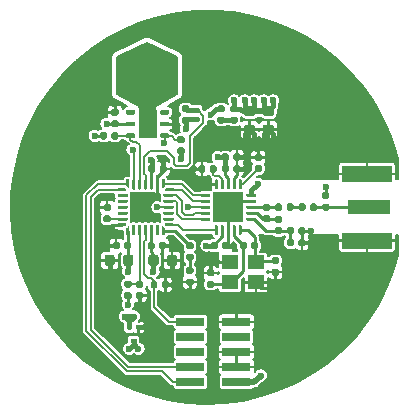
<source format=gbr>
%TF.GenerationSoftware,KiCad,Pcbnew,5.1.6*%
%TF.CreationDate,2020-10-02T21:06:49+02:00*%
%TF.ProjectId,NRF24,4e524632-342e-46b6-9963-61645f706362,rev?*%
%TF.SameCoordinates,Original*%
%TF.FileFunction,Copper,L1,Top*%
%TF.FilePolarity,Positive*%
%FSLAX46Y46*%
G04 Gerber Fmt 4.6, Leading zero omitted, Abs format (unit mm)*
G04 Created by KiCad (PCBNEW 5.1.6) date 2020-10-02 21:06:49*
%MOMM*%
%LPD*%
G01*
G04 APERTURE LIST*
%TA.AperFunction,SMDPad,CuDef*%
%ADD10R,2.500000X2.500000*%
%TD*%
%TA.AperFunction,SMDPad,CuDef*%
%ADD11R,3.600000X1.270000*%
%TD*%
%TA.AperFunction,SMDPad,CuDef*%
%ADD12R,4.200000X1.350000*%
%TD*%
%TA.AperFunction,SMDPad,CuDef*%
%ADD13R,0.500000X0.450000*%
%TD*%
%TA.AperFunction,SMDPad,CuDef*%
%ADD14R,0.400000X0.450000*%
%TD*%
%TA.AperFunction,SMDPad,CuDef*%
%ADD15R,0.450000X0.500000*%
%TD*%
%TA.AperFunction,SMDPad,CuDef*%
%ADD16R,0.450000X0.400000*%
%TD*%
%TA.AperFunction,SMDPad,CuDef*%
%ADD17R,1.400000X1.200000*%
%TD*%
%TA.AperFunction,SMDPad,CuDef*%
%ADD18C,0.100000*%
%TD*%
%TA.AperFunction,SMDPad,CuDef*%
%ADD19R,1.500000X2.400000*%
%TD*%
%TA.AperFunction,SMDPad,CuDef*%
%ADD20R,2.400000X0.740000*%
%TD*%
%TA.AperFunction,ViaPad*%
%ADD21C,0.600000*%
%TD*%
%TA.AperFunction,Conductor*%
%ADD22C,0.152400*%
%TD*%
%TA.AperFunction,Conductor*%
%ADD23C,0.254000*%
%TD*%
%TA.AperFunction,Conductor*%
%ADD24C,0.293370*%
%TD*%
%TA.AperFunction,Conductor*%
%ADD25C,0.400000*%
%TD*%
%TA.AperFunction,Conductor*%
%ADD26C,0.500000*%
%TD*%
%TA.AperFunction,Conductor*%
%ADD27C,0.200000*%
%TD*%
G04 APERTURE END LIST*
D10*
%TO.P,U3,21*%
%TO.N,GND*%
X182500000Y-87250000D03*
%TO.P,U3,20*%
%TA.AperFunction,SMDPad,CuDef*%
G36*
G01*
X181375000Y-85662500D02*
X181375000Y-84962500D01*
G75*
G02*
X181437500Y-84900000I62500J0D01*
G01*
X181562500Y-84900000D01*
G75*
G02*
X181625000Y-84962500I0J-62500D01*
G01*
X181625000Y-85662500D01*
G75*
G02*
X181562500Y-85725000I-62500J0D01*
G01*
X181437500Y-85725000D01*
G75*
G02*
X181375000Y-85662500I0J62500D01*
G01*
G37*
%TD.AperFunction*%
%TO.P,U3,19*%
%TO.N,Net-(C10-Pad2)*%
%TA.AperFunction,SMDPad,CuDef*%
G36*
G01*
X181875000Y-85662500D02*
X181875000Y-84962500D01*
G75*
G02*
X181937500Y-84900000I62500J0D01*
G01*
X182062500Y-84900000D01*
G75*
G02*
X182125000Y-84962500I0J-62500D01*
G01*
X182125000Y-85662500D01*
G75*
G02*
X182062500Y-85725000I-62500J0D01*
G01*
X181937500Y-85725000D01*
G75*
G02*
X181875000Y-85662500I0J62500D01*
G01*
G37*
%TD.AperFunction*%
%TO.P,U3,18*%
%TO.N,+VSW*%
%TA.AperFunction,SMDPad,CuDef*%
G36*
G01*
X182375000Y-85662500D02*
X182375000Y-84962500D01*
G75*
G02*
X182437500Y-84900000I62500J0D01*
G01*
X182562500Y-84900000D01*
G75*
G02*
X182625000Y-84962500I0J-62500D01*
G01*
X182625000Y-85662500D01*
G75*
G02*
X182562500Y-85725000I-62500J0D01*
G01*
X182437500Y-85725000D01*
G75*
G02*
X182375000Y-85662500I0J62500D01*
G01*
G37*
%TD.AperFunction*%
%TO.P,U3,17*%
%TO.N,GND*%
%TA.AperFunction,SMDPad,CuDef*%
G36*
G01*
X182875000Y-85662500D02*
X182875000Y-84962500D01*
G75*
G02*
X182937500Y-84900000I62500J0D01*
G01*
X183062500Y-84900000D01*
G75*
G02*
X183125000Y-84962500I0J-62500D01*
G01*
X183125000Y-85662500D01*
G75*
G02*
X183062500Y-85725000I-62500J0D01*
G01*
X182937500Y-85725000D01*
G75*
G02*
X182875000Y-85662500I0J62500D01*
G01*
G37*
%TD.AperFunction*%
%TO.P,U3,16*%
%TO.N,Net-(R6-Pad1)*%
%TA.AperFunction,SMDPad,CuDef*%
G36*
G01*
X183375000Y-85662500D02*
X183375000Y-84962500D01*
G75*
G02*
X183437500Y-84900000I62500J0D01*
G01*
X183562500Y-84900000D01*
G75*
G02*
X183625000Y-84962500I0J-62500D01*
G01*
X183625000Y-85662500D01*
G75*
G02*
X183562500Y-85725000I-62500J0D01*
G01*
X183437500Y-85725000D01*
G75*
G02*
X183375000Y-85662500I0J62500D01*
G01*
G37*
%TD.AperFunction*%
%TO.P,U3,15*%
%TO.N,+VSW*%
%TA.AperFunction,SMDPad,CuDef*%
G36*
G01*
X184025000Y-86312500D02*
X184025000Y-86187500D01*
G75*
G02*
X184087500Y-86125000I62500J0D01*
G01*
X184787500Y-86125000D01*
G75*
G02*
X184850000Y-86187500I0J-62500D01*
G01*
X184850000Y-86312500D01*
G75*
G02*
X184787500Y-86375000I-62500J0D01*
G01*
X184087500Y-86375000D01*
G75*
G02*
X184025000Y-86312500I0J62500D01*
G01*
G37*
%TD.AperFunction*%
%TO.P,U3,14*%
%TO.N,GND*%
%TA.AperFunction,SMDPad,CuDef*%
G36*
G01*
X184025000Y-86812500D02*
X184025000Y-86687500D01*
G75*
G02*
X184087500Y-86625000I62500J0D01*
G01*
X184787500Y-86625000D01*
G75*
G02*
X184850000Y-86687500I0J-62500D01*
G01*
X184850000Y-86812500D01*
G75*
G02*
X184787500Y-86875000I-62500J0D01*
G01*
X184087500Y-86875000D01*
G75*
G02*
X184025000Y-86812500I0J62500D01*
G01*
G37*
%TD.AperFunction*%
%TO.P,U3,13*%
%TO.N,Net-(L2-Pad2)*%
%TA.AperFunction,SMDPad,CuDef*%
G36*
G01*
X184025000Y-87312500D02*
X184025000Y-87187500D01*
G75*
G02*
X184087500Y-87125000I62500J0D01*
G01*
X184787500Y-87125000D01*
G75*
G02*
X184850000Y-87187500I0J-62500D01*
G01*
X184850000Y-87312500D01*
G75*
G02*
X184787500Y-87375000I-62500J0D01*
G01*
X184087500Y-87375000D01*
G75*
G02*
X184025000Y-87312500I0J62500D01*
G01*
G37*
%TD.AperFunction*%
%TO.P,U3,12*%
%TO.N,Net-(L2-Pad1)*%
%TA.AperFunction,SMDPad,CuDef*%
G36*
G01*
X184025000Y-87812500D02*
X184025000Y-87687500D01*
G75*
G02*
X184087500Y-87625000I62500J0D01*
G01*
X184787500Y-87625000D01*
G75*
G02*
X184850000Y-87687500I0J-62500D01*
G01*
X184850000Y-87812500D01*
G75*
G02*
X184787500Y-87875000I-62500J0D01*
G01*
X184087500Y-87875000D01*
G75*
G02*
X184025000Y-87812500I0J62500D01*
G01*
G37*
%TD.AperFunction*%
%TO.P,U3,11*%
%TO.N,Net-(C13-Pad1)*%
%TA.AperFunction,SMDPad,CuDef*%
G36*
G01*
X184025000Y-88312500D02*
X184025000Y-88187500D01*
G75*
G02*
X184087500Y-88125000I62500J0D01*
G01*
X184787500Y-88125000D01*
G75*
G02*
X184850000Y-88187500I0J-62500D01*
G01*
X184850000Y-88312500D01*
G75*
G02*
X184787500Y-88375000I-62500J0D01*
G01*
X184087500Y-88375000D01*
G75*
G02*
X184025000Y-88312500I0J62500D01*
G01*
G37*
%TD.AperFunction*%
%TO.P,U3,10*%
%TO.N,Net-(C14-Pad1)*%
%TA.AperFunction,SMDPad,CuDef*%
G36*
G01*
X183375000Y-89537500D02*
X183375000Y-88837500D01*
G75*
G02*
X183437500Y-88775000I62500J0D01*
G01*
X183562500Y-88775000D01*
G75*
G02*
X183625000Y-88837500I0J-62500D01*
G01*
X183625000Y-89537500D01*
G75*
G02*
X183562500Y-89600000I-62500J0D01*
G01*
X183437500Y-89600000D01*
G75*
G02*
X183375000Y-89537500I0J62500D01*
G01*
G37*
%TD.AperFunction*%
%TO.P,U3,9*%
%TO.N,Net-(C12-Pad1)*%
%TA.AperFunction,SMDPad,CuDef*%
G36*
G01*
X182875000Y-89537500D02*
X182875000Y-88837500D01*
G75*
G02*
X182937500Y-88775000I62500J0D01*
G01*
X183062500Y-88775000D01*
G75*
G02*
X183125000Y-88837500I0J-62500D01*
G01*
X183125000Y-89537500D01*
G75*
G02*
X183062500Y-89600000I-62500J0D01*
G01*
X182937500Y-89600000D01*
G75*
G02*
X182875000Y-89537500I0J62500D01*
G01*
G37*
%TD.AperFunction*%
%TO.P,U3,8*%
%TO.N,GND*%
%TA.AperFunction,SMDPad,CuDef*%
G36*
G01*
X182375000Y-89537500D02*
X182375000Y-88837500D01*
G75*
G02*
X182437500Y-88775000I62500J0D01*
G01*
X182562500Y-88775000D01*
G75*
G02*
X182625000Y-88837500I0J-62500D01*
G01*
X182625000Y-89537500D01*
G75*
G02*
X182562500Y-89600000I-62500J0D01*
G01*
X182437500Y-89600000D01*
G75*
G02*
X182375000Y-89537500I0J62500D01*
G01*
G37*
%TD.AperFunction*%
%TO.P,U3,7*%
%TO.N,+VSW*%
%TA.AperFunction,SMDPad,CuDef*%
G36*
G01*
X181875000Y-89537500D02*
X181875000Y-88837500D01*
G75*
G02*
X181937500Y-88775000I62500J0D01*
G01*
X182062500Y-88775000D01*
G75*
G02*
X182125000Y-88837500I0J-62500D01*
G01*
X182125000Y-89537500D01*
G75*
G02*
X182062500Y-89600000I-62500J0D01*
G01*
X181937500Y-89600000D01*
G75*
G02*
X181875000Y-89537500I0J62500D01*
G01*
G37*
%TD.AperFunction*%
%TO.P,U3,6*%
%TO.N,/NRF_IRQ*%
%TA.AperFunction,SMDPad,CuDef*%
G36*
G01*
X181375000Y-89537500D02*
X181375000Y-88837500D01*
G75*
G02*
X181437500Y-88775000I62500J0D01*
G01*
X181562500Y-88775000D01*
G75*
G02*
X181625000Y-88837500I0J-62500D01*
G01*
X181625000Y-89537500D01*
G75*
G02*
X181562500Y-89600000I-62500J0D01*
G01*
X181437500Y-89600000D01*
G75*
G02*
X181375000Y-89537500I0J62500D01*
G01*
G37*
%TD.AperFunction*%
%TO.P,U3,5*%
%TO.N,/SPI_MISO*%
%TA.AperFunction,SMDPad,CuDef*%
G36*
G01*
X180150000Y-88312500D02*
X180150000Y-88187500D01*
G75*
G02*
X180212500Y-88125000I62500J0D01*
G01*
X180912500Y-88125000D01*
G75*
G02*
X180975000Y-88187500I0J-62500D01*
G01*
X180975000Y-88312500D01*
G75*
G02*
X180912500Y-88375000I-62500J0D01*
G01*
X180212500Y-88375000D01*
G75*
G02*
X180150000Y-88312500I0J62500D01*
G01*
G37*
%TD.AperFunction*%
%TO.P,U3,4*%
%TO.N,/SPI_MOSI*%
%TA.AperFunction,SMDPad,CuDef*%
G36*
G01*
X180150000Y-87812500D02*
X180150000Y-87687500D01*
G75*
G02*
X180212500Y-87625000I62500J0D01*
G01*
X180912500Y-87625000D01*
G75*
G02*
X180975000Y-87687500I0J-62500D01*
G01*
X180975000Y-87812500D01*
G75*
G02*
X180912500Y-87875000I-62500J0D01*
G01*
X180212500Y-87875000D01*
G75*
G02*
X180150000Y-87812500I0J62500D01*
G01*
G37*
%TD.AperFunction*%
%TO.P,U3,3*%
%TO.N,/SPI_SCK*%
%TA.AperFunction,SMDPad,CuDef*%
G36*
G01*
X180150000Y-87312500D02*
X180150000Y-87187500D01*
G75*
G02*
X180212500Y-87125000I62500J0D01*
G01*
X180912500Y-87125000D01*
G75*
G02*
X180975000Y-87187500I0J-62500D01*
G01*
X180975000Y-87312500D01*
G75*
G02*
X180912500Y-87375000I-62500J0D01*
G01*
X180212500Y-87375000D01*
G75*
G02*
X180150000Y-87312500I0J62500D01*
G01*
G37*
%TD.AperFunction*%
%TO.P,U3,2*%
%TO.N,/NRF_CSN*%
%TA.AperFunction,SMDPad,CuDef*%
G36*
G01*
X180150000Y-86812500D02*
X180150000Y-86687500D01*
G75*
G02*
X180212500Y-86625000I62500J0D01*
G01*
X180912500Y-86625000D01*
G75*
G02*
X180975000Y-86687500I0J-62500D01*
G01*
X180975000Y-86812500D01*
G75*
G02*
X180912500Y-86875000I-62500J0D01*
G01*
X180212500Y-86875000D01*
G75*
G02*
X180150000Y-86812500I0J62500D01*
G01*
G37*
%TD.AperFunction*%
%TO.P,U3,1*%
%TO.N,/NRF_CE*%
%TA.AperFunction,SMDPad,CuDef*%
G36*
G01*
X180150000Y-86312500D02*
X180150000Y-86187500D01*
G75*
G02*
X180212500Y-86125000I62500J0D01*
G01*
X180912500Y-86125000D01*
G75*
G02*
X180975000Y-86187500I0J-62500D01*
G01*
X180975000Y-86312500D01*
G75*
G02*
X180912500Y-86375000I-62500J0D01*
G01*
X180212500Y-86375000D01*
G75*
G02*
X180150000Y-86312500I0J62500D01*
G01*
G37*
%TD.AperFunction*%
%TD*%
%TO.P,FB1,2*%
%TO.N,Net-(FB1-Pad2)*%
%TA.AperFunction,SMDPad,CuDef*%
G36*
G01*
X182072500Y-79210000D02*
X181727500Y-79210000D01*
G75*
G02*
X181580000Y-79062500I0J147500D01*
G01*
X181580000Y-78767500D01*
G75*
G02*
X181727500Y-78620000I147500J0D01*
G01*
X182072500Y-78620000D01*
G75*
G02*
X182220000Y-78767500I0J-147500D01*
G01*
X182220000Y-79062500D01*
G75*
G02*
X182072500Y-79210000I-147500J0D01*
G01*
G37*
%TD.AperFunction*%
%TO.P,FB1,1*%
%TO.N,Net-(FB1-Pad1)*%
%TA.AperFunction,SMDPad,CuDef*%
G36*
G01*
X182072500Y-80180000D02*
X181727500Y-80180000D01*
G75*
G02*
X181580000Y-80032500I0J147500D01*
G01*
X181580000Y-79737500D01*
G75*
G02*
X181727500Y-79590000I147500J0D01*
G01*
X182072500Y-79590000D01*
G75*
G02*
X182220000Y-79737500I0J-147500D01*
G01*
X182220000Y-80032500D01*
G75*
G02*
X182072500Y-80180000I-147500J0D01*
G01*
G37*
%TD.AperFunction*%
%TD*%
D11*
%TO.P,J2,1*%
%TO.N,Net-(C16-Pad1)*%
X194450000Y-87250000D03*
D12*
%TO.P,J2,2*%
%TO.N,GND*%
X194250000Y-84425000D03*
X194250000Y-90075000D03*
%TD*%
%TO.P,R7,2*%
%TO.N,GND*%
%TA.AperFunction,SMDPad,CuDef*%
G36*
G01*
X179077500Y-93290000D02*
X179422500Y-93290000D01*
G75*
G02*
X179570000Y-93437500I0J-147500D01*
G01*
X179570000Y-93732500D01*
G75*
G02*
X179422500Y-93880000I-147500J0D01*
G01*
X179077500Y-93880000D01*
G75*
G02*
X178930000Y-93732500I0J147500D01*
G01*
X178930000Y-93437500D01*
G75*
G02*
X179077500Y-93290000I147500J0D01*
G01*
G37*
%TD.AperFunction*%
%TO.P,R7,1*%
%TO.N,Net-(LD1-Pad1)*%
%TA.AperFunction,SMDPad,CuDef*%
G36*
G01*
X179077500Y-92320000D02*
X179422500Y-92320000D01*
G75*
G02*
X179570000Y-92467500I0J-147500D01*
G01*
X179570000Y-92762500D01*
G75*
G02*
X179422500Y-92910000I-147500J0D01*
G01*
X179077500Y-92910000D01*
G75*
G02*
X178930000Y-92762500I0J147500D01*
G01*
X178930000Y-92467500D01*
G75*
G02*
X179077500Y-92320000I147500J0D01*
G01*
G37*
%TD.AperFunction*%
%TD*%
%TO.P,LD1,2*%
%TO.N,/LED_STATUS*%
%TA.AperFunction,SMDPad,CuDef*%
G36*
G01*
X179422500Y-90810000D02*
X179077500Y-90810000D01*
G75*
G02*
X178930000Y-90662500I0J147500D01*
G01*
X178930000Y-90367500D01*
G75*
G02*
X179077500Y-90220000I147500J0D01*
G01*
X179422500Y-90220000D01*
G75*
G02*
X179570000Y-90367500I0J-147500D01*
G01*
X179570000Y-90662500D01*
G75*
G02*
X179422500Y-90810000I-147500J0D01*
G01*
G37*
%TD.AperFunction*%
%TO.P,LD1,1*%
%TO.N,Net-(LD1-Pad1)*%
%TA.AperFunction,SMDPad,CuDef*%
G36*
G01*
X179422500Y-91780000D02*
X179077500Y-91780000D01*
G75*
G02*
X178930000Y-91632500I0J147500D01*
G01*
X178930000Y-91337500D01*
G75*
G02*
X179077500Y-91190000I147500J0D01*
G01*
X179422500Y-91190000D01*
G75*
G02*
X179570000Y-91337500I0J-147500D01*
G01*
X179570000Y-91632500D01*
G75*
G02*
X179422500Y-91780000I-147500J0D01*
G01*
G37*
%TD.AperFunction*%
%TD*%
%TO.P,C19,2*%
%TO.N,GND*%
%TA.AperFunction,SMDPad,CuDef*%
G36*
G01*
X185643750Y-80250000D02*
X186156250Y-80250000D01*
G75*
G02*
X186375000Y-80468750I0J-218750D01*
G01*
X186375000Y-80906250D01*
G75*
G02*
X186156250Y-81125000I-218750J0D01*
G01*
X185643750Y-81125000D01*
G75*
G02*
X185425000Y-80906250I0J218750D01*
G01*
X185425000Y-80468750D01*
G75*
G02*
X185643750Y-80250000I218750J0D01*
G01*
G37*
%TD.AperFunction*%
%TO.P,C19,1*%
%TO.N,+VSW*%
%TA.AperFunction,SMDPad,CuDef*%
G36*
G01*
X185643750Y-78675000D02*
X186156250Y-78675000D01*
G75*
G02*
X186375000Y-78893750I0J-218750D01*
G01*
X186375000Y-79331250D01*
G75*
G02*
X186156250Y-79550000I-218750J0D01*
G01*
X185643750Y-79550000D01*
G75*
G02*
X185425000Y-79331250I0J218750D01*
G01*
X185425000Y-78893750D01*
G75*
G02*
X185643750Y-78675000I218750J0D01*
G01*
G37*
%TD.AperFunction*%
%TD*%
D13*
%TO.P,Q2,3*%
%TO.N,Net-(BT1-Pad1)*%
X174500000Y-98575000D03*
D14*
%TO.P,Q2,2*%
%TO.N,VCC*%
X174100000Y-97425000D03*
%TO.P,Q2,1*%
%TO.N,GND*%
X174900000Y-97425000D03*
%TD*%
D15*
%TO.P,Q1,3*%
%TO.N,Net-(FB1-Pad2)*%
X180975000Y-79400000D03*
D16*
%TO.P,Q1,2*%
%TO.N,VCC*%
X179825000Y-79800000D03*
%TO.P,Q1,1*%
%TO.N,/NRF_PWR*%
X179825000Y-79000000D03*
%TD*%
%TO.P,C18,2*%
%TO.N,+VSW*%
%TA.AperFunction,SMDPad,CuDef*%
G36*
G01*
X181610000Y-90327500D02*
X181610000Y-90672500D01*
G75*
G02*
X181462500Y-90820000I-147500J0D01*
G01*
X181167500Y-90820000D01*
G75*
G02*
X181020000Y-90672500I0J147500D01*
G01*
X181020000Y-90327500D01*
G75*
G02*
X181167500Y-90180000I147500J0D01*
G01*
X181462500Y-90180000D01*
G75*
G02*
X181610000Y-90327500I0J-147500D01*
G01*
G37*
%TD.AperFunction*%
%TO.P,C18,1*%
%TO.N,GND*%
%TA.AperFunction,SMDPad,CuDef*%
G36*
G01*
X182580000Y-90327500D02*
X182580000Y-90672500D01*
G75*
G02*
X182432500Y-90820000I-147500J0D01*
G01*
X182137500Y-90820000D01*
G75*
G02*
X181990000Y-90672500I0J147500D01*
G01*
X181990000Y-90327500D01*
G75*
G02*
X182137500Y-90180000I147500J0D01*
G01*
X182432500Y-90180000D01*
G75*
G02*
X182580000Y-90327500I0J-147500D01*
G01*
G37*
%TD.AperFunction*%
%TD*%
%TO.P,R2,1*%
%TO.N,VCC*%
%TA.AperFunction,SMDPad,CuDef*%
G36*
G01*
X178672500Y-82780000D02*
X178327500Y-82780000D01*
G75*
G02*
X178180000Y-82632500I0J147500D01*
G01*
X178180000Y-82337500D01*
G75*
G02*
X178327500Y-82190000I147500J0D01*
G01*
X178672500Y-82190000D01*
G75*
G02*
X178820000Y-82337500I0J-147500D01*
G01*
X178820000Y-82632500D01*
G75*
G02*
X178672500Y-82780000I-147500J0D01*
G01*
G37*
%TD.AperFunction*%
%TO.P,R2,2*%
%TO.N,/I2C_SDA*%
%TA.AperFunction,SMDPad,CuDef*%
G36*
G01*
X178672500Y-81810000D02*
X178327500Y-81810000D01*
G75*
G02*
X178180000Y-81662500I0J147500D01*
G01*
X178180000Y-81367500D01*
G75*
G02*
X178327500Y-81220000I147500J0D01*
G01*
X178672500Y-81220000D01*
G75*
G02*
X178820000Y-81367500I0J-147500D01*
G01*
X178820000Y-81662500D01*
G75*
G02*
X178672500Y-81810000I-147500J0D01*
G01*
G37*
%TD.AperFunction*%
%TD*%
%TO.P,R1,1*%
%TO.N,VCC*%
%TA.AperFunction,SMDPad,CuDef*%
G36*
G01*
X171635000Y-81372500D02*
X171635000Y-81027500D01*
G75*
G02*
X171782500Y-80880000I147500J0D01*
G01*
X172077500Y-80880000D01*
G75*
G02*
X172225000Y-81027500I0J-147500D01*
G01*
X172225000Y-81372500D01*
G75*
G02*
X172077500Y-81520000I-147500J0D01*
G01*
X171782500Y-81520000D01*
G75*
G02*
X171635000Y-81372500I0J147500D01*
G01*
G37*
%TD.AperFunction*%
%TO.P,R1,2*%
%TO.N,/I2C_SCL*%
%TA.AperFunction,SMDPad,CuDef*%
G36*
G01*
X172605000Y-81372500D02*
X172605000Y-81027500D01*
G75*
G02*
X172752500Y-80880000I147500J0D01*
G01*
X173047500Y-80880000D01*
G75*
G02*
X173195000Y-81027500I0J-147500D01*
G01*
X173195000Y-81372500D01*
G75*
G02*
X173047500Y-81520000I-147500J0D01*
G01*
X172752500Y-81520000D01*
G75*
G02*
X172605000Y-81372500I0J147500D01*
G01*
G37*
%TD.AperFunction*%
%TD*%
%TO.P,R9,2*%
%TO.N,GND*%
%TA.AperFunction,SMDPad,CuDef*%
G36*
G01*
X174827500Y-94440000D02*
X175172500Y-94440000D01*
G75*
G02*
X175320000Y-94587500I0J-147500D01*
G01*
X175320000Y-94882500D01*
G75*
G02*
X175172500Y-95030000I-147500J0D01*
G01*
X174827500Y-95030000D01*
G75*
G02*
X174680000Y-94882500I0J147500D01*
G01*
X174680000Y-94587500D01*
G75*
G02*
X174827500Y-94440000I147500J0D01*
G01*
G37*
%TD.AperFunction*%
%TO.P,R9,1*%
%TO.N,/BAT_LEVEL*%
%TA.AperFunction,SMDPad,CuDef*%
G36*
G01*
X174827500Y-93470000D02*
X175172500Y-93470000D01*
G75*
G02*
X175320000Y-93617500I0J-147500D01*
G01*
X175320000Y-93912500D01*
G75*
G02*
X175172500Y-94060000I-147500J0D01*
G01*
X174827500Y-94060000D01*
G75*
G02*
X174680000Y-93912500I0J147500D01*
G01*
X174680000Y-93617500D01*
G75*
G02*
X174827500Y-93470000I147500J0D01*
G01*
G37*
%TD.AperFunction*%
%TD*%
%TO.P,R8,2*%
%TO.N,/BAT_LEVEL*%
%TA.AperFunction,SMDPad,CuDef*%
G36*
G01*
X174172500Y-94060000D02*
X173827500Y-94060000D01*
G75*
G02*
X173680000Y-93912500I0J147500D01*
G01*
X173680000Y-93617500D01*
G75*
G02*
X173827500Y-93470000I147500J0D01*
G01*
X174172500Y-93470000D01*
G75*
G02*
X174320000Y-93617500I0J-147500D01*
G01*
X174320000Y-93912500D01*
G75*
G02*
X174172500Y-94060000I-147500J0D01*
G01*
G37*
%TD.AperFunction*%
%TO.P,R8,1*%
%TO.N,VCC*%
%TA.AperFunction,SMDPad,CuDef*%
G36*
G01*
X174172500Y-95030000D02*
X173827500Y-95030000D01*
G75*
G02*
X173680000Y-94882500I0J147500D01*
G01*
X173680000Y-94587500D01*
G75*
G02*
X173827500Y-94440000I147500J0D01*
G01*
X174172500Y-94440000D01*
G75*
G02*
X174320000Y-94587500I0J-147500D01*
G01*
X174320000Y-94882500D01*
G75*
G02*
X174172500Y-95030000I-147500J0D01*
G01*
G37*
%TD.AperFunction*%
%TD*%
%TO.P,R5,2*%
%TO.N,Net-(FB1-Pad1)*%
%TA.AperFunction,SMDPad,CuDef*%
G36*
G01*
X182827500Y-79590000D02*
X183172500Y-79590000D01*
G75*
G02*
X183320000Y-79737500I0J-147500D01*
G01*
X183320000Y-80032500D01*
G75*
G02*
X183172500Y-80180000I-147500J0D01*
G01*
X182827500Y-80180000D01*
G75*
G02*
X182680000Y-80032500I0J147500D01*
G01*
X182680000Y-79737500D01*
G75*
G02*
X182827500Y-79590000I147500J0D01*
G01*
G37*
%TD.AperFunction*%
%TO.P,R5,1*%
%TO.N,+VSW*%
%TA.AperFunction,SMDPad,CuDef*%
G36*
G01*
X182827500Y-78620000D02*
X183172500Y-78620000D01*
G75*
G02*
X183320000Y-78767500I0J-147500D01*
G01*
X183320000Y-79062500D01*
G75*
G02*
X183172500Y-79210000I-147500J0D01*
G01*
X182827500Y-79210000D01*
G75*
G02*
X182680000Y-79062500I0J147500D01*
G01*
X182680000Y-78767500D01*
G75*
G02*
X182827500Y-78620000I147500J0D01*
G01*
G37*
%TD.AperFunction*%
%TD*%
%TO.P,R4,2*%
%TO.N,/NRF_PWR*%
%TA.AperFunction,SMDPad,CuDef*%
G36*
G01*
X179072500Y-79210000D02*
X178727500Y-79210000D01*
G75*
G02*
X178580000Y-79062500I0J147500D01*
G01*
X178580000Y-78767500D01*
G75*
G02*
X178727500Y-78620000I147500J0D01*
G01*
X179072500Y-78620000D01*
G75*
G02*
X179220000Y-78767500I0J-147500D01*
G01*
X179220000Y-79062500D01*
G75*
G02*
X179072500Y-79210000I-147500J0D01*
G01*
G37*
%TD.AperFunction*%
%TO.P,R4,1*%
%TO.N,VCC*%
%TA.AperFunction,SMDPad,CuDef*%
G36*
G01*
X179072500Y-80180000D02*
X178727500Y-80180000D01*
G75*
G02*
X178580000Y-80032500I0J147500D01*
G01*
X178580000Y-79737500D01*
G75*
G02*
X178727500Y-79590000I147500J0D01*
G01*
X179072500Y-79590000D01*
G75*
G02*
X179220000Y-79737500I0J-147500D01*
G01*
X179220000Y-80032500D01*
G75*
G02*
X179072500Y-80180000I-147500J0D01*
G01*
G37*
%TD.AperFunction*%
%TD*%
%TO.P,R3,1*%
%TO.N,/BOOT0*%
%TA.AperFunction,SMDPad,CuDef*%
G36*
G01*
X172422500Y-88530000D02*
X172077500Y-88530000D01*
G75*
G02*
X171930000Y-88382500I0J147500D01*
G01*
X171930000Y-88087500D01*
G75*
G02*
X172077500Y-87940000I147500J0D01*
G01*
X172422500Y-87940000D01*
G75*
G02*
X172570000Y-88087500I0J-147500D01*
G01*
X172570000Y-88382500D01*
G75*
G02*
X172422500Y-88530000I-147500J0D01*
G01*
G37*
%TD.AperFunction*%
%TO.P,R3,2*%
%TO.N,GND*%
%TA.AperFunction,SMDPad,CuDef*%
G36*
G01*
X172422500Y-87560000D02*
X172077500Y-87560000D01*
G75*
G02*
X171930000Y-87412500I0J147500D01*
G01*
X171930000Y-87117500D01*
G75*
G02*
X172077500Y-86970000I147500J0D01*
G01*
X172422500Y-86970000D01*
G75*
G02*
X172570000Y-87117500I0J-147500D01*
G01*
X172570000Y-87412500D01*
G75*
G02*
X172422500Y-87560000I-147500J0D01*
G01*
G37*
%TD.AperFunction*%
%TD*%
%TO.P,R6,2*%
%TO.N,GND*%
%TA.AperFunction,SMDPad,CuDef*%
G36*
G01*
X185222500Y-83310000D02*
X184877500Y-83310000D01*
G75*
G02*
X184730000Y-83162500I0J147500D01*
G01*
X184730000Y-82867500D01*
G75*
G02*
X184877500Y-82720000I147500J0D01*
G01*
X185222500Y-82720000D01*
G75*
G02*
X185370000Y-82867500I0J-147500D01*
G01*
X185370000Y-83162500D01*
G75*
G02*
X185222500Y-83310000I-147500J0D01*
G01*
G37*
%TD.AperFunction*%
%TO.P,R6,1*%
%TO.N,Net-(R6-Pad1)*%
%TA.AperFunction,SMDPad,CuDef*%
G36*
G01*
X185222500Y-84280000D02*
X184877500Y-84280000D01*
G75*
G02*
X184730000Y-84132500I0J147500D01*
G01*
X184730000Y-83837500D01*
G75*
G02*
X184877500Y-83690000I147500J0D01*
G01*
X185222500Y-83690000D01*
G75*
G02*
X185370000Y-83837500I0J-147500D01*
G01*
X185370000Y-84132500D01*
G75*
G02*
X185222500Y-84280000I-147500J0D01*
G01*
G37*
%TD.AperFunction*%
%TD*%
%TO.P,R10,2*%
%TO.N,Net-(C12-Pad1)*%
%TA.AperFunction,SMDPad,CuDef*%
G36*
G01*
X184060000Y-90327500D02*
X184060000Y-90672500D01*
G75*
G02*
X183912500Y-90820000I-147500J0D01*
G01*
X183617500Y-90820000D01*
G75*
G02*
X183470000Y-90672500I0J147500D01*
G01*
X183470000Y-90327500D01*
G75*
G02*
X183617500Y-90180000I147500J0D01*
G01*
X183912500Y-90180000D01*
G75*
G02*
X184060000Y-90327500I0J-147500D01*
G01*
G37*
%TD.AperFunction*%
%TO.P,R10,1*%
%TO.N,Net-(C14-Pad1)*%
%TA.AperFunction,SMDPad,CuDef*%
G36*
G01*
X185030000Y-90327500D02*
X185030000Y-90672500D01*
G75*
G02*
X184882500Y-90820000I-147500J0D01*
G01*
X184587500Y-90820000D01*
G75*
G02*
X184440000Y-90672500I0J147500D01*
G01*
X184440000Y-90327500D01*
G75*
G02*
X184587500Y-90180000I147500J0D01*
G01*
X184882500Y-90180000D01*
G75*
G02*
X185030000Y-90327500I0J-147500D01*
G01*
G37*
%TD.AperFunction*%
%TD*%
D17*
%TO.P,Y1,4*%
%TO.N,GND*%
X182650000Y-91900000D03*
%TO.P,Y1,3*%
%TO.N,Net-(C14-Pad1)*%
X184850000Y-91900000D03*
%TO.P,Y1,2*%
%TO.N,GND*%
X184850000Y-93600000D03*
%TO.P,Y1,1*%
%TO.N,Net-(C12-Pad1)*%
X182650000Y-93600000D03*
%TD*%
%TA.AperFunction,SMDPad,CuDef*%
D18*
%TO.P,U2,1*%
%TO.N,VCC*%
G36*
X173875865Y-89039861D02*
G01*
X173878425Y-89031419D01*
X173882584Y-89023639D01*
X173888180Y-89016820D01*
X174021820Y-88883180D01*
X174028639Y-88877584D01*
X174036419Y-88873425D01*
X174044861Y-88870865D01*
X174053640Y-88870000D01*
X174080000Y-88870000D01*
X174088779Y-88870865D01*
X174097221Y-88873425D01*
X174105001Y-88877584D01*
X174111820Y-88883180D01*
X174117416Y-88889999D01*
X174121575Y-88897779D01*
X174124135Y-88906221D01*
X174125000Y-88915000D01*
X174125000Y-89580000D01*
X174124135Y-89588779D01*
X174121575Y-89597221D01*
X174117416Y-89605001D01*
X174111820Y-89611820D01*
X174105001Y-89617416D01*
X174097221Y-89621575D01*
X174088779Y-89624135D01*
X174080000Y-89625000D01*
X173920000Y-89625000D01*
X173911221Y-89624135D01*
X173902779Y-89621575D01*
X173894999Y-89617416D01*
X173888180Y-89611820D01*
X173882584Y-89605001D01*
X173878425Y-89597221D01*
X173875865Y-89588779D01*
X173875000Y-89580000D01*
X173875000Y-89048640D01*
X173875865Y-89039861D01*
G37*
%TD.AperFunction*%
%TO.P,U2,2*%
%TO.N,N/C*%
%TA.AperFunction,SMDPad,CuDef*%
G36*
G01*
X174562500Y-89625000D02*
X174437500Y-89625000D01*
G75*
G02*
X174375000Y-89562500I0J62500D01*
G01*
X174375000Y-88812500D01*
G75*
G02*
X174437500Y-88750000I62500J0D01*
G01*
X174562500Y-88750000D01*
G75*
G02*
X174625000Y-88812500I0J-62500D01*
G01*
X174625000Y-89562500D01*
G75*
G02*
X174562500Y-89625000I-62500J0D01*
G01*
G37*
%TD.AperFunction*%
%TO.P,U2,3*%
%TO.N,/BAT_LEVEL*%
%TA.AperFunction,SMDPad,CuDef*%
G36*
G01*
X175062500Y-89625000D02*
X174937500Y-89625000D01*
G75*
G02*
X174875000Y-89562500I0J62500D01*
G01*
X174875000Y-88812500D01*
G75*
G02*
X174937500Y-88750000I62500J0D01*
G01*
X175062500Y-88750000D01*
G75*
G02*
X175125000Y-88812500I0J-62500D01*
G01*
X175125000Y-89562500D01*
G75*
G02*
X175062500Y-89625000I-62500J0D01*
G01*
G37*
%TD.AperFunction*%
%TO.P,U2,4*%
%TO.N,/NRST*%
%TA.AperFunction,SMDPad,CuDef*%
G36*
G01*
X175562500Y-89625000D02*
X175437500Y-89625000D01*
G75*
G02*
X175375000Y-89562500I0J62500D01*
G01*
X175375000Y-88812500D01*
G75*
G02*
X175437500Y-88750000I62500J0D01*
G01*
X175562500Y-88750000D01*
G75*
G02*
X175625000Y-88812500I0J-62500D01*
G01*
X175625000Y-89562500D01*
G75*
G02*
X175562500Y-89625000I-62500J0D01*
G01*
G37*
%TD.AperFunction*%
%TO.P,U2,5*%
%TO.N,VCC*%
%TA.AperFunction,SMDPad,CuDef*%
G36*
G01*
X176062500Y-89625000D02*
X175937500Y-89625000D01*
G75*
G02*
X175875000Y-89562500I0J62500D01*
G01*
X175875000Y-88812500D01*
G75*
G02*
X175937500Y-88750000I62500J0D01*
G01*
X176062500Y-88750000D01*
G75*
G02*
X176125000Y-88812500I0J-62500D01*
G01*
X176125000Y-89562500D01*
G75*
G02*
X176062500Y-89625000I-62500J0D01*
G01*
G37*
%TD.AperFunction*%
%TO.P,U2,6*%
%TO.N,N/C*%
%TA.AperFunction,SMDPad,CuDef*%
G36*
G01*
X176562500Y-89625000D02*
X176437500Y-89625000D01*
G75*
G02*
X176375000Y-89562500I0J62500D01*
G01*
X176375000Y-88812500D01*
G75*
G02*
X176437500Y-88750000I62500J0D01*
G01*
X176562500Y-88750000D01*
G75*
G02*
X176625000Y-88812500I0J-62500D01*
G01*
X176625000Y-89562500D01*
G75*
G02*
X176562500Y-89625000I-62500J0D01*
G01*
G37*
%TD.AperFunction*%
%TA.AperFunction,SMDPad,CuDef*%
%TO.P,U2,7*%
%TO.N,/LED_STATUS*%
G36*
X176875865Y-88906221D02*
G01*
X176878425Y-88897779D01*
X176882584Y-88889999D01*
X176888180Y-88883180D01*
X176894999Y-88877584D01*
X176902779Y-88873425D01*
X176911221Y-88870865D01*
X176920000Y-88870000D01*
X176946360Y-88870000D01*
X176955139Y-88870865D01*
X176963581Y-88873425D01*
X176971361Y-88877584D01*
X176978180Y-88883180D01*
X177111820Y-89016820D01*
X177117416Y-89023639D01*
X177121575Y-89031419D01*
X177124135Y-89039861D01*
X177125000Y-89048640D01*
X177125000Y-89580000D01*
X177124135Y-89588779D01*
X177121575Y-89597221D01*
X177117416Y-89605001D01*
X177111820Y-89611820D01*
X177105001Y-89617416D01*
X177097221Y-89621575D01*
X177088779Y-89624135D01*
X177080000Y-89625000D01*
X176920000Y-89625000D01*
X176911221Y-89624135D01*
X176902779Y-89621575D01*
X176894999Y-89617416D01*
X176888180Y-89611820D01*
X176882584Y-89605001D01*
X176878425Y-89597221D01*
X176875865Y-89588779D01*
X176875000Y-89580000D01*
X176875000Y-88915000D01*
X176875865Y-88906221D01*
G37*
%TD.AperFunction*%
%TA.AperFunction,SMDPad,CuDef*%
%TO.P,U2,8*%
%TO.N,/NRF_IRQ*%
G36*
X177120865Y-88661221D02*
G01*
X177123425Y-88652779D01*
X177127584Y-88644999D01*
X177133180Y-88638180D01*
X177139999Y-88632584D01*
X177147779Y-88628425D01*
X177156221Y-88625865D01*
X177165000Y-88625000D01*
X177830000Y-88625000D01*
X177838779Y-88625865D01*
X177847221Y-88628425D01*
X177855001Y-88632584D01*
X177861820Y-88638180D01*
X177867416Y-88644999D01*
X177871575Y-88652779D01*
X177874135Y-88661221D01*
X177875000Y-88670000D01*
X177875000Y-88830000D01*
X177874135Y-88838779D01*
X177871575Y-88847221D01*
X177867416Y-88855001D01*
X177861820Y-88861820D01*
X177855001Y-88867416D01*
X177847221Y-88871575D01*
X177838779Y-88874135D01*
X177830000Y-88875000D01*
X177298640Y-88875000D01*
X177289861Y-88874135D01*
X177281419Y-88871575D01*
X177273639Y-88867416D01*
X177266820Y-88861820D01*
X177133180Y-88728180D01*
X177127584Y-88721361D01*
X177123425Y-88713581D01*
X177120865Y-88705139D01*
X177120000Y-88696360D01*
X177120000Y-88670000D01*
X177120865Y-88661221D01*
G37*
%TD.AperFunction*%
%TO.P,U2,9*%
%TO.N,N/C*%
%TA.AperFunction,SMDPad,CuDef*%
G36*
G01*
X177812500Y-88375000D02*
X177062500Y-88375000D01*
G75*
G02*
X177000000Y-88312500I0J62500D01*
G01*
X177000000Y-88187500D01*
G75*
G02*
X177062500Y-88125000I62500J0D01*
G01*
X177812500Y-88125000D01*
G75*
G02*
X177875000Y-88187500I0J-62500D01*
G01*
X177875000Y-88312500D01*
G75*
G02*
X177812500Y-88375000I-62500J0D01*
G01*
G37*
%TD.AperFunction*%
%TO.P,U2,10*%
%TA.AperFunction,SMDPad,CuDef*%
G36*
G01*
X177812500Y-87875000D02*
X177062500Y-87875000D01*
G75*
G02*
X177000000Y-87812500I0J62500D01*
G01*
X177000000Y-87687500D01*
G75*
G02*
X177062500Y-87625000I62500J0D01*
G01*
X177812500Y-87625000D01*
G75*
G02*
X177875000Y-87687500I0J-62500D01*
G01*
X177875000Y-87812500D01*
G75*
G02*
X177812500Y-87875000I-62500J0D01*
G01*
G37*
%TD.AperFunction*%
%TO.P,U2,11*%
%TO.N,/SPI_SCK*%
%TA.AperFunction,SMDPad,CuDef*%
G36*
G01*
X177812500Y-87375000D02*
X177062500Y-87375000D01*
G75*
G02*
X177000000Y-87312500I0J62500D01*
G01*
X177000000Y-87187500D01*
G75*
G02*
X177062500Y-87125000I62500J0D01*
G01*
X177812500Y-87125000D01*
G75*
G02*
X177875000Y-87187500I0J-62500D01*
G01*
X177875000Y-87312500D01*
G75*
G02*
X177812500Y-87375000I-62500J0D01*
G01*
G37*
%TD.AperFunction*%
%TO.P,U2,12*%
%TO.N,/SPI_MISO*%
%TA.AperFunction,SMDPad,CuDef*%
G36*
G01*
X177812500Y-86875000D02*
X177062500Y-86875000D01*
G75*
G02*
X177000000Y-86812500I0J62500D01*
G01*
X177000000Y-86687500D01*
G75*
G02*
X177062500Y-86625000I62500J0D01*
G01*
X177812500Y-86625000D01*
G75*
G02*
X177875000Y-86687500I0J-62500D01*
G01*
X177875000Y-86812500D01*
G75*
G02*
X177812500Y-86875000I-62500J0D01*
G01*
G37*
%TD.AperFunction*%
%TO.P,U2,13*%
%TO.N,/SPI_MOSI*%
%TA.AperFunction,SMDPad,CuDef*%
G36*
G01*
X177812500Y-86375000D02*
X177062500Y-86375000D01*
G75*
G02*
X177000000Y-86312500I0J62500D01*
G01*
X177000000Y-86187500D01*
G75*
G02*
X177062500Y-86125000I62500J0D01*
G01*
X177812500Y-86125000D01*
G75*
G02*
X177875000Y-86187500I0J-62500D01*
G01*
X177875000Y-86312500D01*
G75*
G02*
X177812500Y-86375000I-62500J0D01*
G01*
G37*
%TD.AperFunction*%
%TA.AperFunction,SMDPad,CuDef*%
%TO.P,U2,14*%
%TO.N,/NRF_CSN*%
G36*
X177120865Y-85794861D02*
G01*
X177123425Y-85786419D01*
X177127584Y-85778639D01*
X177133180Y-85771820D01*
X177266820Y-85638180D01*
X177273639Y-85632584D01*
X177281419Y-85628425D01*
X177289861Y-85625865D01*
X177298640Y-85625000D01*
X177830000Y-85625000D01*
X177838779Y-85625865D01*
X177847221Y-85628425D01*
X177855001Y-85632584D01*
X177861820Y-85638180D01*
X177867416Y-85644999D01*
X177871575Y-85652779D01*
X177874135Y-85661221D01*
X177875000Y-85670000D01*
X177875000Y-85830000D01*
X177874135Y-85838779D01*
X177871575Y-85847221D01*
X177867416Y-85855001D01*
X177861820Y-85861820D01*
X177855001Y-85867416D01*
X177847221Y-85871575D01*
X177838779Y-85874135D01*
X177830000Y-85875000D01*
X177165000Y-85875000D01*
X177156221Y-85874135D01*
X177147779Y-85871575D01*
X177139999Y-85867416D01*
X177133180Y-85861820D01*
X177127584Y-85855001D01*
X177123425Y-85847221D01*
X177120865Y-85838779D01*
X177120000Y-85830000D01*
X177120000Y-85803640D01*
X177120865Y-85794861D01*
G37*
%TD.AperFunction*%
%TA.AperFunction,SMDPad,CuDef*%
%TO.P,U2,15*%
%TO.N,/NRF_CE*%
G36*
X176875865Y-84911221D02*
G01*
X176878425Y-84902779D01*
X176882584Y-84894999D01*
X176888180Y-84888180D01*
X176894999Y-84882584D01*
X176902779Y-84878425D01*
X176911221Y-84875865D01*
X176920000Y-84875000D01*
X177080000Y-84875000D01*
X177088779Y-84875865D01*
X177097221Y-84878425D01*
X177105001Y-84882584D01*
X177111820Y-84888180D01*
X177117416Y-84894999D01*
X177121575Y-84902779D01*
X177124135Y-84911221D01*
X177125000Y-84920000D01*
X177125000Y-85451360D01*
X177124135Y-85460139D01*
X177121575Y-85468581D01*
X177117416Y-85476361D01*
X177111820Y-85483180D01*
X176978180Y-85616820D01*
X176971361Y-85622416D01*
X176963581Y-85626575D01*
X176955139Y-85629135D01*
X176946360Y-85630000D01*
X176920000Y-85630000D01*
X176911221Y-85629135D01*
X176902779Y-85626575D01*
X176894999Y-85622416D01*
X176888180Y-85616820D01*
X176882584Y-85610001D01*
X176878425Y-85602221D01*
X176875865Y-85593779D01*
X176875000Y-85585000D01*
X176875000Y-84920000D01*
X176875865Y-84911221D01*
G37*
%TD.AperFunction*%
%TO.P,U2,16*%
%TO.N,GND*%
%TA.AperFunction,SMDPad,CuDef*%
G36*
G01*
X176562500Y-85750000D02*
X176437500Y-85750000D01*
G75*
G02*
X176375000Y-85687500I0J62500D01*
G01*
X176375000Y-84937500D01*
G75*
G02*
X176437500Y-84875000I62500J0D01*
G01*
X176562500Y-84875000D01*
G75*
G02*
X176625000Y-84937500I0J-62500D01*
G01*
X176625000Y-85687500D01*
G75*
G02*
X176562500Y-85750000I-62500J0D01*
G01*
G37*
%TD.AperFunction*%
%TO.P,U2,17*%
%TO.N,VCC*%
%TA.AperFunction,SMDPad,CuDef*%
G36*
G01*
X176062500Y-85750000D02*
X175937500Y-85750000D01*
G75*
G02*
X175875000Y-85687500I0J62500D01*
G01*
X175875000Y-84937500D01*
G75*
G02*
X175937500Y-84875000I62500J0D01*
G01*
X176062500Y-84875000D01*
G75*
G02*
X176125000Y-84937500I0J-62500D01*
G01*
X176125000Y-85687500D01*
G75*
G02*
X176062500Y-85750000I-62500J0D01*
G01*
G37*
%TD.AperFunction*%
%TO.P,U2,18*%
%TO.N,/NRF_PWR*%
%TA.AperFunction,SMDPad,CuDef*%
G36*
G01*
X175562500Y-85750000D02*
X175437500Y-85750000D01*
G75*
G02*
X175375000Y-85687500I0J62500D01*
G01*
X175375000Y-84937500D01*
G75*
G02*
X175437500Y-84875000I62500J0D01*
G01*
X175562500Y-84875000D01*
G75*
G02*
X175625000Y-84937500I0J-62500D01*
G01*
X175625000Y-85687500D01*
G75*
G02*
X175562500Y-85750000I-62500J0D01*
G01*
G37*
%TD.AperFunction*%
%TO.P,U2,19*%
%TO.N,/I2C_SCL*%
%TA.AperFunction,SMDPad,CuDef*%
G36*
G01*
X175062500Y-85750000D02*
X174937500Y-85750000D01*
G75*
G02*
X174875000Y-85687500I0J62500D01*
G01*
X174875000Y-84937500D01*
G75*
G02*
X174937500Y-84875000I62500J0D01*
G01*
X175062500Y-84875000D01*
G75*
G02*
X175125000Y-84937500I0J-62500D01*
G01*
X175125000Y-85687500D01*
G75*
G02*
X175062500Y-85750000I-62500J0D01*
G01*
G37*
%TD.AperFunction*%
%TO.P,U2,20*%
%TO.N,/I2C_SDA*%
%TA.AperFunction,SMDPad,CuDef*%
G36*
G01*
X174562500Y-85750000D02*
X174437500Y-85750000D01*
G75*
G02*
X174375000Y-85687500I0J62500D01*
G01*
X174375000Y-84937500D01*
G75*
G02*
X174437500Y-84875000I62500J0D01*
G01*
X174562500Y-84875000D01*
G75*
G02*
X174625000Y-84937500I0J-62500D01*
G01*
X174625000Y-85687500D01*
G75*
G02*
X174562500Y-85750000I-62500J0D01*
G01*
G37*
%TD.AperFunction*%
%TA.AperFunction,SMDPad,CuDef*%
%TO.P,U2,21*%
%TO.N,/SWDIO*%
G36*
X173875865Y-84911221D02*
G01*
X173878425Y-84902779D01*
X173882584Y-84894999D01*
X173888180Y-84888180D01*
X173894999Y-84882584D01*
X173902779Y-84878425D01*
X173911221Y-84875865D01*
X173920000Y-84875000D01*
X174080000Y-84875000D01*
X174088779Y-84875865D01*
X174097221Y-84878425D01*
X174105001Y-84882584D01*
X174111820Y-84888180D01*
X174117416Y-84894999D01*
X174121575Y-84902779D01*
X174124135Y-84911221D01*
X174125000Y-84920000D01*
X174125000Y-85585000D01*
X174124135Y-85593779D01*
X174121575Y-85602221D01*
X174117416Y-85610001D01*
X174111820Y-85616820D01*
X174105001Y-85622416D01*
X174097221Y-85626575D01*
X174088779Y-85629135D01*
X174080000Y-85630000D01*
X174053640Y-85630000D01*
X174044861Y-85629135D01*
X174036419Y-85626575D01*
X174028639Y-85622416D01*
X174021820Y-85616820D01*
X173888180Y-85483180D01*
X173882584Y-85476361D01*
X173878425Y-85468581D01*
X173875865Y-85460139D01*
X173875000Y-85451360D01*
X173875000Y-84920000D01*
X173875865Y-84911221D01*
G37*
%TD.AperFunction*%
%TA.AperFunction,SMDPad,CuDef*%
%TO.P,U2,22*%
%TO.N,/SWCLK*%
G36*
X173125865Y-85661221D02*
G01*
X173128425Y-85652779D01*
X173132584Y-85644999D01*
X173138180Y-85638180D01*
X173144999Y-85632584D01*
X173152779Y-85628425D01*
X173161221Y-85625865D01*
X173170000Y-85625000D01*
X173701360Y-85625000D01*
X173710139Y-85625865D01*
X173718581Y-85628425D01*
X173726361Y-85632584D01*
X173733180Y-85638180D01*
X173866820Y-85771820D01*
X173872416Y-85778639D01*
X173876575Y-85786419D01*
X173879135Y-85794861D01*
X173880000Y-85803640D01*
X173880000Y-85830000D01*
X173879135Y-85838779D01*
X173876575Y-85847221D01*
X173872416Y-85855001D01*
X173866820Y-85861820D01*
X173860001Y-85867416D01*
X173852221Y-85871575D01*
X173843779Y-85874135D01*
X173835000Y-85875000D01*
X173170000Y-85875000D01*
X173161221Y-85874135D01*
X173152779Y-85871575D01*
X173144999Y-85867416D01*
X173138180Y-85861820D01*
X173132584Y-85855001D01*
X173128425Y-85847221D01*
X173125865Y-85838779D01*
X173125000Y-85830000D01*
X173125000Y-85670000D01*
X173125865Y-85661221D01*
G37*
%TD.AperFunction*%
%TO.P,U2,23*%
%TO.N,N/C*%
%TA.AperFunction,SMDPad,CuDef*%
G36*
G01*
X173937500Y-86375000D02*
X173187500Y-86375000D01*
G75*
G02*
X173125000Y-86312500I0J62500D01*
G01*
X173125000Y-86187500D01*
G75*
G02*
X173187500Y-86125000I62500J0D01*
G01*
X173937500Y-86125000D01*
G75*
G02*
X174000000Y-86187500I0J-62500D01*
G01*
X174000000Y-86312500D01*
G75*
G02*
X173937500Y-86375000I-62500J0D01*
G01*
G37*
%TD.AperFunction*%
%TO.P,U2,24*%
%TA.AperFunction,SMDPad,CuDef*%
G36*
G01*
X173937500Y-86875000D02*
X173187500Y-86875000D01*
G75*
G02*
X173125000Y-86812500I0J62500D01*
G01*
X173125000Y-86687500D01*
G75*
G02*
X173187500Y-86625000I62500J0D01*
G01*
X173937500Y-86625000D01*
G75*
G02*
X174000000Y-86687500I0J-62500D01*
G01*
X174000000Y-86812500D01*
G75*
G02*
X173937500Y-86875000I-62500J0D01*
G01*
G37*
%TD.AperFunction*%
%TO.P,U2,25*%
%TA.AperFunction,SMDPad,CuDef*%
G36*
G01*
X173937500Y-87375000D02*
X173187500Y-87375000D01*
G75*
G02*
X173125000Y-87312500I0J62500D01*
G01*
X173125000Y-87187500D01*
G75*
G02*
X173187500Y-87125000I62500J0D01*
G01*
X173937500Y-87125000D01*
G75*
G02*
X174000000Y-87187500I0J-62500D01*
G01*
X174000000Y-87312500D01*
G75*
G02*
X173937500Y-87375000I-62500J0D01*
G01*
G37*
%TD.AperFunction*%
%TO.P,U2,26*%
%TA.AperFunction,SMDPad,CuDef*%
G36*
G01*
X173937500Y-87875000D02*
X173187500Y-87875000D01*
G75*
G02*
X173125000Y-87812500I0J62500D01*
G01*
X173125000Y-87687500D01*
G75*
G02*
X173187500Y-87625000I62500J0D01*
G01*
X173937500Y-87625000D01*
G75*
G02*
X174000000Y-87687500I0J-62500D01*
G01*
X174000000Y-87812500D01*
G75*
G02*
X173937500Y-87875000I-62500J0D01*
G01*
G37*
%TD.AperFunction*%
%TO.P,U2,27*%
%TO.N,/BOOT0*%
%TA.AperFunction,SMDPad,CuDef*%
G36*
G01*
X173937500Y-88375000D02*
X173187500Y-88375000D01*
G75*
G02*
X173125000Y-88312500I0J62500D01*
G01*
X173125000Y-88187500D01*
G75*
G02*
X173187500Y-88125000I62500J0D01*
G01*
X173937500Y-88125000D01*
G75*
G02*
X174000000Y-88187500I0J-62500D01*
G01*
X174000000Y-88312500D01*
G75*
G02*
X173937500Y-88375000I-62500J0D01*
G01*
G37*
%TD.AperFunction*%
%TA.AperFunction,SMDPad,CuDef*%
%TO.P,U2,28*%
%TO.N,GND*%
G36*
X173125865Y-88661221D02*
G01*
X173128425Y-88652779D01*
X173132584Y-88644999D01*
X173138180Y-88638180D01*
X173144999Y-88632584D01*
X173152779Y-88628425D01*
X173161221Y-88625865D01*
X173170000Y-88625000D01*
X173835000Y-88625000D01*
X173843779Y-88625865D01*
X173852221Y-88628425D01*
X173860001Y-88632584D01*
X173866820Y-88638180D01*
X173872416Y-88644999D01*
X173876575Y-88652779D01*
X173879135Y-88661221D01*
X173880000Y-88670000D01*
X173880000Y-88696360D01*
X173879135Y-88705139D01*
X173876575Y-88713581D01*
X173872416Y-88721361D01*
X173866820Y-88728180D01*
X173733180Y-88861820D01*
X173726361Y-88867416D01*
X173718581Y-88871575D01*
X173710139Y-88874135D01*
X173701360Y-88875000D01*
X173170000Y-88875000D01*
X173161221Y-88874135D01*
X173152779Y-88871575D01*
X173144999Y-88867416D01*
X173138180Y-88861820D01*
X173132584Y-88855001D01*
X173128425Y-88847221D01*
X173125865Y-88838779D01*
X173125000Y-88830000D01*
X173125000Y-88670000D01*
X173125865Y-88661221D01*
G37*
%TD.AperFunction*%
%TD*%
D19*
%TO.P,U1,7*%
%TO.N,/TEMP*%
X175675000Y-80200000D03*
%TO.P,U1,6*%
%TO.N,/I2C_SCL*%
%TA.AperFunction,SMDPad,CuDef*%
G36*
G01*
X174625000Y-81100000D02*
X174625000Y-81300000D01*
G75*
G02*
X174525000Y-81400000I-100000J0D01*
G01*
X173925000Y-81400000D01*
G75*
G02*
X173825000Y-81300000I0J100000D01*
G01*
X173825000Y-81100000D01*
G75*
G02*
X173925000Y-81000000I100000J0D01*
G01*
X174525000Y-81000000D01*
G75*
G02*
X174625000Y-81100000I0J-100000D01*
G01*
G37*
%TD.AperFunction*%
%TO.P,U1,5*%
%TO.N,VCC*%
%TA.AperFunction,SMDPad,CuDef*%
G36*
G01*
X174625000Y-80100000D02*
X174625000Y-80300000D01*
G75*
G02*
X174525000Y-80400000I-100000J0D01*
G01*
X173925000Y-80400000D01*
G75*
G02*
X173825000Y-80300000I0J100000D01*
G01*
X173825000Y-80100000D01*
G75*
G02*
X173925000Y-80000000I100000J0D01*
G01*
X174525000Y-80000000D01*
G75*
G02*
X174625000Y-80100000I0J-100000D01*
G01*
G37*
%TD.AperFunction*%
%TO.P,U1,4*%
%TO.N,N/C*%
%TA.AperFunction,SMDPad,CuDef*%
G36*
G01*
X174625000Y-79100000D02*
X174625000Y-79300000D01*
G75*
G02*
X174525000Y-79400000I-100000J0D01*
G01*
X173925000Y-79400000D01*
G75*
G02*
X173825000Y-79300000I0J100000D01*
G01*
X173825000Y-79100000D01*
G75*
G02*
X173925000Y-79000000I100000J0D01*
G01*
X174525000Y-79000000D01*
G75*
G02*
X174625000Y-79100000I0J-100000D01*
G01*
G37*
%TD.AperFunction*%
%TO.P,U1,3*%
%TA.AperFunction,SMDPad,CuDef*%
G36*
G01*
X177525000Y-79100000D02*
X177525000Y-79300000D01*
G75*
G02*
X177425000Y-79400000I-100000J0D01*
G01*
X176825000Y-79400000D01*
G75*
G02*
X176725000Y-79300000I0J100000D01*
G01*
X176725000Y-79100000D01*
G75*
G02*
X176825000Y-79000000I100000J0D01*
G01*
X177425000Y-79000000D01*
G75*
G02*
X177525000Y-79100000I0J-100000D01*
G01*
G37*
%TD.AperFunction*%
%TO.P,U1,2*%
%TO.N,GND*%
%TA.AperFunction,SMDPad,CuDef*%
G36*
G01*
X177525000Y-80100000D02*
X177525000Y-80300000D01*
G75*
G02*
X177425000Y-80400000I-100000J0D01*
G01*
X176825000Y-80400000D01*
G75*
G02*
X176725000Y-80300000I0J100000D01*
G01*
X176725000Y-80100000D01*
G75*
G02*
X176825000Y-80000000I100000J0D01*
G01*
X177425000Y-80000000D01*
G75*
G02*
X177525000Y-80100000I0J-100000D01*
G01*
G37*
%TD.AperFunction*%
%TO.P,U1,1*%
%TO.N,/I2C_SDA*%
%TA.AperFunction,SMDPad,CuDef*%
G36*
G01*
X177525000Y-81100000D02*
X177525000Y-81300000D01*
G75*
G02*
X177425000Y-81400000I-100000J0D01*
G01*
X176825000Y-81400000D01*
G75*
G02*
X176725000Y-81300000I0J100000D01*
G01*
X176725000Y-81100000D01*
G75*
G02*
X176825000Y-81000000I100000J0D01*
G01*
X177425000Y-81000000D01*
G75*
G02*
X177525000Y-81100000I0J-100000D01*
G01*
G37*
%TD.AperFunction*%
%TD*%
%TO.P,L4,2*%
%TO.N,Net-(L2-Pad2)*%
%TA.AperFunction,SMDPad,CuDef*%
G36*
G01*
X187060000Y-87077500D02*
X187060000Y-87422500D01*
G75*
G02*
X186912500Y-87570000I-147500J0D01*
G01*
X186617500Y-87570000D01*
G75*
G02*
X186470000Y-87422500I0J147500D01*
G01*
X186470000Y-87077500D01*
G75*
G02*
X186617500Y-86930000I147500J0D01*
G01*
X186912500Y-86930000D01*
G75*
G02*
X187060000Y-87077500I0J-147500D01*
G01*
G37*
%TD.AperFunction*%
%TO.P,L4,1*%
%TO.N,Net-(C16-Pad2)*%
%TA.AperFunction,SMDPad,CuDef*%
G36*
G01*
X188030000Y-87077500D02*
X188030000Y-87422500D01*
G75*
G02*
X187882500Y-87570000I-147500J0D01*
G01*
X187587500Y-87570000D01*
G75*
G02*
X187440000Y-87422500I0J147500D01*
G01*
X187440000Y-87077500D01*
G75*
G02*
X187587500Y-86930000I147500J0D01*
G01*
X187882500Y-86930000D01*
G75*
G02*
X188030000Y-87077500I0J-147500D01*
G01*
G37*
%TD.AperFunction*%
%TD*%
%TO.P,L3,2*%
%TO.N,Net-(C13-Pad1)*%
%TA.AperFunction,SMDPad,CuDef*%
G36*
G01*
X186577500Y-88940000D02*
X186922500Y-88940000D01*
G75*
G02*
X187070000Y-89087500I0J-147500D01*
G01*
X187070000Y-89382500D01*
G75*
G02*
X186922500Y-89530000I-147500J0D01*
G01*
X186577500Y-89530000D01*
G75*
G02*
X186430000Y-89382500I0J147500D01*
G01*
X186430000Y-89087500D01*
G75*
G02*
X186577500Y-88940000I147500J0D01*
G01*
G37*
%TD.AperFunction*%
%TO.P,L3,1*%
%TO.N,Net-(L2-Pad1)*%
%TA.AperFunction,SMDPad,CuDef*%
G36*
G01*
X186577500Y-87970000D02*
X186922500Y-87970000D01*
G75*
G02*
X187070000Y-88117500I0J-147500D01*
G01*
X187070000Y-88412500D01*
G75*
G02*
X186922500Y-88560000I-147500J0D01*
G01*
X186577500Y-88560000D01*
G75*
G02*
X186430000Y-88412500I0J147500D01*
G01*
X186430000Y-88117500D01*
G75*
G02*
X186577500Y-87970000I147500J0D01*
G01*
G37*
%TD.AperFunction*%
%TD*%
%TO.P,L2,2*%
%TO.N,Net-(L2-Pad2)*%
%TA.AperFunction,SMDPad,CuDef*%
G36*
G01*
X185922500Y-87560000D02*
X185577500Y-87560000D01*
G75*
G02*
X185430000Y-87412500I0J147500D01*
G01*
X185430000Y-87117500D01*
G75*
G02*
X185577500Y-86970000I147500J0D01*
G01*
X185922500Y-86970000D01*
G75*
G02*
X186070000Y-87117500I0J-147500D01*
G01*
X186070000Y-87412500D01*
G75*
G02*
X185922500Y-87560000I-147500J0D01*
G01*
G37*
%TD.AperFunction*%
%TO.P,L2,1*%
%TO.N,Net-(L2-Pad1)*%
%TA.AperFunction,SMDPad,CuDef*%
G36*
G01*
X185922500Y-88530000D02*
X185577500Y-88530000D01*
G75*
G02*
X185430000Y-88382500I0J147500D01*
G01*
X185430000Y-88087500D01*
G75*
G02*
X185577500Y-87940000I147500J0D01*
G01*
X185922500Y-87940000D01*
G75*
G02*
X186070000Y-88087500I0J-147500D01*
G01*
X186070000Y-88382500D01*
G75*
G02*
X185922500Y-88530000I-147500J0D01*
G01*
G37*
%TD.AperFunction*%
%TD*%
D20*
%TO.P,J1,10*%
%TO.N,/NRST*%
X179300000Y-96960000D03*
%TO.P,J1,9*%
%TO.N,GND*%
X183200000Y-96960000D03*
%TO.P,J1,8*%
%TO.N,N/C*%
X179300000Y-98230000D03*
%TO.P,J1,7*%
X183200000Y-98230000D03*
%TO.P,J1,6*%
X179300000Y-99500000D03*
%TO.P,J1,5*%
%TO.N,GND*%
X183200000Y-99500000D03*
%TO.P,J1,4*%
%TO.N,/SWCLK*%
X179300000Y-100770000D03*
%TO.P,J1,3*%
%TO.N,GND*%
X183200000Y-100770000D03*
%TO.P,J1,2*%
%TO.N,/SWDIO*%
X179300000Y-102040000D03*
%TO.P,J1,1*%
%TO.N,VCC*%
X183200000Y-102040000D03*
%TD*%
%TO.P,C17,2*%
%TO.N,Net-(C16-Pad1)*%
%TA.AperFunction,SMDPad,CuDef*%
G36*
G01*
X190577500Y-86940000D02*
X190922500Y-86940000D01*
G75*
G02*
X191070000Y-87087500I0J-147500D01*
G01*
X191070000Y-87382500D01*
G75*
G02*
X190922500Y-87530000I-147500J0D01*
G01*
X190577500Y-87530000D01*
G75*
G02*
X190430000Y-87382500I0J147500D01*
G01*
X190430000Y-87087500D01*
G75*
G02*
X190577500Y-86940000I147500J0D01*
G01*
G37*
%TD.AperFunction*%
%TO.P,C17,1*%
%TO.N,GND*%
%TA.AperFunction,SMDPad,CuDef*%
G36*
G01*
X190577500Y-85970000D02*
X190922500Y-85970000D01*
G75*
G02*
X191070000Y-86117500I0J-147500D01*
G01*
X191070000Y-86412500D01*
G75*
G02*
X190922500Y-86560000I-147500J0D01*
G01*
X190577500Y-86560000D01*
G75*
G02*
X190430000Y-86412500I0J147500D01*
G01*
X190430000Y-86117500D01*
G75*
G02*
X190577500Y-85970000I147500J0D01*
G01*
G37*
%TD.AperFunction*%
%TD*%
%TO.P,C16,2*%
%TO.N,Net-(C16-Pad2)*%
%TA.AperFunction,SMDPad,CuDef*%
G36*
G01*
X189060000Y-87077500D02*
X189060000Y-87422500D01*
G75*
G02*
X188912500Y-87570000I-147500J0D01*
G01*
X188617500Y-87570000D01*
G75*
G02*
X188470000Y-87422500I0J147500D01*
G01*
X188470000Y-87077500D01*
G75*
G02*
X188617500Y-86930000I147500J0D01*
G01*
X188912500Y-86930000D01*
G75*
G02*
X189060000Y-87077500I0J-147500D01*
G01*
G37*
%TD.AperFunction*%
%TO.P,C16,1*%
%TO.N,Net-(C16-Pad1)*%
%TA.AperFunction,SMDPad,CuDef*%
G36*
G01*
X190030000Y-87077500D02*
X190030000Y-87422500D01*
G75*
G02*
X189882500Y-87570000I-147500J0D01*
G01*
X189587500Y-87570000D01*
G75*
G02*
X189440000Y-87422500I0J147500D01*
G01*
X189440000Y-87077500D01*
G75*
G02*
X189587500Y-86930000I147500J0D01*
G01*
X189882500Y-86930000D01*
G75*
G02*
X190030000Y-87077500I0J-147500D01*
G01*
G37*
%TD.AperFunction*%
%TD*%
%TO.P,C15,2*%
%TO.N,GND*%
%TA.AperFunction,SMDPad,CuDef*%
G36*
G01*
X188440000Y-90422500D02*
X188440000Y-90077500D01*
G75*
G02*
X188587500Y-89930000I147500J0D01*
G01*
X188882500Y-89930000D01*
G75*
G02*
X189030000Y-90077500I0J-147500D01*
G01*
X189030000Y-90422500D01*
G75*
G02*
X188882500Y-90570000I-147500J0D01*
G01*
X188587500Y-90570000D01*
G75*
G02*
X188440000Y-90422500I0J147500D01*
G01*
G37*
%TD.AperFunction*%
%TO.P,C15,1*%
%TO.N,Net-(C13-Pad1)*%
%TA.AperFunction,SMDPad,CuDef*%
G36*
G01*
X187470000Y-90422500D02*
X187470000Y-90077500D01*
G75*
G02*
X187617500Y-89930000I147500J0D01*
G01*
X187912500Y-89930000D01*
G75*
G02*
X188060000Y-90077500I0J-147500D01*
G01*
X188060000Y-90422500D01*
G75*
G02*
X187912500Y-90570000I-147500J0D01*
G01*
X187617500Y-90570000D01*
G75*
G02*
X187470000Y-90422500I0J147500D01*
G01*
G37*
%TD.AperFunction*%
%TD*%
%TO.P,C14,2*%
%TO.N,GND*%
%TA.AperFunction,SMDPad,CuDef*%
G36*
G01*
X186327500Y-92440000D02*
X186672500Y-92440000D01*
G75*
G02*
X186820000Y-92587500I0J-147500D01*
G01*
X186820000Y-92882500D01*
G75*
G02*
X186672500Y-93030000I-147500J0D01*
G01*
X186327500Y-93030000D01*
G75*
G02*
X186180000Y-92882500I0J147500D01*
G01*
X186180000Y-92587500D01*
G75*
G02*
X186327500Y-92440000I147500J0D01*
G01*
G37*
%TD.AperFunction*%
%TO.P,C14,1*%
%TO.N,Net-(C14-Pad1)*%
%TA.AperFunction,SMDPad,CuDef*%
G36*
G01*
X186327500Y-91470000D02*
X186672500Y-91470000D01*
G75*
G02*
X186820000Y-91617500I0J-147500D01*
G01*
X186820000Y-91912500D01*
G75*
G02*
X186672500Y-92060000I-147500J0D01*
G01*
X186327500Y-92060000D01*
G75*
G02*
X186180000Y-91912500I0J147500D01*
G01*
X186180000Y-91617500D01*
G75*
G02*
X186327500Y-91470000I147500J0D01*
G01*
G37*
%TD.AperFunction*%
%TD*%
%TO.P,C13,2*%
%TO.N,GND*%
%TA.AperFunction,SMDPad,CuDef*%
G36*
G01*
X188440000Y-89422500D02*
X188440000Y-89077500D01*
G75*
G02*
X188587500Y-88930000I147500J0D01*
G01*
X188882500Y-88930000D01*
G75*
G02*
X189030000Y-89077500I0J-147500D01*
G01*
X189030000Y-89422500D01*
G75*
G02*
X188882500Y-89570000I-147500J0D01*
G01*
X188587500Y-89570000D01*
G75*
G02*
X188440000Y-89422500I0J147500D01*
G01*
G37*
%TD.AperFunction*%
%TO.P,C13,1*%
%TO.N,Net-(C13-Pad1)*%
%TA.AperFunction,SMDPad,CuDef*%
G36*
G01*
X187470000Y-89422500D02*
X187470000Y-89077500D01*
G75*
G02*
X187617500Y-88930000I147500J0D01*
G01*
X187912500Y-88930000D01*
G75*
G02*
X188060000Y-89077500I0J-147500D01*
G01*
X188060000Y-89422500D01*
G75*
G02*
X187912500Y-89570000I-147500J0D01*
G01*
X187617500Y-89570000D01*
G75*
G02*
X187470000Y-89422500I0J147500D01*
G01*
G37*
%TD.AperFunction*%
%TD*%
%TO.P,C12,2*%
%TO.N,GND*%
%TA.AperFunction,SMDPad,CuDef*%
G36*
G01*
X181172500Y-93110000D02*
X180827500Y-93110000D01*
G75*
G02*
X180680000Y-92962500I0J147500D01*
G01*
X180680000Y-92667500D01*
G75*
G02*
X180827500Y-92520000I147500J0D01*
G01*
X181172500Y-92520000D01*
G75*
G02*
X181320000Y-92667500I0J-147500D01*
G01*
X181320000Y-92962500D01*
G75*
G02*
X181172500Y-93110000I-147500J0D01*
G01*
G37*
%TD.AperFunction*%
%TO.P,C12,1*%
%TO.N,Net-(C12-Pad1)*%
%TA.AperFunction,SMDPad,CuDef*%
G36*
G01*
X181172500Y-94080000D02*
X180827500Y-94080000D01*
G75*
G02*
X180680000Y-93932500I0J147500D01*
G01*
X180680000Y-93637500D01*
G75*
G02*
X180827500Y-93490000I147500J0D01*
G01*
X181172500Y-93490000D01*
G75*
G02*
X181320000Y-93637500I0J-147500D01*
G01*
X181320000Y-93932500D01*
G75*
G02*
X181172500Y-94080000I-147500J0D01*
G01*
G37*
%TD.AperFunction*%
%TD*%
%TO.P,C11,2*%
%TO.N,+VSW*%
%TA.AperFunction,SMDPad,CuDef*%
G36*
G01*
X182560000Y-83827500D02*
X182560000Y-84172500D01*
G75*
G02*
X182412500Y-84320000I-147500J0D01*
G01*
X182117500Y-84320000D01*
G75*
G02*
X181970000Y-84172500I0J147500D01*
G01*
X181970000Y-83827500D01*
G75*
G02*
X182117500Y-83680000I147500J0D01*
G01*
X182412500Y-83680000D01*
G75*
G02*
X182560000Y-83827500I0J-147500D01*
G01*
G37*
%TD.AperFunction*%
%TO.P,C11,1*%
%TO.N,GND*%
%TA.AperFunction,SMDPad,CuDef*%
G36*
G01*
X183530000Y-83827500D02*
X183530000Y-84172500D01*
G75*
G02*
X183382500Y-84320000I-147500J0D01*
G01*
X183087500Y-84320000D01*
G75*
G02*
X182940000Y-84172500I0J147500D01*
G01*
X182940000Y-83827500D01*
G75*
G02*
X183087500Y-83680000I147500J0D01*
G01*
X183382500Y-83680000D01*
G75*
G02*
X183530000Y-83827500I0J-147500D01*
G01*
G37*
%TD.AperFunction*%
%TD*%
%TO.P,C10,2*%
%TO.N,Net-(C10-Pad2)*%
%TA.AperFunction,SMDPad,CuDef*%
G36*
G01*
X180940000Y-84172500D02*
X180940000Y-83827500D01*
G75*
G02*
X181087500Y-83680000I147500J0D01*
G01*
X181382500Y-83680000D01*
G75*
G02*
X181530000Y-83827500I0J-147500D01*
G01*
X181530000Y-84172500D01*
G75*
G02*
X181382500Y-84320000I-147500J0D01*
G01*
X181087500Y-84320000D01*
G75*
G02*
X180940000Y-84172500I0J147500D01*
G01*
G37*
%TD.AperFunction*%
%TO.P,C10,1*%
%TO.N,GND*%
%TA.AperFunction,SMDPad,CuDef*%
G36*
G01*
X179970000Y-84172500D02*
X179970000Y-83827500D01*
G75*
G02*
X180117500Y-83680000I147500J0D01*
G01*
X180412500Y-83680000D01*
G75*
G02*
X180560000Y-83827500I0J-147500D01*
G01*
X180560000Y-84172500D01*
G75*
G02*
X180412500Y-84320000I-147500J0D01*
G01*
X180117500Y-84320000D01*
G75*
G02*
X179970000Y-84172500I0J147500D01*
G01*
G37*
%TD.AperFunction*%
%TD*%
%TO.P,C9,2*%
%TO.N,+VSW*%
%TA.AperFunction,SMDPad,CuDef*%
G36*
G01*
X182560000Y-82827500D02*
X182560000Y-83172500D01*
G75*
G02*
X182412500Y-83320000I-147500J0D01*
G01*
X182117500Y-83320000D01*
G75*
G02*
X181970000Y-83172500I0J147500D01*
G01*
X181970000Y-82827500D01*
G75*
G02*
X182117500Y-82680000I147500J0D01*
G01*
X182412500Y-82680000D01*
G75*
G02*
X182560000Y-82827500I0J-147500D01*
G01*
G37*
%TD.AperFunction*%
%TO.P,C9,1*%
%TO.N,GND*%
%TA.AperFunction,SMDPad,CuDef*%
G36*
G01*
X183530000Y-82827500D02*
X183530000Y-83172500D01*
G75*
G02*
X183382500Y-83320000I-147500J0D01*
G01*
X183087500Y-83320000D01*
G75*
G02*
X182940000Y-83172500I0J147500D01*
G01*
X182940000Y-82827500D01*
G75*
G02*
X183087500Y-82680000I147500J0D01*
G01*
X183382500Y-82680000D01*
G75*
G02*
X183530000Y-82827500I0J-147500D01*
G01*
G37*
%TD.AperFunction*%
%TD*%
%TO.P,C8,2*%
%TO.N,GND*%
%TA.AperFunction,SMDPad,CuDef*%
G36*
G01*
X184043750Y-80250000D02*
X184556250Y-80250000D01*
G75*
G02*
X184775000Y-80468750I0J-218750D01*
G01*
X184775000Y-80906250D01*
G75*
G02*
X184556250Y-81125000I-218750J0D01*
G01*
X184043750Y-81125000D01*
G75*
G02*
X183825000Y-80906250I0J218750D01*
G01*
X183825000Y-80468750D01*
G75*
G02*
X184043750Y-80250000I218750J0D01*
G01*
G37*
%TD.AperFunction*%
%TO.P,C8,1*%
%TO.N,+VSW*%
%TA.AperFunction,SMDPad,CuDef*%
G36*
G01*
X184043750Y-78675000D02*
X184556250Y-78675000D01*
G75*
G02*
X184775000Y-78893750I0J-218750D01*
G01*
X184775000Y-79331250D01*
G75*
G02*
X184556250Y-79550000I-218750J0D01*
G01*
X184043750Y-79550000D01*
G75*
G02*
X183825000Y-79331250I0J218750D01*
G01*
X183825000Y-78893750D01*
G75*
G02*
X184043750Y-78675000I218750J0D01*
G01*
G37*
%TD.AperFunction*%
%TD*%
%TO.P,C7,1*%
%TO.N,VCC*%
%TA.AperFunction,SMDPad,CuDef*%
G36*
G01*
X175725000Y-92006250D02*
X175725000Y-91493750D01*
G75*
G02*
X175943750Y-91275000I218750J0D01*
G01*
X176381250Y-91275000D01*
G75*
G02*
X176600000Y-91493750I0J-218750D01*
G01*
X176600000Y-92006250D01*
G75*
G02*
X176381250Y-92225000I-218750J0D01*
G01*
X175943750Y-92225000D01*
G75*
G02*
X175725000Y-92006250I0J218750D01*
G01*
G37*
%TD.AperFunction*%
%TO.P,C7,2*%
%TO.N,GND*%
%TA.AperFunction,SMDPad,CuDef*%
G36*
G01*
X177300000Y-92006250D02*
X177300000Y-91493750D01*
G75*
G02*
X177518750Y-91275000I218750J0D01*
G01*
X177956250Y-91275000D01*
G75*
G02*
X178175000Y-91493750I0J-218750D01*
G01*
X178175000Y-92006250D01*
G75*
G02*
X177956250Y-92225000I-218750J0D01*
G01*
X177518750Y-92225000D01*
G75*
G02*
X177300000Y-92006250I0J218750D01*
G01*
G37*
%TD.AperFunction*%
%TD*%
%TO.P,C6,2*%
%TO.N,GND*%
%TA.AperFunction,SMDPad,CuDef*%
G36*
G01*
X176640000Y-90672500D02*
X176640000Y-90327500D01*
G75*
G02*
X176787500Y-90180000I147500J0D01*
G01*
X177082500Y-90180000D01*
G75*
G02*
X177230000Y-90327500I0J-147500D01*
G01*
X177230000Y-90672500D01*
G75*
G02*
X177082500Y-90820000I-147500J0D01*
G01*
X176787500Y-90820000D01*
G75*
G02*
X176640000Y-90672500I0J147500D01*
G01*
G37*
%TD.AperFunction*%
%TO.P,C6,1*%
%TO.N,VCC*%
%TA.AperFunction,SMDPad,CuDef*%
G36*
G01*
X175670000Y-90672500D02*
X175670000Y-90327500D01*
G75*
G02*
X175817500Y-90180000I147500J0D01*
G01*
X176112500Y-90180000D01*
G75*
G02*
X176260000Y-90327500I0J-147500D01*
G01*
X176260000Y-90672500D01*
G75*
G02*
X176112500Y-90820000I-147500J0D01*
G01*
X175817500Y-90820000D01*
G75*
G02*
X175670000Y-90672500I0J147500D01*
G01*
G37*
%TD.AperFunction*%
%TD*%
%TO.P,C5,1*%
%TO.N,VCC*%
%TA.AperFunction,SMDPad,CuDef*%
G36*
G01*
X175720000Y-84172500D02*
X175720000Y-83827500D01*
G75*
G02*
X175867500Y-83680000I147500J0D01*
G01*
X176162500Y-83680000D01*
G75*
G02*
X176310000Y-83827500I0J-147500D01*
G01*
X176310000Y-84172500D01*
G75*
G02*
X176162500Y-84320000I-147500J0D01*
G01*
X175867500Y-84320000D01*
G75*
G02*
X175720000Y-84172500I0J147500D01*
G01*
G37*
%TD.AperFunction*%
%TO.P,C5,2*%
%TO.N,GND*%
%TA.AperFunction,SMDPad,CuDef*%
G36*
G01*
X176690000Y-84172500D02*
X176690000Y-83827500D01*
G75*
G02*
X176837500Y-83680000I147500J0D01*
G01*
X177132500Y-83680000D01*
G75*
G02*
X177280000Y-83827500I0J-147500D01*
G01*
X177280000Y-84172500D01*
G75*
G02*
X177132500Y-84320000I-147500J0D01*
G01*
X176837500Y-84320000D01*
G75*
G02*
X176690000Y-84172500I0J147500D01*
G01*
G37*
%TD.AperFunction*%
%TD*%
%TO.P,C4,1*%
%TO.N,VCC*%
%TA.AperFunction,SMDPad,CuDef*%
G36*
G01*
X174280000Y-90327500D02*
X174280000Y-90672500D01*
G75*
G02*
X174132500Y-90820000I-147500J0D01*
G01*
X173837500Y-90820000D01*
G75*
G02*
X173690000Y-90672500I0J147500D01*
G01*
X173690000Y-90327500D01*
G75*
G02*
X173837500Y-90180000I147500J0D01*
G01*
X174132500Y-90180000D01*
G75*
G02*
X174280000Y-90327500I0J-147500D01*
G01*
G37*
%TD.AperFunction*%
%TO.P,C4,2*%
%TO.N,GND*%
%TA.AperFunction,SMDPad,CuDef*%
G36*
G01*
X173310000Y-90327500D02*
X173310000Y-90672500D01*
G75*
G02*
X173162500Y-90820000I-147500J0D01*
G01*
X172867500Y-90820000D01*
G75*
G02*
X172720000Y-90672500I0J147500D01*
G01*
X172720000Y-90327500D01*
G75*
G02*
X172867500Y-90180000I147500J0D01*
G01*
X173162500Y-90180000D01*
G75*
G02*
X173310000Y-90327500I0J-147500D01*
G01*
G37*
%TD.AperFunction*%
%TD*%
%TO.P,C3,2*%
%TO.N,GND*%
%TA.AperFunction,SMDPad,CuDef*%
G36*
G01*
X173072500Y-79510000D02*
X172727500Y-79510000D01*
G75*
G02*
X172580000Y-79362500I0J147500D01*
G01*
X172580000Y-79067500D01*
G75*
G02*
X172727500Y-78920000I147500J0D01*
G01*
X173072500Y-78920000D01*
G75*
G02*
X173220000Y-79067500I0J-147500D01*
G01*
X173220000Y-79362500D01*
G75*
G02*
X173072500Y-79510000I-147500J0D01*
G01*
G37*
%TD.AperFunction*%
%TO.P,C3,1*%
%TO.N,VCC*%
%TA.AperFunction,SMDPad,CuDef*%
G36*
G01*
X173072500Y-80480000D02*
X172727500Y-80480000D01*
G75*
G02*
X172580000Y-80332500I0J147500D01*
G01*
X172580000Y-80037500D01*
G75*
G02*
X172727500Y-79890000I147500J0D01*
G01*
X173072500Y-79890000D01*
G75*
G02*
X173220000Y-80037500I0J-147500D01*
G01*
X173220000Y-80332500D01*
G75*
G02*
X173072500Y-80480000I-147500J0D01*
G01*
G37*
%TD.AperFunction*%
%TD*%
%TO.P,C2,1*%
%TO.N,GND*%
%TA.AperFunction,SMDPad,CuDef*%
G36*
G01*
X177480000Y-93627500D02*
X177480000Y-93972500D01*
G75*
G02*
X177332500Y-94120000I-147500J0D01*
G01*
X177037500Y-94120000D01*
G75*
G02*
X176890000Y-93972500I0J147500D01*
G01*
X176890000Y-93627500D01*
G75*
G02*
X177037500Y-93480000I147500J0D01*
G01*
X177332500Y-93480000D01*
G75*
G02*
X177480000Y-93627500I0J-147500D01*
G01*
G37*
%TD.AperFunction*%
%TO.P,C2,2*%
%TO.N,/NRST*%
%TA.AperFunction,SMDPad,CuDef*%
G36*
G01*
X176510000Y-93627500D02*
X176510000Y-93972500D01*
G75*
G02*
X176362500Y-94120000I-147500J0D01*
G01*
X176067500Y-94120000D01*
G75*
G02*
X175920000Y-93972500I0J147500D01*
G01*
X175920000Y-93627500D01*
G75*
G02*
X176067500Y-93480000I147500J0D01*
G01*
X176362500Y-93480000D01*
G75*
G02*
X176510000Y-93627500I0J-147500D01*
G01*
G37*
%TD.AperFunction*%
%TD*%
%TO.P,C1,1*%
%TO.N,VCC*%
%TA.AperFunction,SMDPad,CuDef*%
G36*
G01*
X174475000Y-91493750D02*
X174475000Y-92006250D01*
G75*
G02*
X174256250Y-92225000I-218750J0D01*
G01*
X173818750Y-92225000D01*
G75*
G02*
X173600000Y-92006250I0J218750D01*
G01*
X173600000Y-91493750D01*
G75*
G02*
X173818750Y-91275000I218750J0D01*
G01*
X174256250Y-91275000D01*
G75*
G02*
X174475000Y-91493750I0J-218750D01*
G01*
G37*
%TD.AperFunction*%
%TO.P,C1,2*%
%TO.N,GND*%
%TA.AperFunction,SMDPad,CuDef*%
G36*
G01*
X172900000Y-91493750D02*
X172900000Y-92006250D01*
G75*
G02*
X172681250Y-92225000I-218750J0D01*
G01*
X172243750Y-92225000D01*
G75*
G02*
X172025000Y-92006250I0J218750D01*
G01*
X172025000Y-91493750D01*
G75*
G02*
X172243750Y-91275000I218750J0D01*
G01*
X172681250Y-91275000D01*
G75*
G02*
X172900000Y-91493750I0J-218750D01*
G01*
G37*
%TD.AperFunction*%
%TD*%
D21*
%TO.N,GND*%
X178500000Y-71500000D03*
X181800000Y-88000000D03*
X183200000Y-86600000D03*
X183200000Y-88000000D03*
X181800000Y-86600000D03*
X184000000Y-84000000D03*
X184000000Y-83000000D03*
X182950000Y-90500000D03*
X177700000Y-90500000D03*
X172462500Y-92712562D03*
X172250000Y-86499988D03*
X179600020Y-84000000D03*
X177000000Y-83250000D03*
X172900000Y-78500000D03*
X172500000Y-89100000D03*
X178000000Y-80200000D03*
X177737484Y-92712516D03*
X186300000Y-81600000D03*
X183900000Y-81600000D03*
X177900000Y-93800000D03*
X189499982Y-90250000D03*
X175000000Y-95500000D03*
X185500000Y-81600000D03*
X184700000Y-81600000D03*
X185050000Y-82300006D03*
X186250000Y-84500000D03*
X187250000Y-84500000D03*
X188250000Y-84500000D03*
X189250000Y-84500000D03*
X189500000Y-89250000D03*
X190250000Y-90000000D03*
X185850000Y-90250000D03*
X186800000Y-90250000D03*
X175750000Y-97000000D03*
X175750000Y-97750000D03*
X178500000Y-72500000D03*
X178500000Y-73500000D03*
X179500000Y-74500000D03*
X180750000Y-74500000D03*
X182000000Y-74500000D03*
X183250000Y-73500000D03*
X191250000Y-84500000D03*
X191250000Y-83500000D03*
X192000000Y-82750000D03*
X193000000Y-82750000D03*
X194000000Y-82750000D03*
X195000000Y-82750000D03*
X196000000Y-82750000D03*
X191250000Y-90000000D03*
X191250000Y-91000000D03*
X192000000Y-91750000D03*
X193000000Y-91750000D03*
X194000000Y-91750000D03*
X195000000Y-91750000D03*
X196000000Y-91750000D03*
X164700000Y-87200000D03*
X164800000Y-85800000D03*
X164900000Y-84500000D03*
X165200000Y-83100000D03*
X165700000Y-81800000D03*
X166300000Y-80400000D03*
X166900000Y-79300000D03*
X167600000Y-78000000D03*
X168500000Y-77000000D03*
X169400000Y-75900000D03*
X170400000Y-75000000D03*
X171600000Y-74100000D03*
X172700000Y-73400000D03*
X173900000Y-72700000D03*
X175300000Y-72200000D03*
X176600000Y-71800000D03*
X184900000Y-71800000D03*
X186200000Y-72300000D03*
X187500000Y-72700000D03*
X188800000Y-73400000D03*
X189900000Y-74200000D03*
X191000000Y-75000000D03*
X192100000Y-75900000D03*
X193000000Y-76900000D03*
X193900000Y-78000000D03*
X194600000Y-79300000D03*
X195200000Y-80500000D03*
X195800000Y-81800000D03*
X195800000Y-92700000D03*
X195200000Y-94000000D03*
X194600000Y-95200000D03*
X193800000Y-96400000D03*
X193000000Y-97500000D03*
X192100000Y-98600000D03*
X191000000Y-99600000D03*
X189900000Y-100400000D03*
X188700000Y-101100000D03*
X187500000Y-101800000D03*
X186200000Y-102300000D03*
X178000000Y-103100000D03*
X176600000Y-102800000D03*
X175200000Y-102300000D03*
X172700000Y-101100000D03*
X171600000Y-100300000D03*
X170400000Y-99500000D03*
X169400000Y-98600000D03*
X168500000Y-97500000D03*
X167700000Y-96400000D03*
X166900000Y-95200000D03*
X166200000Y-94000000D03*
X165700000Y-92700000D03*
X165300000Y-91400000D03*
X164900000Y-90000000D03*
X164800000Y-88700000D03*
X174000000Y-101750000D03*
X183250000Y-71500000D03*
X183250000Y-72500000D03*
X190750000Y-85500000D03*
X190250000Y-84500000D03*
X172300000Y-90500000D03*
X179245700Y-94347149D03*
X180799996Y-92000000D03*
X181350000Y-91500009D03*
X186699998Y-93600000D03*
X186150000Y-94050000D03*
%TO.N,/I2C_SDA*%
X174400000Y-82399994D03*
X177100000Y-81800000D03*
%TO.N,/SPI_SCK*%
X176500000Y-87249985D03*
X179128621Y-87199999D03*
%TO.N,Net-(BT1-Pad1)*%
X174100000Y-99250000D03*
X174900000Y-99250000D03*
%TO.N,VCC*%
X173750000Y-96500000D03*
X174037512Y-92712488D03*
X176000000Y-83250000D03*
X172200000Y-80200000D03*
X171200000Y-81200000D03*
X178900000Y-80600000D03*
X174000000Y-95500000D03*
X176166753Y-92698446D03*
X174500000Y-96500000D03*
X178500000Y-83173790D03*
X185250000Y-101500000D03*
%TO.N,+VSW*%
X186300000Y-78200000D03*
X180650000Y-90500000D03*
X181600000Y-83000000D03*
X185500000Y-78200000D03*
X185000000Y-85250000D03*
X183900000Y-78200000D03*
X184700000Y-78200000D03*
X183000000Y-78200000D03*
%TD*%
D22*
%TO.N,GND*%
X181500000Y-85312500D02*
X180812500Y-85312500D01*
X180265000Y-84765000D02*
X180265000Y-84000000D01*
X180812500Y-85312500D02*
X180265000Y-84765000D01*
X172250000Y-87265000D02*
X172250000Y-86499988D01*
D23*
X182320921Y-90464079D02*
X182285000Y-90500000D01*
X183000000Y-85312500D02*
X183000000Y-84750000D01*
X183000000Y-84750000D02*
X183235000Y-84515000D01*
X183235000Y-84515000D02*
X183235000Y-84000000D01*
X180265000Y-84000000D02*
X179600020Y-84000000D01*
X172900000Y-79215000D02*
X172900000Y-78500000D01*
X173502500Y-88750000D02*
X172850000Y-88750000D01*
X172850000Y-88750000D02*
X172500000Y-89100000D01*
X177125000Y-80200000D02*
X178000000Y-80200000D01*
X176985000Y-84215000D02*
X176985000Y-84000000D01*
X176500000Y-85312500D02*
X176500000Y-84700000D01*
X176500000Y-84700000D02*
X176985000Y-84215000D01*
X177185000Y-93800000D02*
X177900000Y-93800000D01*
X188735000Y-89250000D02*
X188735000Y-90250000D01*
D24*
X188735000Y-90250000D02*
X189499982Y-90250000D01*
D23*
X175000000Y-94735000D02*
X175000000Y-95500000D01*
X185050000Y-83015000D02*
X185050000Y-82300006D01*
D25*
X186300000Y-81600000D02*
X186300000Y-81087500D01*
X186300000Y-81087500D02*
X185900000Y-80687500D01*
X185500000Y-81600000D02*
X185500000Y-81087500D01*
X185500000Y-81087500D02*
X185900000Y-80687500D01*
X184700000Y-81600000D02*
X184700000Y-81087500D01*
X184700000Y-81087500D02*
X184300000Y-80687500D01*
X183900000Y-81600000D02*
X183900000Y-81087500D01*
X183900000Y-81087500D02*
X184300000Y-80687500D01*
X175325000Y-97425000D02*
X175750000Y-97000000D01*
X174900000Y-97425000D02*
X175325000Y-97425000D01*
X175425000Y-97425000D02*
X175750000Y-97750000D01*
X174900000Y-97425000D02*
X175425000Y-97425000D01*
X175750000Y-97000000D02*
X175750000Y-97750000D01*
X182285000Y-90500000D02*
X182950000Y-90500000D01*
X183235000Y-83000000D02*
X184000000Y-83000000D01*
X183235000Y-84000000D02*
X184000000Y-84000000D01*
D23*
X177700000Y-90500000D02*
X176935000Y-90500000D01*
D25*
X177737500Y-92712500D02*
X177737484Y-92712516D01*
X177737500Y-91750000D02*
X177737500Y-92712500D01*
X172462500Y-91750000D02*
X172462500Y-92712562D01*
X176985000Y-83265000D02*
X177000000Y-83250000D01*
X176985000Y-84000000D02*
X176985000Y-83265000D01*
D23*
X182500000Y-90285000D02*
X182500000Y-89187500D01*
X182285000Y-90500000D02*
X182500000Y-90285000D01*
D24*
X190750000Y-86265000D02*
X190750000Y-85500000D01*
X188735000Y-89250000D02*
X189500000Y-89250000D01*
X183000000Y-86750000D02*
X182500000Y-87250000D01*
X184437500Y-86750000D02*
X183000000Y-86750000D01*
D23*
X173015000Y-90500000D02*
X172300000Y-90500000D01*
X179250000Y-94342849D02*
X179245700Y-94347149D01*
X179250000Y-93585000D02*
X179250000Y-94342849D01*
X181000000Y-92200004D02*
X180799996Y-92000000D01*
X181000000Y-92765000D02*
X181000000Y-92200004D01*
X182650000Y-91900000D02*
X181696000Y-91900000D01*
X181350000Y-91554000D02*
X181350000Y-91500009D01*
X181696000Y-91900000D02*
X181350000Y-91554000D01*
X186500000Y-93400002D02*
X186699998Y-93600000D01*
X186500000Y-92735000D02*
X186500000Y-93400002D01*
X184850000Y-93600000D02*
X185300000Y-94050000D01*
X185300000Y-94050000D02*
X186150000Y-94050000D01*
D22*
%TO.N,/NRST*%
X179300000Y-96960000D02*
X177460000Y-96960000D01*
X176215000Y-95715000D02*
X176215000Y-93800000D01*
X177460000Y-96960000D02*
X176215000Y-95715000D01*
X175665000Y-93250000D02*
X176000000Y-93250000D01*
X175352411Y-92937411D02*
X175665000Y-93250000D01*
X175352411Y-90145973D02*
X175352411Y-92937411D01*
X175500000Y-89998384D02*
X175352411Y-90145973D01*
X176215000Y-93465000D02*
X176215000Y-93800000D01*
X176000000Y-93250000D02*
X176215000Y-93465000D01*
X175500000Y-89187500D02*
X175500000Y-89998384D01*
%TO.N,Net-(C10-Pad2)*%
X182000000Y-84900000D02*
X182000000Y-85312500D01*
X181723790Y-84623790D02*
X182000000Y-84900000D01*
X181373790Y-84623790D02*
X181723790Y-84623790D01*
X181235000Y-84485000D02*
X181373790Y-84623790D01*
X181235000Y-84000000D02*
X181235000Y-84485000D01*
D23*
%TO.N,Net-(C12-Pad1)*%
X182515000Y-93735000D02*
X182650000Y-93600000D01*
X181000000Y-93735000D02*
X182515000Y-93735000D01*
X182800000Y-93600000D02*
X182650000Y-93600000D01*
X183765000Y-90500000D02*
X183765000Y-92635000D01*
X183765000Y-92635000D02*
X182800000Y-93600000D01*
X183765000Y-90415000D02*
X183765000Y-90500000D01*
X183000000Y-89650852D02*
X183765000Y-90415852D01*
X183765000Y-90415852D02*
X183765000Y-90500000D01*
X183000000Y-89187500D02*
X183000000Y-89650852D01*
D24*
%TO.N,Net-(C13-Pad1)*%
X187750000Y-89235000D02*
X187765000Y-89250000D01*
X186750000Y-89235000D02*
X187750000Y-89235000D01*
X187765000Y-89250000D02*
X187765000Y-90250000D01*
X185703750Y-89235000D02*
X186750000Y-89235000D01*
X184437500Y-88250000D02*
X184718750Y-88250000D01*
X184718750Y-88250000D02*
X185703750Y-89235000D01*
D23*
%TO.N,Net-(C14-Pad1)*%
X184985000Y-91765000D02*
X184850000Y-91900000D01*
X186500000Y-91765000D02*
X184985000Y-91765000D01*
X184735000Y-91785000D02*
X184850000Y-91900000D01*
X184735000Y-90500000D02*
X184735000Y-91785000D01*
X184735000Y-89735000D02*
X184735000Y-90500000D01*
X183500000Y-89187500D02*
X184187500Y-89187500D01*
X184187500Y-89187500D02*
X184735000Y-89735000D01*
D24*
%TO.N,Net-(C16-Pad2)*%
X187735000Y-87250000D02*
X188765000Y-87250000D01*
%TO.N,Net-(C16-Pad1)*%
X190735000Y-87250000D02*
X190750000Y-87235000D01*
X189735000Y-87250000D02*
X190735000Y-87250000D01*
X195185000Y-87235000D02*
X195200000Y-87250000D01*
X190750000Y-87235000D02*
X195185000Y-87235000D01*
D22*
%TO.N,/SWCLK*%
X171498384Y-85750000D02*
X173502500Y-85750000D01*
X170852411Y-86395973D02*
X171498384Y-85750000D01*
X170852411Y-97602411D02*
X170852411Y-86395973D01*
X174020000Y-100770000D02*
X170852411Y-97602411D01*
X179300000Y-100770000D02*
X174020000Y-100770000D01*
%TO.N,/SWDIO*%
X171497500Y-85252500D02*
X174000000Y-85252500D01*
X177791389Y-102040000D02*
X176901389Y-101150000D01*
X176901389Y-101150000D02*
X173901616Y-101150000D01*
X179300000Y-102040000D02*
X177791389Y-102040000D01*
X173901616Y-101150000D02*
X170500000Y-97748384D01*
X170500000Y-97748384D02*
X170500000Y-86250000D01*
X170500000Y-86250000D02*
X171497500Y-85252500D01*
D24*
%TO.N,Net-(L2-Pad2)*%
X186750000Y-87265000D02*
X186765000Y-87250000D01*
X185750000Y-87265000D02*
X186750000Y-87265000D01*
X185735000Y-87250000D02*
X185750000Y-87265000D01*
X184437500Y-87250000D02*
X185735000Y-87250000D01*
%TO.N,Net-(L2-Pad1)*%
X186720000Y-88235000D02*
X186750000Y-88265000D01*
X185750000Y-88235000D02*
X186720000Y-88235000D01*
X185735000Y-88250000D02*
X185750000Y-88235000D01*
X184437500Y-87750000D02*
X184928690Y-87750000D01*
X185428690Y-88250000D02*
X185735000Y-88250000D01*
X184928690Y-87750000D02*
X185428690Y-88250000D01*
D23*
%TO.N,/LED_STATUS*%
X177982500Y-89247500D02*
X179250000Y-90515000D01*
X177000000Y-89247500D02*
X177982500Y-89247500D01*
%TO.N,Net-(LD1-Pad1)*%
X179250000Y-92615000D02*
X179250000Y-91485000D01*
D25*
%TO.N,/NRF_PWR*%
X178985000Y-79000000D02*
X178900000Y-78915000D01*
X179825000Y-79000000D02*
X178985000Y-79000000D01*
D22*
X180400000Y-79500000D02*
X179900000Y-79000000D01*
X180400000Y-80100000D02*
X180400000Y-79500000D01*
X179250000Y-81250000D02*
X180400000Y-80100000D01*
X175400000Y-84400000D02*
X175400000Y-82997222D01*
X179000000Y-83750000D02*
X179250000Y-83500000D01*
X175500000Y-85312500D02*
X175500000Y-84500000D01*
X179250000Y-83500000D02*
X179250000Y-81250000D01*
X175400000Y-82997222D02*
X175897222Y-82500000D01*
X175897222Y-82500000D02*
X177300000Y-82500000D01*
X177300000Y-82500000D02*
X177900000Y-83100000D01*
X177900000Y-83100000D02*
X177900000Y-83600000D01*
X179900000Y-79000000D02*
X179825000Y-79000000D01*
X177900000Y-83600000D02*
X178050000Y-83750000D01*
X175500000Y-84500000D02*
X175400000Y-84400000D01*
X178050000Y-83750000D02*
X179000000Y-83750000D01*
%TO.N,/I2C_SCL*%
X174225000Y-81533078D02*
X174225000Y-81200000D01*
X174704039Y-81704039D02*
X174395961Y-81704039D01*
X174395961Y-81704039D02*
X174225000Y-81533078D01*
X175000000Y-85312500D02*
X175000000Y-82000000D01*
X175000000Y-82000000D02*
X174704039Y-81704039D01*
X174225000Y-81200000D02*
X172900000Y-81200000D01*
%TO.N,/I2C_SDA*%
X174500000Y-85312500D02*
X174500000Y-82499994D01*
X174500000Y-82499994D02*
X174400000Y-82399994D01*
X177125000Y-81775000D02*
X177100000Y-81800000D01*
X177125000Y-81200000D02*
X177125000Y-81775000D01*
X178500000Y-81515000D02*
X178015000Y-81515000D01*
X177700000Y-81200000D02*
X177125000Y-81200000D01*
X178015000Y-81515000D02*
X177700000Y-81200000D01*
%TO.N,/BOOT0*%
X172250000Y-88235000D02*
X172000000Y-88235000D01*
X173562500Y-88250000D02*
X172265000Y-88250000D01*
X172265000Y-88250000D02*
X172250000Y-88235000D01*
%TO.N,Net-(R6-Pad1)*%
X183722500Y-85312500D02*
X183500000Y-85312500D01*
X185050000Y-83985000D02*
X183722500Y-85312500D01*
%TO.N,/BAT_LEVEL*%
X175000000Y-89187500D02*
X175000000Y-93515000D01*
X175000000Y-93765000D02*
X174000000Y-93765000D01*
%TO.N,/SPI_MOSI*%
X179650000Y-87750000D02*
X180562500Y-87750000D01*
X179519136Y-87880864D02*
X179650000Y-87750000D01*
X178112500Y-86250000D02*
X178552411Y-86689911D01*
X178817318Y-87880864D02*
X179519136Y-87880864D01*
X177437500Y-86250000D02*
X178112500Y-86250000D01*
X178552411Y-86689911D02*
X178552411Y-87615957D01*
X178552411Y-87615957D02*
X178817318Y-87880864D01*
%TO.N,/SPI_MISO*%
X179322717Y-88250000D02*
X180562500Y-88250000D01*
X178200000Y-87851180D02*
X178598820Y-88250000D01*
X178598820Y-88250000D02*
X180562500Y-88250000D01*
X177437500Y-86750000D02*
X178050000Y-86750000D01*
X178200000Y-86900000D02*
X178200000Y-87851180D01*
X178050000Y-86750000D02*
X178200000Y-86900000D01*
%TO.N,/SPI_SCK*%
X176500015Y-87250000D02*
X176500000Y-87249985D01*
X177437500Y-87250000D02*
X176500015Y-87250000D01*
X179178622Y-87250000D02*
X179128621Y-87199999D01*
X180562500Y-87250000D02*
X179178622Y-87250000D01*
%TO.N,/NRF_IRQ*%
X178687500Y-89187500D02*
X181500000Y-89187500D01*
X177497500Y-88750000D02*
X178250000Y-88750000D01*
X178250000Y-88750000D02*
X178687500Y-89187500D01*
%TO.N,/NRF_CE*%
X178552500Y-85252500D02*
X177000000Y-85252500D01*
X180562500Y-86250000D02*
X179550000Y-86250000D01*
X179550000Y-86250000D02*
X178552500Y-85252500D01*
D25*
%TO.N,Net-(BT1-Pad1)*%
X174500000Y-98850000D02*
X174100000Y-99250000D01*
X174500000Y-98850000D02*
X174900000Y-99250000D01*
X174500000Y-98575000D02*
X174500000Y-98850000D01*
D22*
%TO.N,VCC*%
X173985000Y-91552500D02*
X173787500Y-91750000D01*
X173985000Y-90500000D02*
X173985000Y-91552500D01*
D23*
X174000000Y-90485000D02*
X173985000Y-90500000D01*
X174000000Y-89247500D02*
X174000000Y-90485000D01*
X173985000Y-91697500D02*
X174037500Y-91750000D01*
X173985000Y-90500000D02*
X173985000Y-91697500D01*
X175950000Y-90485000D02*
X175965000Y-90500000D01*
X175965000Y-90500000D02*
X175965000Y-91015000D01*
X175965000Y-91015000D02*
X176162500Y-91212500D01*
X176162500Y-91212500D02*
X176162500Y-91750000D01*
X176000000Y-84015000D02*
X176015000Y-84000000D01*
X176000000Y-85312500D02*
X176000000Y-84015000D01*
X172915000Y-80200000D02*
X172900000Y-80185000D01*
X174225000Y-80200000D02*
X172915000Y-80200000D01*
X172900000Y-80185000D02*
X172215000Y-80185000D01*
X172215000Y-80185000D02*
X172200000Y-80200000D01*
X171930000Y-81200000D02*
X171200000Y-81200000D01*
X174000000Y-94735000D02*
X174000000Y-95500000D01*
D25*
X178985000Y-79800000D02*
X178900000Y-79885000D01*
X179825000Y-79800000D02*
X178985000Y-79800000D01*
X178900000Y-79885000D02*
X178900000Y-80600000D01*
D23*
X176000000Y-90465000D02*
X175965000Y-90500000D01*
X176000000Y-89187500D02*
X176000000Y-90465000D01*
D25*
X176162500Y-92694193D02*
X176166753Y-92698446D01*
X176162500Y-91750000D02*
X176162500Y-92694193D01*
X174037500Y-92712476D02*
X174037512Y-92712488D01*
X174037500Y-91750000D02*
X174037500Y-92712476D01*
X176015000Y-83265000D02*
X176000000Y-83250000D01*
X176015000Y-84000000D02*
X176015000Y-83265000D01*
X178500000Y-82485000D02*
X178500000Y-83173790D01*
D26*
X184710000Y-102040000D02*
X185250000Y-101500000D01*
X183200000Y-102040000D02*
X184710000Y-102040000D01*
D25*
X174100000Y-96850000D02*
X173750000Y-96500000D01*
X174100000Y-97425000D02*
X174100000Y-96850000D01*
X174100000Y-96900000D02*
X174500000Y-96500000D01*
X174100000Y-97425000D02*
X174100000Y-96900000D01*
D26*
X173750000Y-96500000D02*
X174500000Y-96500000D01*
D22*
%TO.N,/NRF_CSN*%
X177497500Y-85750000D02*
X177550000Y-85750000D01*
X179550000Y-86750000D02*
X180562500Y-86750000D01*
X177497500Y-85750000D02*
X178550000Y-85750000D01*
X178550000Y-85750000D02*
X179550000Y-86750000D01*
D23*
%TO.N,+VSW*%
X182500000Y-84750000D02*
X182265000Y-84515000D01*
X182500000Y-85312500D02*
X182500000Y-84750000D01*
X182265000Y-84515000D02*
X182265000Y-84000000D01*
D26*
X184300000Y-79112500D02*
X185900000Y-79112500D01*
D25*
X183000000Y-78915000D02*
X183515000Y-78915000D01*
X183712500Y-79112500D02*
X184300000Y-79112500D01*
X183515000Y-78915000D02*
X183712500Y-79112500D01*
X185500000Y-78712500D02*
X185900000Y-79112500D01*
X185500000Y-78200000D02*
X185500000Y-78712500D01*
X186300000Y-78712500D02*
X185900000Y-79112500D01*
X186300000Y-78200000D02*
X186300000Y-78712500D01*
X184700000Y-78712500D02*
X184300000Y-79112500D01*
X184700000Y-78200000D02*
X184700000Y-78712500D01*
X183900000Y-78712500D02*
X184300000Y-79112500D01*
X183900000Y-78200000D02*
X183900000Y-78712500D01*
X183000000Y-78915000D02*
X183000000Y-78200000D01*
X182265000Y-83000000D02*
X181600000Y-83000000D01*
X182265000Y-83000000D02*
X182265000Y-84000000D01*
D23*
X184437500Y-85962500D02*
X184437500Y-86250000D01*
D25*
X184437500Y-85812500D02*
X184437500Y-85962500D01*
X185000000Y-85250000D02*
X184437500Y-85812500D01*
X180650000Y-90500000D02*
X181315000Y-90500000D01*
D23*
X182000000Y-89187500D02*
X182000000Y-89725249D01*
X181315000Y-90410249D02*
X181315000Y-90500000D01*
X182000000Y-89725249D02*
X181315000Y-90410249D01*
D25*
%TO.N,Net-(FB1-Pad2)*%
X181460000Y-78915000D02*
X181900000Y-78915000D01*
X180975000Y-79400000D02*
X181460000Y-78915000D01*
%TO.N,Net-(FB1-Pad1)*%
X181900000Y-79885000D02*
X183000000Y-79885000D01*
%TD*%
D27*
%TO.N,GND*%
G36*
X182960183Y-70744771D02*
G01*
X184531960Y-71032593D01*
X186068921Y-71469741D01*
X187556911Y-72052189D01*
X188982214Y-72774567D01*
X190331724Y-73630232D01*
X191593006Y-74611301D01*
X192754456Y-75708748D01*
X193805368Y-76912454D01*
X194736073Y-78211347D01*
X195538004Y-79593471D01*
X196203767Y-81046085D01*
X196728522Y-82559521D01*
X196900000Y-83199487D01*
X196900000Y-84900000D01*
X196701092Y-84900000D01*
X196700000Y-84537500D01*
X196612500Y-84450000D01*
X194275000Y-84450000D01*
X194275000Y-84470000D01*
X194225000Y-84470000D01*
X194225000Y-84450000D01*
X191887500Y-84450000D01*
X191800000Y-84537500D01*
X191798908Y-84900000D01*
X185487751Y-84900000D01*
X185466050Y-84867522D01*
X185382478Y-84783950D01*
X185284207Y-84718287D01*
X185175014Y-84673058D01*
X185059095Y-84650000D01*
X184940905Y-84650000D01*
X184911098Y-84655929D01*
X184985576Y-84581451D01*
X185222500Y-84581451D01*
X185310086Y-84572825D01*
X185394306Y-84547277D01*
X185471924Y-84505789D01*
X185539956Y-84449956D01*
X185595789Y-84381924D01*
X185637277Y-84304306D01*
X185662825Y-84220086D01*
X185671451Y-84132500D01*
X185671451Y-83837500D01*
X185662834Y-83750000D01*
X191798306Y-83750000D01*
X191800000Y-84312500D01*
X191887500Y-84400000D01*
X194225000Y-84400000D01*
X194225000Y-83487500D01*
X194275000Y-83487500D01*
X194275000Y-84400000D01*
X196612500Y-84400000D01*
X196700000Y-84312500D01*
X196701694Y-83750000D01*
X196694936Y-83681388D01*
X196674923Y-83615413D01*
X196642423Y-83554609D01*
X196598685Y-83501315D01*
X196545391Y-83457577D01*
X196484587Y-83425077D01*
X196418612Y-83405064D01*
X196350000Y-83398306D01*
X194362500Y-83400000D01*
X194275000Y-83487500D01*
X194225000Y-83487500D01*
X194137500Y-83400000D01*
X192150000Y-83398306D01*
X192081388Y-83405064D01*
X192015413Y-83425077D01*
X191954609Y-83457577D01*
X191901315Y-83501315D01*
X191857577Y-83554609D01*
X191825077Y-83615413D01*
X191805064Y-83681388D01*
X191798306Y-83750000D01*
X185662834Y-83750000D01*
X185662825Y-83749914D01*
X185637277Y-83665694D01*
X185595789Y-83588076D01*
X185590591Y-83581742D01*
X185618685Y-83558685D01*
X185662423Y-83505391D01*
X185694923Y-83444587D01*
X185714936Y-83378612D01*
X185721694Y-83310000D01*
X185720000Y-83127500D01*
X185632500Y-83040000D01*
X185075000Y-83040000D01*
X185075000Y-83060000D01*
X185025000Y-83060000D01*
X185025000Y-83040000D01*
X184467500Y-83040000D01*
X184380000Y-83127500D01*
X184378306Y-83310000D01*
X184385064Y-83378612D01*
X184405077Y-83444587D01*
X184437577Y-83505391D01*
X184481315Y-83558685D01*
X184509409Y-83581742D01*
X184504211Y-83588076D01*
X184462723Y-83665694D01*
X184437175Y-83749914D01*
X184428549Y-83837500D01*
X184428549Y-84074424D01*
X183807754Y-84695220D01*
X183764700Y-84659886D01*
X183701778Y-84626253D01*
X183700335Y-84625815D01*
X183725391Y-84612423D01*
X183778685Y-84568685D01*
X183822423Y-84515391D01*
X183854923Y-84454587D01*
X183874936Y-84388612D01*
X183881694Y-84320000D01*
X183880000Y-84112500D01*
X183792500Y-84025000D01*
X183260000Y-84025000D01*
X183260000Y-84045000D01*
X183210000Y-84045000D01*
X183210000Y-84025000D01*
X183190000Y-84025000D01*
X183190000Y-83975000D01*
X183210000Y-83975000D01*
X183210000Y-83025000D01*
X183260000Y-83025000D01*
X183260000Y-83975000D01*
X183792500Y-83975000D01*
X183880000Y-83887500D01*
X183881694Y-83680000D01*
X183874936Y-83611388D01*
X183854923Y-83545413D01*
X183830650Y-83500000D01*
X183854923Y-83454587D01*
X183874936Y-83388612D01*
X183881694Y-83320000D01*
X183880000Y-83112500D01*
X183792500Y-83025000D01*
X183260000Y-83025000D01*
X183210000Y-83025000D01*
X183190000Y-83025000D01*
X183190000Y-82975000D01*
X183210000Y-82975000D01*
X183210000Y-82417500D01*
X183260000Y-82417500D01*
X183260000Y-82975000D01*
X183792500Y-82975000D01*
X183880000Y-82887500D01*
X183881367Y-82720000D01*
X184378306Y-82720000D01*
X184380000Y-82902500D01*
X184467500Y-82990000D01*
X185025000Y-82990000D01*
X185025000Y-82457500D01*
X185075000Y-82457500D01*
X185075000Y-82990000D01*
X185632500Y-82990000D01*
X185720000Y-82902500D01*
X185721694Y-82720000D01*
X185714936Y-82651388D01*
X185694923Y-82585413D01*
X185662423Y-82524609D01*
X185618685Y-82471315D01*
X185565391Y-82427577D01*
X185504587Y-82395077D01*
X185438612Y-82375064D01*
X185370000Y-82368306D01*
X185162500Y-82370000D01*
X185075000Y-82457500D01*
X185025000Y-82457500D01*
X184937500Y-82370000D01*
X184730000Y-82368306D01*
X184661388Y-82375064D01*
X184595413Y-82395077D01*
X184534609Y-82427577D01*
X184481315Y-82471315D01*
X184437577Y-82524609D01*
X184405077Y-82585413D01*
X184385064Y-82651388D01*
X184378306Y-82720000D01*
X183881367Y-82720000D01*
X183881694Y-82680000D01*
X183874936Y-82611388D01*
X183854923Y-82545413D01*
X183822423Y-82484609D01*
X183778685Y-82431315D01*
X183725391Y-82387577D01*
X183664587Y-82355077D01*
X183598612Y-82335064D01*
X183530000Y-82328306D01*
X183347500Y-82330000D01*
X183260000Y-82417500D01*
X183210000Y-82417500D01*
X183122500Y-82330000D01*
X182940000Y-82328306D01*
X182871388Y-82335064D01*
X182805413Y-82355077D01*
X182744609Y-82387577D01*
X182691315Y-82431315D01*
X182668258Y-82459409D01*
X182661924Y-82454211D01*
X182584306Y-82412723D01*
X182500086Y-82387175D01*
X182412500Y-82378549D01*
X182117500Y-82378549D01*
X182029914Y-82387175D01*
X181945694Y-82412723D01*
X181868076Y-82454211D01*
X181862088Y-82459125D01*
X181775014Y-82423058D01*
X181659095Y-82400000D01*
X181540905Y-82400000D01*
X181424986Y-82423058D01*
X181315793Y-82468287D01*
X181217522Y-82533950D01*
X181133950Y-82617522D01*
X181068287Y-82715793D01*
X181023058Y-82824986D01*
X181000000Y-82940905D01*
X181000000Y-83059095D01*
X181023058Y-83175014D01*
X181068287Y-83284207D01*
X181131325Y-83378549D01*
X181087500Y-83378549D01*
X180999914Y-83387175D01*
X180915694Y-83412723D01*
X180838076Y-83454211D01*
X180831742Y-83459409D01*
X180808685Y-83431315D01*
X180755391Y-83387577D01*
X180694587Y-83355077D01*
X180628612Y-83335064D01*
X180560000Y-83328306D01*
X180377500Y-83330000D01*
X180290000Y-83417500D01*
X180290000Y-83975000D01*
X180310000Y-83975000D01*
X180310000Y-84025000D01*
X180290000Y-84025000D01*
X180290000Y-84582500D01*
X180377500Y-84670000D01*
X180560000Y-84671694D01*
X180628612Y-84664936D01*
X180694587Y-84644923D01*
X180755391Y-84612423D01*
X180808685Y-84568685D01*
X180831742Y-84540591D01*
X180838076Y-84545789D01*
X180864617Y-84559975D01*
X180879797Y-84610017D01*
X180885756Y-84629662D01*
X180920689Y-84695017D01*
X180967700Y-84752301D01*
X180982059Y-84764085D01*
X181034555Y-84816581D01*
X181030064Y-84831388D01*
X181023306Y-84900000D01*
X181025000Y-85200000D01*
X181112500Y-85287500D01*
X181475000Y-85287500D01*
X181475000Y-85267500D01*
X181525000Y-85267500D01*
X181525000Y-85287500D01*
X181545000Y-85287500D01*
X181545000Y-85337500D01*
X181525000Y-85337500D01*
X181525000Y-85357500D01*
X181475000Y-85357500D01*
X181475000Y-85337500D01*
X181112500Y-85337500D01*
X181025000Y-85425000D01*
X181023306Y-85725000D01*
X181024059Y-85732649D01*
X181001315Y-85751315D01*
X180957577Y-85804609D01*
X180945705Y-85826819D01*
X180912500Y-85823549D01*
X180212500Y-85823549D01*
X180141497Y-85830542D01*
X180073222Y-85851253D01*
X180031040Y-85873800D01*
X179705827Y-85873800D01*
X178831589Y-84999563D01*
X178819801Y-84985199D01*
X178762517Y-84938188D01*
X178697162Y-84903255D01*
X178626248Y-84881744D01*
X178570978Y-84876300D01*
X178570977Y-84876300D01*
X178552500Y-84874480D01*
X178534023Y-84876300D01*
X177423068Y-84876300D01*
X177412615Y-84823741D01*
X177410055Y-84815299D01*
X177387425Y-84760662D01*
X177383266Y-84752882D01*
X177350445Y-84703764D01*
X177344849Y-84696945D01*
X177316047Y-84668143D01*
X177348612Y-84664936D01*
X177414587Y-84644923D01*
X177475391Y-84612423D01*
X177528685Y-84568685D01*
X177572423Y-84515391D01*
X177604923Y-84454587D01*
X177624936Y-84388612D01*
X177631694Y-84320000D01*
X179618306Y-84320000D01*
X179625064Y-84388612D01*
X179645077Y-84454587D01*
X179677577Y-84515391D01*
X179721315Y-84568685D01*
X179774609Y-84612423D01*
X179835413Y-84644923D01*
X179901388Y-84664936D01*
X179970000Y-84671694D01*
X180152500Y-84670000D01*
X180240000Y-84582500D01*
X180240000Y-84025000D01*
X179707500Y-84025000D01*
X179620000Y-84112500D01*
X179618306Y-84320000D01*
X177631694Y-84320000D01*
X177630000Y-84112500D01*
X177542500Y-84025000D01*
X177010000Y-84025000D01*
X177010000Y-84045000D01*
X176960000Y-84045000D01*
X176960000Y-84025000D01*
X176940000Y-84025000D01*
X176940000Y-83975000D01*
X176960000Y-83975000D01*
X176960000Y-83417500D01*
X176872500Y-83330000D01*
X176690000Y-83328306D01*
X176621388Y-83335064D01*
X176593129Y-83343636D01*
X176600000Y-83309095D01*
X176600000Y-83190905D01*
X176576942Y-83074986D01*
X176531713Y-82965793D01*
X176471848Y-82876200D01*
X177144174Y-82876200D01*
X177523800Y-83255827D01*
X177523801Y-83427306D01*
X177475391Y-83387577D01*
X177414587Y-83355077D01*
X177348612Y-83335064D01*
X177280000Y-83328306D01*
X177097500Y-83330000D01*
X177010000Y-83417500D01*
X177010000Y-83975000D01*
X177542500Y-83975000D01*
X177630000Y-83887500D01*
X177630190Y-83864242D01*
X177632700Y-83867301D01*
X177647059Y-83879085D01*
X177770911Y-84002937D01*
X177782699Y-84017301D01*
X177839983Y-84064312D01*
X177905338Y-84099245D01*
X177969131Y-84118596D01*
X177976252Y-84120756D01*
X178049999Y-84128020D01*
X178068477Y-84126200D01*
X178981523Y-84126200D01*
X179000000Y-84128020D01*
X179018477Y-84126200D01*
X179018478Y-84126200D01*
X179073748Y-84120756D01*
X179144662Y-84099245D01*
X179210017Y-84064312D01*
X179267301Y-84017301D01*
X179279089Y-84002937D01*
X179502938Y-83779088D01*
X179517301Y-83767301D01*
X179564312Y-83710017D01*
X179580356Y-83680000D01*
X179618306Y-83680000D01*
X179620000Y-83887500D01*
X179707500Y-83975000D01*
X180240000Y-83975000D01*
X180240000Y-83417500D01*
X180152500Y-83330000D01*
X179970000Y-83328306D01*
X179901388Y-83335064D01*
X179835413Y-83355077D01*
X179774609Y-83387577D01*
X179721315Y-83431315D01*
X179677577Y-83484609D01*
X179645077Y-83545413D01*
X179625064Y-83611388D01*
X179618306Y-83680000D01*
X179580356Y-83680000D01*
X179599245Y-83644662D01*
X179620756Y-83573748D01*
X179626200Y-83518478D01*
X179626200Y-83518477D01*
X179628020Y-83500001D01*
X179626200Y-83481523D01*
X179626200Y-81405826D01*
X179907026Y-81125000D01*
X183473306Y-81125000D01*
X183480064Y-81193612D01*
X183500077Y-81259587D01*
X183532577Y-81320391D01*
X183576315Y-81373685D01*
X183629609Y-81417423D01*
X183690413Y-81449923D01*
X183756388Y-81469936D01*
X183825000Y-81476694D01*
X184187500Y-81475000D01*
X184275000Y-81387500D01*
X184275000Y-80712500D01*
X184325000Y-80712500D01*
X184325000Y-81387500D01*
X184412500Y-81475000D01*
X184775000Y-81476694D01*
X184843612Y-81469936D01*
X184909587Y-81449923D01*
X184970391Y-81417423D01*
X185023685Y-81373685D01*
X185067423Y-81320391D01*
X185099923Y-81259587D01*
X185100000Y-81259333D01*
X185100077Y-81259587D01*
X185132577Y-81320391D01*
X185176315Y-81373685D01*
X185229609Y-81417423D01*
X185290413Y-81449923D01*
X185356388Y-81469936D01*
X185425000Y-81476694D01*
X185787500Y-81475000D01*
X185875000Y-81387500D01*
X185875000Y-80712500D01*
X185925000Y-80712500D01*
X185925000Y-81387500D01*
X186012500Y-81475000D01*
X186375000Y-81476694D01*
X186443612Y-81469936D01*
X186509587Y-81449923D01*
X186570391Y-81417423D01*
X186623685Y-81373685D01*
X186667423Y-81320391D01*
X186699923Y-81259587D01*
X186719936Y-81193612D01*
X186726694Y-81125000D01*
X186725000Y-80800000D01*
X186637500Y-80712500D01*
X185925000Y-80712500D01*
X185875000Y-80712500D01*
X185162500Y-80712500D01*
X185100000Y-80775000D01*
X185037500Y-80712500D01*
X184325000Y-80712500D01*
X184275000Y-80712500D01*
X183562500Y-80712500D01*
X183475000Y-80800000D01*
X183473306Y-81125000D01*
X179907026Y-81125000D01*
X180652943Y-80379084D01*
X180667301Y-80367301D01*
X180714312Y-80310017D01*
X180749245Y-80244662D01*
X180770756Y-80173748D01*
X180776200Y-80118478D01*
X180776200Y-80118477D01*
X180778020Y-80100000D01*
X180776200Y-80081523D01*
X180776200Y-79951451D01*
X181200000Y-79951451D01*
X181258810Y-79945659D01*
X181278549Y-79939671D01*
X181278549Y-80032500D01*
X181287175Y-80120086D01*
X181312723Y-80204306D01*
X181354211Y-80281924D01*
X181410044Y-80349956D01*
X181478076Y-80405789D01*
X181555694Y-80447277D01*
X181639914Y-80472825D01*
X181727500Y-80481451D01*
X182072500Y-80481451D01*
X182160086Y-80472825D01*
X182244306Y-80447277D01*
X182321924Y-80405789D01*
X182347255Y-80385000D01*
X182552745Y-80385000D01*
X182578076Y-80405789D01*
X182655694Y-80447277D01*
X182739914Y-80472825D01*
X182827500Y-80481451D01*
X183172500Y-80481451D01*
X183260086Y-80472825D01*
X183344306Y-80447277D01*
X183421924Y-80405789D01*
X183473896Y-80363136D01*
X183475000Y-80575000D01*
X183562500Y-80662500D01*
X184275000Y-80662500D01*
X184275000Y-79987500D01*
X184325000Y-79987500D01*
X184325000Y-80662500D01*
X185037500Y-80662500D01*
X185100000Y-80600000D01*
X185162500Y-80662500D01*
X185875000Y-80662500D01*
X185875000Y-79987500D01*
X185925000Y-79987500D01*
X185925000Y-80662500D01*
X186637500Y-80662500D01*
X186725000Y-80575000D01*
X186726694Y-80250000D01*
X186719936Y-80181388D01*
X186699923Y-80115413D01*
X186667423Y-80054609D01*
X186623685Y-80001315D01*
X186570391Y-79957577D01*
X186509587Y-79925077D01*
X186443612Y-79905064D01*
X186375000Y-79898306D01*
X186012500Y-79900000D01*
X185925000Y-79987500D01*
X185875000Y-79987500D01*
X185787500Y-79900000D01*
X185425000Y-79898306D01*
X185356388Y-79905064D01*
X185290413Y-79925077D01*
X185229609Y-79957577D01*
X185176315Y-80001315D01*
X185132577Y-80054609D01*
X185100077Y-80115413D01*
X185100000Y-80115667D01*
X185099923Y-80115413D01*
X185067423Y-80054609D01*
X185023685Y-80001315D01*
X184970391Y-79957577D01*
X184909587Y-79925077D01*
X184843612Y-79905064D01*
X184775000Y-79898306D01*
X184412500Y-79900000D01*
X184325000Y-79987500D01*
X184275000Y-79987500D01*
X184187500Y-79900000D01*
X183825000Y-79898306D01*
X183756388Y-79905064D01*
X183690413Y-79925077D01*
X183629609Y-79957577D01*
X183621451Y-79964272D01*
X183621451Y-79737500D01*
X183612825Y-79649914D01*
X183597740Y-79600186D01*
X183601023Y-79601182D01*
X183611219Y-79620258D01*
X183675912Y-79699088D01*
X183754742Y-79763781D01*
X183844678Y-79811853D01*
X183942264Y-79841455D01*
X184043750Y-79851451D01*
X184556250Y-79851451D01*
X184657736Y-79841455D01*
X184755322Y-79811853D01*
X184845258Y-79763781D01*
X184924088Y-79699088D01*
X184954114Y-79662500D01*
X185245886Y-79662500D01*
X185275912Y-79699088D01*
X185354742Y-79763781D01*
X185444678Y-79811853D01*
X185542264Y-79841455D01*
X185643750Y-79851451D01*
X186156250Y-79851451D01*
X186257736Y-79841455D01*
X186355322Y-79811853D01*
X186445258Y-79763781D01*
X186524088Y-79699088D01*
X186588781Y-79620258D01*
X186636853Y-79530322D01*
X186666455Y-79432736D01*
X186676451Y-79331250D01*
X186676451Y-79041947D01*
X186717746Y-78991629D01*
X186764175Y-78904767D01*
X186792765Y-78810517D01*
X186800000Y-78737060D01*
X186800000Y-78737051D01*
X186802418Y-78712501D01*
X186800000Y-78687951D01*
X186800000Y-78531669D01*
X186831713Y-78484207D01*
X186876942Y-78375014D01*
X186900000Y-78259095D01*
X186900000Y-78140905D01*
X186876942Y-78024986D01*
X186831713Y-77915793D01*
X186766050Y-77817522D01*
X186682478Y-77733950D01*
X186584207Y-77668287D01*
X186475014Y-77623058D01*
X186359095Y-77600000D01*
X186240905Y-77600000D01*
X186124986Y-77623058D01*
X186015793Y-77668287D01*
X185917522Y-77733950D01*
X185900000Y-77751472D01*
X185882478Y-77733950D01*
X185784207Y-77668287D01*
X185675014Y-77623058D01*
X185559095Y-77600000D01*
X185440905Y-77600000D01*
X185324986Y-77623058D01*
X185215793Y-77668287D01*
X185117522Y-77733950D01*
X185100000Y-77751472D01*
X185082478Y-77733950D01*
X184984207Y-77668287D01*
X184875014Y-77623058D01*
X184759095Y-77600000D01*
X184640905Y-77600000D01*
X184524986Y-77623058D01*
X184415793Y-77668287D01*
X184317522Y-77733950D01*
X184300000Y-77751472D01*
X184282478Y-77733950D01*
X184184207Y-77668287D01*
X184075014Y-77623058D01*
X183959095Y-77600000D01*
X183840905Y-77600000D01*
X183724986Y-77623058D01*
X183615793Y-77668287D01*
X183517522Y-77733950D01*
X183450000Y-77801472D01*
X183382478Y-77733950D01*
X183284207Y-77668287D01*
X183175014Y-77623058D01*
X183059095Y-77600000D01*
X182940905Y-77600000D01*
X182824986Y-77623058D01*
X182715793Y-77668287D01*
X182617522Y-77733950D01*
X182533950Y-77817522D01*
X182468287Y-77915793D01*
X182423058Y-78024986D01*
X182400000Y-78140905D01*
X182400000Y-78259095D01*
X182423058Y-78375014D01*
X182468287Y-78484207D01*
X182474444Y-78493422D01*
X182454211Y-78518076D01*
X182450000Y-78525954D01*
X182445789Y-78518076D01*
X182389956Y-78450044D01*
X182321924Y-78394211D01*
X182244306Y-78352723D01*
X182160086Y-78327175D01*
X182072500Y-78318549D01*
X181727500Y-78318549D01*
X181639914Y-78327175D01*
X181555694Y-78352723D01*
X181478076Y-78394211D01*
X181455105Y-78413063D01*
X181435440Y-78415000D01*
X181361983Y-78422235D01*
X181267733Y-78450825D01*
X181180871Y-78497254D01*
X181104736Y-78559736D01*
X181089079Y-78578814D01*
X180819345Y-78848549D01*
X180750000Y-78848549D01*
X180691190Y-78854341D01*
X180634640Y-78871496D01*
X180582523Y-78899353D01*
X180536842Y-78936842D01*
X180499353Y-78982523D01*
X180471496Y-79034640D01*
X180470372Y-79038345D01*
X180351451Y-78919425D01*
X180351451Y-78800000D01*
X180345659Y-78741190D01*
X180328504Y-78684640D01*
X180300647Y-78632523D01*
X180263158Y-78586842D01*
X180217477Y-78549353D01*
X180165360Y-78521496D01*
X180108810Y-78504341D01*
X180050000Y-78498549D01*
X179600000Y-78498549D01*
X179585267Y-78500000D01*
X179430954Y-78500000D01*
X179389956Y-78450044D01*
X179321924Y-78394211D01*
X179244306Y-78352723D01*
X179160086Y-78327175D01*
X179072500Y-78318549D01*
X178727500Y-78318549D01*
X178639914Y-78327175D01*
X178555694Y-78352723D01*
X178478076Y-78394211D01*
X178410044Y-78450044D01*
X178354211Y-78518076D01*
X178312723Y-78595694D01*
X178287175Y-78679914D01*
X178278549Y-78767500D01*
X178278549Y-79062500D01*
X178287175Y-79150086D01*
X178312723Y-79234306D01*
X178354211Y-79311924D01*
X178410044Y-79379956D01*
X178434467Y-79400000D01*
X178410044Y-79420044D01*
X178354211Y-79488076D01*
X178312723Y-79565694D01*
X178287175Y-79649914D01*
X178278549Y-79737500D01*
X178278549Y-80032500D01*
X178287175Y-80120086D01*
X178312723Y-80204306D01*
X178354211Y-80281924D01*
X178374444Y-80306578D01*
X178368287Y-80315793D01*
X178323058Y-80424986D01*
X178300000Y-80540905D01*
X178300000Y-80659095D01*
X178323058Y-80775014D01*
X178368287Y-80884207D01*
X178391234Y-80918549D01*
X178327500Y-80918549D01*
X178239914Y-80927175D01*
X178155694Y-80952723D01*
X178078076Y-80994211D01*
X178049604Y-81017578D01*
X177979089Y-80947063D01*
X177967301Y-80932699D01*
X177910017Y-80885688D01*
X177844662Y-80850755D01*
X177773748Y-80829244D01*
X177718478Y-80823800D01*
X177718477Y-80823800D01*
X177714871Y-80823445D01*
X177708869Y-80816131D01*
X177648034Y-80766206D01*
X177602945Y-80742105D01*
X177659587Y-80724923D01*
X177720391Y-80692423D01*
X177773685Y-80648685D01*
X177817423Y-80595391D01*
X177849923Y-80534587D01*
X177869936Y-80468612D01*
X177876694Y-80400000D01*
X177875000Y-80312500D01*
X177787500Y-80225000D01*
X177150000Y-80225000D01*
X177150000Y-80245000D01*
X177100000Y-80245000D01*
X177100000Y-80225000D01*
X177080000Y-80225000D01*
X177080000Y-80175000D01*
X177100000Y-80175000D01*
X177100000Y-80155000D01*
X177150000Y-80155000D01*
X177150000Y-80175000D01*
X177787500Y-80175000D01*
X177875000Y-80087500D01*
X177876694Y-80000000D01*
X177869936Y-79931388D01*
X177849923Y-79865413D01*
X177817423Y-79804609D01*
X177773685Y-79751315D01*
X177720391Y-79707577D01*
X177659587Y-79675077D01*
X177602945Y-79657895D01*
X177648034Y-79633794D01*
X177708869Y-79583869D01*
X177758794Y-79523034D01*
X177795892Y-79453629D01*
X177818737Y-79378319D01*
X177826451Y-79300000D01*
X177826451Y-79100000D01*
X177818737Y-79021681D01*
X177795892Y-78946371D01*
X177758794Y-78876966D01*
X177708869Y-78816131D01*
X177648034Y-78766206D01*
X177578629Y-78729108D01*
X177503319Y-78706263D01*
X177425000Y-78698549D01*
X177389110Y-78698549D01*
X178447442Y-78097874D01*
X178532843Y-78032843D01*
X178582588Y-77972228D01*
X178619552Y-77903073D01*
X178642314Y-77828036D01*
X178650000Y-77750000D01*
X178650000Y-74500000D01*
X178646469Y-74446966D01*
X178628504Y-74370638D01*
X178595994Y-74299281D01*
X178550188Y-74235638D01*
X178492845Y-74182154D01*
X178426170Y-74140884D01*
X175776170Y-72840884D01*
X175726491Y-72820527D01*
X175650029Y-72803141D01*
X175571644Y-72801006D01*
X175494349Y-72814205D01*
X175421115Y-72842229D01*
X172821115Y-74142229D01*
X172777772Y-74167412D01*
X172717157Y-74217157D01*
X172667412Y-74277772D01*
X172630448Y-74346927D01*
X172607686Y-74421964D01*
X172600000Y-74500000D01*
X172600000Y-77750000D01*
X172615637Y-77860749D01*
X172644629Y-77933606D01*
X172687277Y-77999408D01*
X172741943Y-78055625D01*
X172806526Y-78100097D01*
X173894819Y-78701522D01*
X173846681Y-78706263D01*
X173771371Y-78729108D01*
X173701966Y-78766206D01*
X173641131Y-78816131D01*
X173591206Y-78876966D01*
X173571151Y-78914486D01*
X173564936Y-78851388D01*
X173544923Y-78785413D01*
X173512423Y-78724609D01*
X173468685Y-78671315D01*
X173415391Y-78627577D01*
X173354587Y-78595077D01*
X173288612Y-78575064D01*
X173220000Y-78568306D01*
X173012500Y-78570000D01*
X172925000Y-78657500D01*
X172925000Y-79190000D01*
X172945000Y-79190000D01*
X172945000Y-79240000D01*
X172925000Y-79240000D01*
X172925000Y-79260000D01*
X172875000Y-79260000D01*
X172875000Y-79240000D01*
X172317500Y-79240000D01*
X172230000Y-79327500D01*
X172228306Y-79510000D01*
X172235064Y-79578612D01*
X172241552Y-79600000D01*
X172140905Y-79600000D01*
X172024986Y-79623058D01*
X171915793Y-79668287D01*
X171817522Y-79733950D01*
X171733950Y-79817522D01*
X171668287Y-79915793D01*
X171623058Y-80024986D01*
X171600000Y-80140905D01*
X171600000Y-80259095D01*
X171623058Y-80375014D01*
X171668287Y-80484207D01*
X171733950Y-80582478D01*
X171734726Y-80583254D01*
X171694914Y-80587175D01*
X171610694Y-80612723D01*
X171533076Y-80654211D01*
X171501690Y-80679969D01*
X171484207Y-80668287D01*
X171375014Y-80623058D01*
X171259095Y-80600000D01*
X171140905Y-80600000D01*
X171024986Y-80623058D01*
X170915793Y-80668287D01*
X170817522Y-80733950D01*
X170733950Y-80817522D01*
X170668287Y-80915793D01*
X170623058Y-81024986D01*
X170600000Y-81140905D01*
X170600000Y-81259095D01*
X170623058Y-81375014D01*
X170668287Y-81484207D01*
X170733950Y-81582478D01*
X170817522Y-81666050D01*
X170915793Y-81731713D01*
X171024986Y-81776942D01*
X171140905Y-81800000D01*
X171259095Y-81800000D01*
X171375014Y-81776942D01*
X171484207Y-81731713D01*
X171501690Y-81720031D01*
X171533076Y-81745789D01*
X171610694Y-81787277D01*
X171694914Y-81812825D01*
X171782500Y-81821451D01*
X172077500Y-81821451D01*
X172165086Y-81812825D01*
X172249306Y-81787277D01*
X172326924Y-81745789D01*
X172394956Y-81689956D01*
X172415000Y-81665533D01*
X172435044Y-81689956D01*
X172503076Y-81745789D01*
X172580694Y-81787277D01*
X172664914Y-81812825D01*
X172752500Y-81821451D01*
X173047500Y-81821451D01*
X173135086Y-81812825D01*
X173219306Y-81787277D01*
X173296924Y-81745789D01*
X173364956Y-81689956D01*
X173420789Y-81621924D01*
X173445229Y-81576200D01*
X173634837Y-81576200D01*
X173641131Y-81583869D01*
X173701966Y-81633794D01*
X173771371Y-81670892D01*
X173846681Y-81693737D01*
X173886397Y-81697649D01*
X173910688Y-81743094D01*
X173957699Y-81800379D01*
X173972063Y-81812167D01*
X174063271Y-81903375D01*
X174017522Y-81933944D01*
X173933950Y-82017516D01*
X173868287Y-82115787D01*
X173823058Y-82224980D01*
X173800000Y-82340899D01*
X173800000Y-82459089D01*
X173823058Y-82575008D01*
X173868287Y-82684201D01*
X173933950Y-82782472D01*
X174017522Y-82866044D01*
X174115793Y-82931707D01*
X174123801Y-82935024D01*
X174123800Y-84576952D01*
X174118338Y-84575866D01*
X174109559Y-84575001D01*
X174080000Y-84573548D01*
X173920000Y-84573548D01*
X173890441Y-84575001D01*
X173881662Y-84575866D01*
X173823741Y-84587385D01*
X173815299Y-84589945D01*
X173760662Y-84612575D01*
X173752882Y-84616734D01*
X173703764Y-84649555D01*
X173696945Y-84655151D01*
X173655151Y-84696945D01*
X173649555Y-84703764D01*
X173616734Y-84752882D01*
X173612575Y-84760662D01*
X173589945Y-84815299D01*
X173587385Y-84823741D01*
X173576932Y-84876300D01*
X171515977Y-84876300D01*
X171497499Y-84874480D01*
X171423752Y-84881744D01*
X171352838Y-84903255D01*
X171287483Y-84938188D01*
X171230199Y-84985199D01*
X171218415Y-84999558D01*
X170247058Y-85970915D01*
X170232700Y-85982699D01*
X170185689Y-86039983D01*
X170156316Y-86094936D01*
X170150756Y-86105338D01*
X170129244Y-86176253D01*
X170121980Y-86250000D01*
X170123801Y-86268487D01*
X170123800Y-97729907D01*
X170121980Y-97748384D01*
X170123800Y-97766861D01*
X170129244Y-97822131D01*
X170150755Y-97893045D01*
X170185688Y-97958400D01*
X170232699Y-98015685D01*
X170247063Y-98027473D01*
X173622531Y-101402942D01*
X173634315Y-101417301D01*
X173691599Y-101464312D01*
X173756954Y-101499245D01*
X173806356Y-101514231D01*
X173827867Y-101520756D01*
X173901615Y-101528020D01*
X173920093Y-101526200D01*
X176745563Y-101526200D01*
X177512304Y-102292942D01*
X177524088Y-102307301D01*
X177581372Y-102354312D01*
X177646727Y-102389245D01*
X177715149Y-102410000D01*
X177717641Y-102410756D01*
X177791388Y-102418020D01*
X177799262Y-102417244D01*
X177804341Y-102468810D01*
X177821496Y-102525360D01*
X177849353Y-102577477D01*
X177886842Y-102623158D01*
X177932523Y-102660647D01*
X177984640Y-102688504D01*
X178041190Y-102705659D01*
X178100000Y-102711451D01*
X180500000Y-102711451D01*
X180558810Y-102705659D01*
X180615360Y-102688504D01*
X180667477Y-102660647D01*
X180713158Y-102623158D01*
X180750647Y-102577477D01*
X180778504Y-102525360D01*
X180795659Y-102468810D01*
X180801451Y-102410000D01*
X180801451Y-101670000D01*
X180795659Y-101611190D01*
X180778504Y-101554640D01*
X180750647Y-101502523D01*
X180713158Y-101456842D01*
X180667477Y-101419353D01*
X180640624Y-101405000D01*
X180667477Y-101390647D01*
X180713158Y-101353158D01*
X180750647Y-101307477D01*
X180778504Y-101255360D01*
X180795659Y-101198810D01*
X180801451Y-101140000D01*
X181648306Y-101140000D01*
X181655064Y-101208612D01*
X181675077Y-101274587D01*
X181707577Y-101335391D01*
X181751315Y-101388685D01*
X181804609Y-101432423D01*
X181811869Y-101436303D01*
X181786842Y-101456842D01*
X181749353Y-101502523D01*
X181721496Y-101554640D01*
X181704341Y-101611190D01*
X181698549Y-101670000D01*
X181698549Y-102410000D01*
X181704341Y-102468810D01*
X181721496Y-102525360D01*
X181749353Y-102577477D01*
X181786842Y-102623158D01*
X181832523Y-102660647D01*
X181884640Y-102688504D01*
X181941190Y-102705659D01*
X182000000Y-102711451D01*
X184400000Y-102711451D01*
X184458810Y-102705659D01*
X184515360Y-102688504D01*
X184567477Y-102660647D01*
X184613158Y-102623158D01*
X184640370Y-102590000D01*
X184682992Y-102590000D01*
X184710000Y-102592660D01*
X184737008Y-102590000D01*
X184737018Y-102590000D01*
X184817819Y-102582042D01*
X184921494Y-102550592D01*
X185017042Y-102499521D01*
X185100790Y-102430790D01*
X185118012Y-102409805D01*
X185469162Y-102058655D01*
X185534207Y-102031713D01*
X185632478Y-101966050D01*
X185716050Y-101882478D01*
X185781713Y-101784207D01*
X185826942Y-101675014D01*
X185850000Y-101559095D01*
X185850000Y-101440905D01*
X185826942Y-101324986D01*
X185781713Y-101215793D01*
X185716050Y-101117522D01*
X185632478Y-101033950D01*
X185534207Y-100968287D01*
X185425014Y-100923058D01*
X185309095Y-100900000D01*
X185190905Y-100900000D01*
X185074986Y-100923058D01*
X184965793Y-100968287D01*
X184867522Y-101033950D01*
X184783950Y-101117522D01*
X184748714Y-101170256D01*
X184751694Y-101140000D01*
X184750000Y-100882500D01*
X184662500Y-100795000D01*
X183225000Y-100795000D01*
X183225000Y-100815000D01*
X183175000Y-100815000D01*
X183175000Y-100795000D01*
X181737500Y-100795000D01*
X181650000Y-100882500D01*
X181648306Y-101140000D01*
X180801451Y-101140000D01*
X180801451Y-100400000D01*
X180795659Y-100341190D01*
X180778504Y-100284640D01*
X180750647Y-100232523D01*
X180713158Y-100186842D01*
X180667477Y-100149353D01*
X180640624Y-100135000D01*
X180667477Y-100120647D01*
X180713158Y-100083158D01*
X180750647Y-100037477D01*
X180778504Y-99985360D01*
X180795659Y-99928810D01*
X180801451Y-99870000D01*
X181648306Y-99870000D01*
X181655064Y-99938612D01*
X181675077Y-100004587D01*
X181707577Y-100065391D01*
X181751315Y-100118685D01*
X181771195Y-100135000D01*
X181751315Y-100151315D01*
X181707577Y-100204609D01*
X181675077Y-100265413D01*
X181655064Y-100331388D01*
X181648306Y-100400000D01*
X181650000Y-100657500D01*
X181737500Y-100745000D01*
X183175000Y-100745000D01*
X183175000Y-100137500D01*
X183172500Y-100135000D01*
X183175000Y-100132500D01*
X183175000Y-99525000D01*
X183225000Y-99525000D01*
X183225000Y-100132500D01*
X183227500Y-100135000D01*
X183225000Y-100137500D01*
X183225000Y-100745000D01*
X184662500Y-100745000D01*
X184750000Y-100657500D01*
X184751694Y-100400000D01*
X184744936Y-100331388D01*
X184724923Y-100265413D01*
X184692423Y-100204609D01*
X184648685Y-100151315D01*
X184628805Y-100135000D01*
X184648685Y-100118685D01*
X184692423Y-100065391D01*
X184724923Y-100004587D01*
X184744936Y-99938612D01*
X184751694Y-99870000D01*
X184750000Y-99612500D01*
X184662500Y-99525000D01*
X183225000Y-99525000D01*
X183175000Y-99525000D01*
X181737500Y-99525000D01*
X181650000Y-99612500D01*
X181648306Y-99870000D01*
X180801451Y-99870000D01*
X180801451Y-99130000D01*
X180795659Y-99071190D01*
X180778504Y-99014640D01*
X180750647Y-98962523D01*
X180713158Y-98916842D01*
X180667477Y-98879353D01*
X180640624Y-98865000D01*
X180667477Y-98850647D01*
X180713158Y-98813158D01*
X180750647Y-98767477D01*
X180778504Y-98715360D01*
X180795659Y-98658810D01*
X180801451Y-98600000D01*
X180801451Y-97860000D01*
X180795659Y-97801190D01*
X180778504Y-97744640D01*
X180750647Y-97692523D01*
X180713158Y-97646842D01*
X180667477Y-97609353D01*
X180640624Y-97595000D01*
X180667477Y-97580647D01*
X180713158Y-97543158D01*
X180750647Y-97497477D01*
X180778504Y-97445360D01*
X180795659Y-97388810D01*
X180801451Y-97330000D01*
X181648306Y-97330000D01*
X181655064Y-97398612D01*
X181675077Y-97464587D01*
X181707577Y-97525391D01*
X181751315Y-97578685D01*
X181804609Y-97622423D01*
X181811869Y-97626303D01*
X181786842Y-97646842D01*
X181749353Y-97692523D01*
X181721496Y-97744640D01*
X181704341Y-97801190D01*
X181698549Y-97860000D01*
X181698549Y-98600000D01*
X181704341Y-98658810D01*
X181721496Y-98715360D01*
X181749353Y-98767477D01*
X181786842Y-98813158D01*
X181811869Y-98833697D01*
X181804609Y-98837577D01*
X181751315Y-98881315D01*
X181707577Y-98934609D01*
X181675077Y-98995413D01*
X181655064Y-99061388D01*
X181648306Y-99130000D01*
X181650000Y-99387500D01*
X181737500Y-99475000D01*
X183175000Y-99475000D01*
X183175000Y-99455000D01*
X183225000Y-99455000D01*
X183225000Y-99475000D01*
X184662500Y-99475000D01*
X184750000Y-99387500D01*
X184751694Y-99130000D01*
X184744936Y-99061388D01*
X184724923Y-98995413D01*
X184692423Y-98934609D01*
X184648685Y-98881315D01*
X184595391Y-98837577D01*
X184588131Y-98833697D01*
X184613158Y-98813158D01*
X184650647Y-98767477D01*
X184678504Y-98715360D01*
X184695659Y-98658810D01*
X184701451Y-98600000D01*
X184701451Y-97860000D01*
X184695659Y-97801190D01*
X184678504Y-97744640D01*
X184650647Y-97692523D01*
X184613158Y-97646842D01*
X184588131Y-97626303D01*
X184595391Y-97622423D01*
X184648685Y-97578685D01*
X184692423Y-97525391D01*
X184724923Y-97464587D01*
X184744936Y-97398612D01*
X184751694Y-97330000D01*
X184750000Y-97072500D01*
X184662500Y-96985000D01*
X183225000Y-96985000D01*
X183225000Y-97005000D01*
X183175000Y-97005000D01*
X183175000Y-96985000D01*
X181737500Y-96985000D01*
X181650000Y-97072500D01*
X181648306Y-97330000D01*
X180801451Y-97330000D01*
X180801451Y-96590000D01*
X181648306Y-96590000D01*
X181650000Y-96847500D01*
X181737500Y-96935000D01*
X183175000Y-96935000D01*
X183175000Y-96327500D01*
X183225000Y-96327500D01*
X183225000Y-96935000D01*
X184662500Y-96935000D01*
X184750000Y-96847500D01*
X184751694Y-96590000D01*
X184744936Y-96521388D01*
X184724923Y-96455413D01*
X184692423Y-96394609D01*
X184648685Y-96341315D01*
X184595391Y-96297577D01*
X184534587Y-96265077D01*
X184468612Y-96245064D01*
X184400000Y-96238306D01*
X183312500Y-96240000D01*
X183225000Y-96327500D01*
X183175000Y-96327500D01*
X183087500Y-96240000D01*
X182000000Y-96238306D01*
X181931388Y-96245064D01*
X181865413Y-96265077D01*
X181804609Y-96297577D01*
X181751315Y-96341315D01*
X181707577Y-96394609D01*
X181675077Y-96455413D01*
X181655064Y-96521388D01*
X181648306Y-96590000D01*
X180801451Y-96590000D01*
X180795659Y-96531190D01*
X180778504Y-96474640D01*
X180750647Y-96422523D01*
X180713158Y-96376842D01*
X180667477Y-96339353D01*
X180615360Y-96311496D01*
X180558810Y-96294341D01*
X180500000Y-96288549D01*
X178100000Y-96288549D01*
X178041190Y-96294341D01*
X177984640Y-96311496D01*
X177932523Y-96339353D01*
X177886842Y-96376842D01*
X177849353Y-96422523D01*
X177821496Y-96474640D01*
X177804341Y-96531190D01*
X177799160Y-96583800D01*
X177615827Y-96583800D01*
X176591200Y-95559174D01*
X176591200Y-94356866D01*
X176611924Y-94345789D01*
X176618258Y-94340591D01*
X176641315Y-94368685D01*
X176694609Y-94412423D01*
X176755413Y-94444923D01*
X176821388Y-94464936D01*
X176890000Y-94471694D01*
X177072500Y-94470000D01*
X177160000Y-94382500D01*
X177160000Y-93825000D01*
X177210000Y-93825000D01*
X177210000Y-94382500D01*
X177297500Y-94470000D01*
X177480000Y-94471694D01*
X177548612Y-94464936D01*
X177614587Y-94444923D01*
X177675391Y-94412423D01*
X177728685Y-94368685D01*
X177772423Y-94315391D01*
X177804923Y-94254587D01*
X177824936Y-94188612D01*
X177831694Y-94120000D01*
X177830000Y-93912500D01*
X177797500Y-93880000D01*
X178578306Y-93880000D01*
X178585064Y-93948612D01*
X178605077Y-94014587D01*
X178637577Y-94075391D01*
X178681315Y-94128685D01*
X178734609Y-94172423D01*
X178795413Y-94204923D01*
X178861388Y-94224936D01*
X178930000Y-94231694D01*
X179137500Y-94230000D01*
X179225000Y-94142500D01*
X179225000Y-93610000D01*
X179275000Y-93610000D01*
X179275000Y-94142500D01*
X179362500Y-94230000D01*
X179570000Y-94231694D01*
X179638612Y-94224936D01*
X179704587Y-94204923D01*
X179765391Y-94172423D01*
X179818685Y-94128685D01*
X179862423Y-94075391D01*
X179894923Y-94014587D01*
X179914936Y-93948612D01*
X179921694Y-93880000D01*
X179920000Y-93697500D01*
X179832500Y-93610000D01*
X179275000Y-93610000D01*
X179225000Y-93610000D01*
X178667500Y-93610000D01*
X178580000Y-93697500D01*
X178578306Y-93880000D01*
X177797500Y-93880000D01*
X177742500Y-93825000D01*
X177210000Y-93825000D01*
X177160000Y-93825000D01*
X177140000Y-93825000D01*
X177140000Y-93775000D01*
X177160000Y-93775000D01*
X177160000Y-93217500D01*
X177210000Y-93217500D01*
X177210000Y-93775000D01*
X177742500Y-93775000D01*
X177830000Y-93687500D01*
X177831694Y-93480000D01*
X177824936Y-93411388D01*
X177804923Y-93345413D01*
X177772423Y-93284609D01*
X177728685Y-93231315D01*
X177675391Y-93187577D01*
X177614587Y-93155077D01*
X177548612Y-93135064D01*
X177480000Y-93128306D01*
X177297500Y-93130000D01*
X177210000Y-93217500D01*
X177160000Y-93217500D01*
X177072500Y-93130000D01*
X176890000Y-93128306D01*
X176821388Y-93135064D01*
X176755413Y-93155077D01*
X176694609Y-93187577D01*
X176641315Y-93231315D01*
X176618258Y-93259409D01*
X176611924Y-93254211D01*
X176534306Y-93212723D01*
X176494931Y-93200779D01*
X176549231Y-93164496D01*
X176632803Y-93080924D01*
X176698466Y-92982653D01*
X176743695Y-92873460D01*
X176766753Y-92757541D01*
X176766753Y-92639351D01*
X176743695Y-92523432D01*
X176698897Y-92415278D01*
X176749088Y-92374088D01*
X176813781Y-92295258D01*
X176851334Y-92225000D01*
X176948306Y-92225000D01*
X176955064Y-92293612D01*
X176975077Y-92359587D01*
X177007577Y-92420391D01*
X177051315Y-92473685D01*
X177104609Y-92517423D01*
X177165413Y-92549923D01*
X177231388Y-92569936D01*
X177300000Y-92576694D01*
X177625000Y-92575000D01*
X177712500Y-92487500D01*
X177712500Y-91775000D01*
X177762500Y-91775000D01*
X177762500Y-92487500D01*
X177850000Y-92575000D01*
X178175000Y-92576694D01*
X178243612Y-92569936D01*
X178309587Y-92549923D01*
X178370391Y-92517423D01*
X178423685Y-92473685D01*
X178467423Y-92420391D01*
X178499923Y-92359587D01*
X178519936Y-92293612D01*
X178526694Y-92225000D01*
X178525000Y-91862500D01*
X178437500Y-91775000D01*
X177762500Y-91775000D01*
X177712500Y-91775000D01*
X177037500Y-91775000D01*
X176950000Y-91862500D01*
X176948306Y-92225000D01*
X176851334Y-92225000D01*
X176861853Y-92205322D01*
X176891455Y-92107736D01*
X176901451Y-92006250D01*
X176901451Y-91493750D01*
X176891455Y-91392264D01*
X176861853Y-91294678D01*
X176851335Y-91275000D01*
X176948306Y-91275000D01*
X176950000Y-91637500D01*
X177037500Y-91725000D01*
X177712500Y-91725000D01*
X177712500Y-91012500D01*
X177762500Y-91012500D01*
X177762500Y-91725000D01*
X178437500Y-91725000D01*
X178525000Y-91637500D01*
X178526694Y-91275000D01*
X178519936Y-91206388D01*
X178499923Y-91140413D01*
X178467423Y-91079609D01*
X178423685Y-91026315D01*
X178370391Y-90982577D01*
X178309587Y-90950077D01*
X178243612Y-90930064D01*
X178175000Y-90923306D01*
X177850000Y-90925000D01*
X177762500Y-91012500D01*
X177712500Y-91012500D01*
X177625000Y-90925000D01*
X177563994Y-90924682D01*
X177574936Y-90888612D01*
X177581694Y-90820000D01*
X177580000Y-90612500D01*
X177492500Y-90525000D01*
X176960000Y-90525000D01*
X176960000Y-91082500D01*
X176989998Y-91112498D01*
X176975077Y-91140413D01*
X176955064Y-91206388D01*
X176948306Y-91275000D01*
X176851335Y-91275000D01*
X176813781Y-91204742D01*
X176785551Y-91170343D01*
X176822500Y-91170000D01*
X176910000Y-91082500D01*
X176910000Y-90525000D01*
X176890000Y-90525000D01*
X176890000Y-90475000D01*
X176910000Y-90475000D01*
X176910000Y-90455000D01*
X176960000Y-90455000D01*
X176960000Y-90475000D01*
X177492500Y-90475000D01*
X177580000Y-90387500D01*
X177581694Y-90180000D01*
X177574936Y-90111388D01*
X177554923Y-90045413D01*
X177522423Y-89984609D01*
X177478685Y-89931315D01*
X177425391Y-89887577D01*
X177364587Y-89855077D01*
X177309529Y-89838375D01*
X177344849Y-89803055D01*
X177350445Y-89796236D01*
X177383266Y-89747118D01*
X177387425Y-89739338D01*
X177410055Y-89684701D01*
X177412615Y-89676259D01*
X177412965Y-89674500D01*
X177805632Y-89674500D01*
X178628549Y-90497418D01*
X178628549Y-90662500D01*
X178637175Y-90750086D01*
X178662723Y-90834306D01*
X178704211Y-90911924D01*
X178760044Y-90979956D01*
X178784467Y-91000000D01*
X178760044Y-91020044D01*
X178704211Y-91088076D01*
X178662723Y-91165694D01*
X178637175Y-91249914D01*
X178628549Y-91337500D01*
X178628549Y-91632500D01*
X178637175Y-91720086D01*
X178662723Y-91804306D01*
X178704211Y-91881924D01*
X178760044Y-91949956D01*
X178823001Y-92001624D01*
X178823000Y-92098376D01*
X178760044Y-92150044D01*
X178704211Y-92218076D01*
X178662723Y-92295694D01*
X178637175Y-92379914D01*
X178628549Y-92467500D01*
X178628549Y-92762500D01*
X178637175Y-92850086D01*
X178662723Y-92934306D01*
X178704211Y-93011924D01*
X178709409Y-93018258D01*
X178681315Y-93041315D01*
X178637577Y-93094609D01*
X178605077Y-93155413D01*
X178585064Y-93221388D01*
X178578306Y-93290000D01*
X178580000Y-93472500D01*
X178667500Y-93560000D01*
X179225000Y-93560000D01*
X179225000Y-93540000D01*
X179275000Y-93540000D01*
X179275000Y-93560000D01*
X179832500Y-93560000D01*
X179920000Y-93472500D01*
X179921694Y-93290000D01*
X179914936Y-93221388D01*
X179894923Y-93155413D01*
X179862423Y-93094609D01*
X179818685Y-93041315D01*
X179790591Y-93018258D01*
X179795789Y-93011924D01*
X179837277Y-92934306D01*
X179862825Y-92850086D01*
X179871451Y-92762500D01*
X179871451Y-92520000D01*
X180328306Y-92520000D01*
X180330000Y-92702500D01*
X180417500Y-92790000D01*
X180975000Y-92790000D01*
X180975000Y-92257500D01*
X180887500Y-92170000D01*
X180680000Y-92168306D01*
X180611388Y-92175064D01*
X180545413Y-92195077D01*
X180484609Y-92227577D01*
X180431315Y-92271315D01*
X180387577Y-92324609D01*
X180355077Y-92385413D01*
X180335064Y-92451388D01*
X180328306Y-92520000D01*
X179871451Y-92520000D01*
X179871451Y-92467500D01*
X179862825Y-92379914D01*
X179837277Y-92295694D01*
X179795789Y-92218076D01*
X179739956Y-92150044D01*
X179677000Y-92098377D01*
X179677000Y-92001623D01*
X179739956Y-91949956D01*
X179795789Y-91881924D01*
X179837277Y-91804306D01*
X179862825Y-91720086D01*
X179871451Y-91632500D01*
X179871451Y-91337500D01*
X179862825Y-91249914D01*
X179837277Y-91165694D01*
X179795789Y-91088076D01*
X179739956Y-91020044D01*
X179715533Y-91000000D01*
X179739956Y-90979956D01*
X179795789Y-90911924D01*
X179837277Y-90834306D01*
X179862825Y-90750086D01*
X179871451Y-90662500D01*
X179871451Y-90367500D01*
X179862825Y-90279914D01*
X179837277Y-90195694D01*
X179795789Y-90118076D01*
X179739956Y-90050044D01*
X179671924Y-89994211D01*
X179594306Y-89952723D01*
X179510086Y-89927175D01*
X179422500Y-89918549D01*
X179257418Y-89918549D01*
X178902568Y-89563700D01*
X181076129Y-89563700D01*
X181080542Y-89608503D01*
X181101253Y-89676778D01*
X181134886Y-89739700D01*
X181180148Y-89794852D01*
X181235300Y-89840114D01*
X181265255Y-89856125D01*
X181242831Y-89878549D01*
X181167500Y-89878549D01*
X181079914Y-89887175D01*
X180995694Y-89912723D01*
X180918076Y-89954211D01*
X180912088Y-89959125D01*
X180825014Y-89923058D01*
X180709095Y-89900000D01*
X180590905Y-89900000D01*
X180474986Y-89923058D01*
X180365793Y-89968287D01*
X180267522Y-90033950D01*
X180183950Y-90117522D01*
X180118287Y-90215793D01*
X180073058Y-90324986D01*
X180050000Y-90440905D01*
X180050000Y-90559095D01*
X180073058Y-90675014D01*
X180118287Y-90784207D01*
X180183950Y-90882478D01*
X180267522Y-90966050D01*
X180365793Y-91031713D01*
X180474986Y-91076942D01*
X180590905Y-91100000D01*
X180709095Y-91100000D01*
X180825014Y-91076942D01*
X180912088Y-91040875D01*
X180918076Y-91045789D01*
X180995694Y-91087277D01*
X181079914Y-91112825D01*
X181167500Y-91121451D01*
X181462500Y-91121451D01*
X181550086Y-91112825D01*
X181634306Y-91087277D01*
X181701103Y-91051573D01*
X181657577Y-91104609D01*
X181625077Y-91165413D01*
X181605064Y-91231388D01*
X181598306Y-91300000D01*
X181600000Y-91787500D01*
X181687500Y-91875000D01*
X182625000Y-91875000D01*
X182625000Y-91855000D01*
X182675000Y-91855000D01*
X182675000Y-91875000D01*
X182695000Y-91875000D01*
X182695000Y-91925000D01*
X182675000Y-91925000D01*
X182675000Y-91945000D01*
X182625000Y-91945000D01*
X182625000Y-91925000D01*
X181687500Y-91925000D01*
X181600000Y-92012500D01*
X181598972Y-92308220D01*
X181568685Y-92271315D01*
X181515391Y-92227577D01*
X181454587Y-92195077D01*
X181388612Y-92175064D01*
X181320000Y-92168306D01*
X181112500Y-92170000D01*
X181025000Y-92257500D01*
X181025000Y-92790000D01*
X181582500Y-92790000D01*
X181666381Y-92706119D01*
X181701315Y-92748685D01*
X181742325Y-92782342D01*
X181736842Y-92786842D01*
X181699353Y-92832523D01*
X181671496Y-92884640D01*
X181661172Y-92918672D01*
X181582500Y-92840000D01*
X181025000Y-92840000D01*
X181025000Y-92860000D01*
X180975000Y-92860000D01*
X180975000Y-92840000D01*
X180417500Y-92840000D01*
X180330000Y-92927500D01*
X180328306Y-93110000D01*
X180335064Y-93178612D01*
X180355077Y-93244587D01*
X180387577Y-93305391D01*
X180431315Y-93358685D01*
X180459409Y-93381742D01*
X180454211Y-93388076D01*
X180412723Y-93465694D01*
X180387175Y-93549914D01*
X180378549Y-93637500D01*
X180378549Y-93932500D01*
X180387175Y-94020086D01*
X180412723Y-94104306D01*
X180454211Y-94181924D01*
X180510044Y-94249956D01*
X180578076Y-94305789D01*
X180655694Y-94347277D01*
X180739914Y-94372825D01*
X180827500Y-94381451D01*
X181172500Y-94381451D01*
X181260086Y-94372825D01*
X181344306Y-94347277D01*
X181421924Y-94305789D01*
X181489956Y-94249956D01*
X181545789Y-94181924D01*
X181556439Y-94162000D01*
X181648549Y-94162000D01*
X181648549Y-94200000D01*
X181654341Y-94258810D01*
X181671496Y-94315360D01*
X181699353Y-94367477D01*
X181736842Y-94413158D01*
X181782523Y-94450647D01*
X181834640Y-94478504D01*
X181891190Y-94495659D01*
X181950000Y-94501451D01*
X183350000Y-94501451D01*
X183408810Y-94495659D01*
X183465360Y-94478504D01*
X183517477Y-94450647D01*
X183563158Y-94413158D01*
X183600647Y-94367477D01*
X183628504Y-94315360D01*
X183645659Y-94258810D01*
X183651451Y-94200000D01*
X183798306Y-94200000D01*
X183805064Y-94268612D01*
X183825077Y-94334587D01*
X183857577Y-94395391D01*
X183901315Y-94448685D01*
X183954609Y-94492423D01*
X184015413Y-94524923D01*
X184081388Y-94544936D01*
X184150000Y-94551694D01*
X184737500Y-94550000D01*
X184825000Y-94462500D01*
X184825000Y-93625000D01*
X184875000Y-93625000D01*
X184875000Y-94462500D01*
X184962500Y-94550000D01*
X185550000Y-94551694D01*
X185618612Y-94544936D01*
X185684587Y-94524923D01*
X185745391Y-94492423D01*
X185798685Y-94448685D01*
X185842423Y-94395391D01*
X185874923Y-94334587D01*
X185894936Y-94268612D01*
X185901694Y-94200000D01*
X185900000Y-93712500D01*
X185812500Y-93625000D01*
X184875000Y-93625000D01*
X184825000Y-93625000D01*
X183887500Y-93625000D01*
X183800000Y-93712500D01*
X183798306Y-94200000D01*
X183651451Y-94200000D01*
X183651451Y-93352418D01*
X183799018Y-93204851D01*
X183800000Y-93487500D01*
X183887500Y-93575000D01*
X184825000Y-93575000D01*
X184825000Y-93555000D01*
X184875000Y-93555000D01*
X184875000Y-93575000D01*
X185812500Y-93575000D01*
X185900000Y-93487500D01*
X185900855Y-93241569D01*
X185931315Y-93278685D01*
X185984609Y-93322423D01*
X186045413Y-93354923D01*
X186111388Y-93374936D01*
X186180000Y-93381694D01*
X186387500Y-93380000D01*
X186475000Y-93292500D01*
X186475000Y-92760000D01*
X186525000Y-92760000D01*
X186525000Y-93292500D01*
X186612500Y-93380000D01*
X186820000Y-93381694D01*
X186888612Y-93374936D01*
X186954587Y-93354923D01*
X187015391Y-93322423D01*
X187068685Y-93278685D01*
X187112423Y-93225391D01*
X187144923Y-93164587D01*
X187164936Y-93098612D01*
X187171694Y-93030000D01*
X187170000Y-92847500D01*
X187082500Y-92760000D01*
X186525000Y-92760000D01*
X186475000Y-92760000D01*
X185917500Y-92760000D01*
X185853036Y-92824464D01*
X185842423Y-92804609D01*
X185798685Y-92751315D01*
X185757675Y-92717658D01*
X185763158Y-92713158D01*
X185800647Y-92667477D01*
X185828504Y-92615360D01*
X185829891Y-92610787D01*
X185830000Y-92622500D01*
X185917500Y-92710000D01*
X186475000Y-92710000D01*
X186475000Y-92690000D01*
X186525000Y-92690000D01*
X186525000Y-92710000D01*
X187082500Y-92710000D01*
X187170000Y-92622500D01*
X187171694Y-92440000D01*
X187164936Y-92371388D01*
X187144923Y-92305413D01*
X187112423Y-92244609D01*
X187068685Y-92191315D01*
X187040591Y-92168258D01*
X187045789Y-92161924D01*
X187087277Y-92084306D01*
X187112825Y-92000086D01*
X187121451Y-91912500D01*
X187121451Y-91617500D01*
X187112825Y-91529914D01*
X187087277Y-91445694D01*
X187045789Y-91368076D01*
X186989956Y-91300044D01*
X186921924Y-91244211D01*
X186844306Y-91202723D01*
X186760086Y-91177175D01*
X186672500Y-91168549D01*
X186327500Y-91168549D01*
X186239914Y-91177175D01*
X186155694Y-91202723D01*
X186078076Y-91244211D01*
X186010044Y-91300044D01*
X185978894Y-91338000D01*
X185851451Y-91338000D01*
X185851451Y-91300000D01*
X185845659Y-91241190D01*
X185828504Y-91184640D01*
X185800647Y-91132523D01*
X185763158Y-91086842D01*
X185717477Y-91049353D01*
X185665360Y-91021496D01*
X185608810Y-91004341D01*
X185550000Y-90998549D01*
X185189486Y-90998549D01*
X185199956Y-90989956D01*
X185255789Y-90921924D01*
X185297277Y-90844306D01*
X185322825Y-90760086D01*
X185331451Y-90672500D01*
X185331451Y-90327500D01*
X185322825Y-90239914D01*
X185297277Y-90155694D01*
X185255789Y-90078076D01*
X185199956Y-90010044D01*
X185162000Y-89978894D01*
X185162000Y-89755967D01*
X185164065Y-89735000D01*
X185162000Y-89714033D01*
X185162000Y-89714022D01*
X185155822Y-89651293D01*
X185140262Y-89600000D01*
X185444390Y-89600000D01*
X185454384Y-89608202D01*
X185490728Y-89627628D01*
X185531984Y-89649680D01*
X185616184Y-89675222D01*
X185681808Y-89681685D01*
X185681817Y-89681685D01*
X185703749Y-89683845D01*
X185725681Y-89681685D01*
X186245049Y-89681685D01*
X186260044Y-89699956D01*
X186328076Y-89755789D01*
X186405694Y-89797277D01*
X186489914Y-89822825D01*
X186577500Y-89831451D01*
X186922500Y-89831451D01*
X187010086Y-89822825D01*
X187094306Y-89797277D01*
X187171924Y-89755789D01*
X187239956Y-89699956D01*
X187253586Y-89683348D01*
X187300044Y-89739956D01*
X187312283Y-89750000D01*
X187300044Y-89760044D01*
X187244211Y-89828076D01*
X187202723Y-89905694D01*
X187177175Y-89989914D01*
X187168549Y-90077500D01*
X187168549Y-90422500D01*
X187177175Y-90510086D01*
X187202723Y-90594306D01*
X187244211Y-90671924D01*
X187300044Y-90739956D01*
X187368076Y-90795789D01*
X187445694Y-90837277D01*
X187529914Y-90862825D01*
X187617500Y-90871451D01*
X187912500Y-90871451D01*
X188000086Y-90862825D01*
X188084306Y-90837277D01*
X188161924Y-90795789D01*
X188168258Y-90790591D01*
X188191315Y-90818685D01*
X188244609Y-90862423D01*
X188305413Y-90894923D01*
X188371388Y-90914936D01*
X188440000Y-90921694D01*
X188622500Y-90920000D01*
X188710000Y-90832500D01*
X188710000Y-90275000D01*
X188760000Y-90275000D01*
X188760000Y-90832500D01*
X188847500Y-90920000D01*
X189030000Y-90921694D01*
X189098612Y-90914936D01*
X189164587Y-90894923D01*
X189225391Y-90862423D01*
X189278685Y-90818685D01*
X189322423Y-90765391D01*
X189330649Y-90750000D01*
X191798306Y-90750000D01*
X191805064Y-90818612D01*
X191825077Y-90884587D01*
X191857577Y-90945391D01*
X191901315Y-90998685D01*
X191954609Y-91042423D01*
X192015413Y-91074923D01*
X192081388Y-91094936D01*
X192150000Y-91101694D01*
X194137500Y-91100000D01*
X194225000Y-91012500D01*
X194225000Y-90100000D01*
X194275000Y-90100000D01*
X194275000Y-91012500D01*
X194362500Y-91100000D01*
X196350000Y-91101694D01*
X196418612Y-91094936D01*
X196484587Y-91074923D01*
X196545391Y-91042423D01*
X196598685Y-90998685D01*
X196642423Y-90945391D01*
X196674923Y-90884587D01*
X196694936Y-90818612D01*
X196701694Y-90750000D01*
X196700000Y-90187500D01*
X196612500Y-90100000D01*
X194275000Y-90100000D01*
X194225000Y-90100000D01*
X191887500Y-90100000D01*
X191800000Y-90187500D01*
X191798306Y-90750000D01*
X189330649Y-90750000D01*
X189354923Y-90704587D01*
X189374936Y-90638612D01*
X189381694Y-90570000D01*
X189380000Y-90362500D01*
X189292500Y-90275000D01*
X188760000Y-90275000D01*
X188710000Y-90275000D01*
X188690000Y-90275000D01*
X188690000Y-90225000D01*
X188710000Y-90225000D01*
X188710000Y-90205000D01*
X188760000Y-90205000D01*
X188760000Y-90225000D01*
X189292500Y-90225000D01*
X189380000Y-90137500D01*
X189381694Y-89930000D01*
X189374936Y-89861388D01*
X189354923Y-89795413D01*
X189330650Y-89750000D01*
X189354923Y-89704587D01*
X189374936Y-89638612D01*
X189378739Y-89600000D01*
X191798908Y-89600000D01*
X191800000Y-89962500D01*
X191887500Y-90050000D01*
X194225000Y-90050000D01*
X194225000Y-90030000D01*
X194275000Y-90030000D01*
X194275000Y-90050000D01*
X196612500Y-90050000D01*
X196700000Y-89962500D01*
X196701092Y-89600000D01*
X196900000Y-89600000D01*
X196900000Y-91288301D01*
X196483240Y-92706432D01*
X195887836Y-94189267D01*
X195153041Y-95608223D01*
X194285635Y-96950210D01*
X193293595Y-98202886D01*
X192186054Y-99354716D01*
X190973222Y-100395083D01*
X189666256Y-101314418D01*
X188277196Y-102104253D01*
X186818825Y-102757316D01*
X185304571Y-103267596D01*
X183748384Y-103630390D01*
X182164590Y-103842360D01*
X180567775Y-103901555D01*
X178972627Y-103807428D01*
X177393856Y-103560849D01*
X175845976Y-103164083D01*
X174343259Y-102620790D01*
X172899529Y-101935966D01*
X171528085Y-101115922D01*
X170241552Y-100168205D01*
X169051779Y-99101545D01*
X167969712Y-97925754D01*
X167005325Y-96651669D01*
X166167491Y-95291014D01*
X165463927Y-93856320D01*
X164901117Y-92360813D01*
X164484231Y-90818224D01*
X164217116Y-89242795D01*
X164102229Y-87649012D01*
X164140628Y-86051563D01*
X164331961Y-84465133D01*
X164674464Y-82904355D01*
X165164982Y-81383595D01*
X165799000Y-79916848D01*
X166348768Y-78920000D01*
X172228306Y-78920000D01*
X172230000Y-79102500D01*
X172317500Y-79190000D01*
X172875000Y-79190000D01*
X172875000Y-78657500D01*
X172787500Y-78570000D01*
X172580000Y-78568306D01*
X172511388Y-78575064D01*
X172445413Y-78595077D01*
X172384609Y-78627577D01*
X172331315Y-78671315D01*
X172287577Y-78724609D01*
X172255077Y-78785413D01*
X172235064Y-78851388D01*
X172228306Y-78920000D01*
X166348768Y-78920000D01*
X166570681Y-78517624D01*
X167472932Y-77198784D01*
X168497412Y-75972518D01*
X169634726Y-74850074D01*
X170874380Y-73841808D01*
X172204958Y-72957004D01*
X173614228Y-72203796D01*
X175089193Y-71589133D01*
X176616273Y-71118670D01*
X178181430Y-70796735D01*
X179770229Y-70626296D01*
X181368058Y-70608922D01*
X182960183Y-70744771D01*
G37*
X182960183Y-70744771D02*
X184531960Y-71032593D01*
X186068921Y-71469741D01*
X187556911Y-72052189D01*
X188982214Y-72774567D01*
X190331724Y-73630232D01*
X191593006Y-74611301D01*
X192754456Y-75708748D01*
X193805368Y-76912454D01*
X194736073Y-78211347D01*
X195538004Y-79593471D01*
X196203767Y-81046085D01*
X196728522Y-82559521D01*
X196900000Y-83199487D01*
X196900000Y-84900000D01*
X196701092Y-84900000D01*
X196700000Y-84537500D01*
X196612500Y-84450000D01*
X194275000Y-84450000D01*
X194275000Y-84470000D01*
X194225000Y-84470000D01*
X194225000Y-84450000D01*
X191887500Y-84450000D01*
X191800000Y-84537500D01*
X191798908Y-84900000D01*
X185487751Y-84900000D01*
X185466050Y-84867522D01*
X185382478Y-84783950D01*
X185284207Y-84718287D01*
X185175014Y-84673058D01*
X185059095Y-84650000D01*
X184940905Y-84650000D01*
X184911098Y-84655929D01*
X184985576Y-84581451D01*
X185222500Y-84581451D01*
X185310086Y-84572825D01*
X185394306Y-84547277D01*
X185471924Y-84505789D01*
X185539956Y-84449956D01*
X185595789Y-84381924D01*
X185637277Y-84304306D01*
X185662825Y-84220086D01*
X185671451Y-84132500D01*
X185671451Y-83837500D01*
X185662834Y-83750000D01*
X191798306Y-83750000D01*
X191800000Y-84312500D01*
X191887500Y-84400000D01*
X194225000Y-84400000D01*
X194225000Y-83487500D01*
X194275000Y-83487500D01*
X194275000Y-84400000D01*
X196612500Y-84400000D01*
X196700000Y-84312500D01*
X196701694Y-83750000D01*
X196694936Y-83681388D01*
X196674923Y-83615413D01*
X196642423Y-83554609D01*
X196598685Y-83501315D01*
X196545391Y-83457577D01*
X196484587Y-83425077D01*
X196418612Y-83405064D01*
X196350000Y-83398306D01*
X194362500Y-83400000D01*
X194275000Y-83487500D01*
X194225000Y-83487500D01*
X194137500Y-83400000D01*
X192150000Y-83398306D01*
X192081388Y-83405064D01*
X192015413Y-83425077D01*
X191954609Y-83457577D01*
X191901315Y-83501315D01*
X191857577Y-83554609D01*
X191825077Y-83615413D01*
X191805064Y-83681388D01*
X191798306Y-83750000D01*
X185662834Y-83750000D01*
X185662825Y-83749914D01*
X185637277Y-83665694D01*
X185595789Y-83588076D01*
X185590591Y-83581742D01*
X185618685Y-83558685D01*
X185662423Y-83505391D01*
X185694923Y-83444587D01*
X185714936Y-83378612D01*
X185721694Y-83310000D01*
X185720000Y-83127500D01*
X185632500Y-83040000D01*
X185075000Y-83040000D01*
X185075000Y-83060000D01*
X185025000Y-83060000D01*
X185025000Y-83040000D01*
X184467500Y-83040000D01*
X184380000Y-83127500D01*
X184378306Y-83310000D01*
X184385064Y-83378612D01*
X184405077Y-83444587D01*
X184437577Y-83505391D01*
X184481315Y-83558685D01*
X184509409Y-83581742D01*
X184504211Y-83588076D01*
X184462723Y-83665694D01*
X184437175Y-83749914D01*
X184428549Y-83837500D01*
X184428549Y-84074424D01*
X183807754Y-84695220D01*
X183764700Y-84659886D01*
X183701778Y-84626253D01*
X183700335Y-84625815D01*
X183725391Y-84612423D01*
X183778685Y-84568685D01*
X183822423Y-84515391D01*
X183854923Y-84454587D01*
X183874936Y-84388612D01*
X183881694Y-84320000D01*
X183880000Y-84112500D01*
X183792500Y-84025000D01*
X183260000Y-84025000D01*
X183260000Y-84045000D01*
X183210000Y-84045000D01*
X183210000Y-84025000D01*
X183190000Y-84025000D01*
X183190000Y-83975000D01*
X183210000Y-83975000D01*
X183210000Y-83025000D01*
X183260000Y-83025000D01*
X183260000Y-83975000D01*
X183792500Y-83975000D01*
X183880000Y-83887500D01*
X183881694Y-83680000D01*
X183874936Y-83611388D01*
X183854923Y-83545413D01*
X183830650Y-83500000D01*
X183854923Y-83454587D01*
X183874936Y-83388612D01*
X183881694Y-83320000D01*
X183880000Y-83112500D01*
X183792500Y-83025000D01*
X183260000Y-83025000D01*
X183210000Y-83025000D01*
X183190000Y-83025000D01*
X183190000Y-82975000D01*
X183210000Y-82975000D01*
X183210000Y-82417500D01*
X183260000Y-82417500D01*
X183260000Y-82975000D01*
X183792500Y-82975000D01*
X183880000Y-82887500D01*
X183881367Y-82720000D01*
X184378306Y-82720000D01*
X184380000Y-82902500D01*
X184467500Y-82990000D01*
X185025000Y-82990000D01*
X185025000Y-82457500D01*
X185075000Y-82457500D01*
X185075000Y-82990000D01*
X185632500Y-82990000D01*
X185720000Y-82902500D01*
X185721694Y-82720000D01*
X185714936Y-82651388D01*
X185694923Y-82585413D01*
X185662423Y-82524609D01*
X185618685Y-82471315D01*
X185565391Y-82427577D01*
X185504587Y-82395077D01*
X185438612Y-82375064D01*
X185370000Y-82368306D01*
X185162500Y-82370000D01*
X185075000Y-82457500D01*
X185025000Y-82457500D01*
X184937500Y-82370000D01*
X184730000Y-82368306D01*
X184661388Y-82375064D01*
X184595413Y-82395077D01*
X184534609Y-82427577D01*
X184481315Y-82471315D01*
X184437577Y-82524609D01*
X184405077Y-82585413D01*
X184385064Y-82651388D01*
X184378306Y-82720000D01*
X183881367Y-82720000D01*
X183881694Y-82680000D01*
X183874936Y-82611388D01*
X183854923Y-82545413D01*
X183822423Y-82484609D01*
X183778685Y-82431315D01*
X183725391Y-82387577D01*
X183664587Y-82355077D01*
X183598612Y-82335064D01*
X183530000Y-82328306D01*
X183347500Y-82330000D01*
X183260000Y-82417500D01*
X183210000Y-82417500D01*
X183122500Y-82330000D01*
X182940000Y-82328306D01*
X182871388Y-82335064D01*
X182805413Y-82355077D01*
X182744609Y-82387577D01*
X182691315Y-82431315D01*
X182668258Y-82459409D01*
X182661924Y-82454211D01*
X182584306Y-82412723D01*
X182500086Y-82387175D01*
X182412500Y-82378549D01*
X182117500Y-82378549D01*
X182029914Y-82387175D01*
X181945694Y-82412723D01*
X181868076Y-82454211D01*
X181862088Y-82459125D01*
X181775014Y-82423058D01*
X181659095Y-82400000D01*
X181540905Y-82400000D01*
X181424986Y-82423058D01*
X181315793Y-82468287D01*
X181217522Y-82533950D01*
X181133950Y-82617522D01*
X181068287Y-82715793D01*
X181023058Y-82824986D01*
X181000000Y-82940905D01*
X181000000Y-83059095D01*
X181023058Y-83175014D01*
X181068287Y-83284207D01*
X181131325Y-83378549D01*
X181087500Y-83378549D01*
X180999914Y-83387175D01*
X180915694Y-83412723D01*
X180838076Y-83454211D01*
X180831742Y-83459409D01*
X180808685Y-83431315D01*
X180755391Y-83387577D01*
X180694587Y-83355077D01*
X180628612Y-83335064D01*
X180560000Y-83328306D01*
X180377500Y-83330000D01*
X180290000Y-83417500D01*
X180290000Y-83975000D01*
X180310000Y-83975000D01*
X180310000Y-84025000D01*
X180290000Y-84025000D01*
X180290000Y-84582500D01*
X180377500Y-84670000D01*
X180560000Y-84671694D01*
X180628612Y-84664936D01*
X180694587Y-84644923D01*
X180755391Y-84612423D01*
X180808685Y-84568685D01*
X180831742Y-84540591D01*
X180838076Y-84545789D01*
X180864617Y-84559975D01*
X180879797Y-84610017D01*
X180885756Y-84629662D01*
X180920689Y-84695017D01*
X180967700Y-84752301D01*
X180982059Y-84764085D01*
X181034555Y-84816581D01*
X181030064Y-84831388D01*
X181023306Y-84900000D01*
X181025000Y-85200000D01*
X181112500Y-85287500D01*
X181475000Y-85287500D01*
X181475000Y-85267500D01*
X181525000Y-85267500D01*
X181525000Y-85287500D01*
X181545000Y-85287500D01*
X181545000Y-85337500D01*
X181525000Y-85337500D01*
X181525000Y-85357500D01*
X181475000Y-85357500D01*
X181475000Y-85337500D01*
X181112500Y-85337500D01*
X181025000Y-85425000D01*
X181023306Y-85725000D01*
X181024059Y-85732649D01*
X181001315Y-85751315D01*
X180957577Y-85804609D01*
X180945705Y-85826819D01*
X180912500Y-85823549D01*
X180212500Y-85823549D01*
X180141497Y-85830542D01*
X180073222Y-85851253D01*
X180031040Y-85873800D01*
X179705827Y-85873800D01*
X178831589Y-84999563D01*
X178819801Y-84985199D01*
X178762517Y-84938188D01*
X178697162Y-84903255D01*
X178626248Y-84881744D01*
X178570978Y-84876300D01*
X178570977Y-84876300D01*
X178552500Y-84874480D01*
X178534023Y-84876300D01*
X177423068Y-84876300D01*
X177412615Y-84823741D01*
X177410055Y-84815299D01*
X177387425Y-84760662D01*
X177383266Y-84752882D01*
X177350445Y-84703764D01*
X177344849Y-84696945D01*
X177316047Y-84668143D01*
X177348612Y-84664936D01*
X177414587Y-84644923D01*
X177475391Y-84612423D01*
X177528685Y-84568685D01*
X177572423Y-84515391D01*
X177604923Y-84454587D01*
X177624936Y-84388612D01*
X177631694Y-84320000D01*
X179618306Y-84320000D01*
X179625064Y-84388612D01*
X179645077Y-84454587D01*
X179677577Y-84515391D01*
X179721315Y-84568685D01*
X179774609Y-84612423D01*
X179835413Y-84644923D01*
X179901388Y-84664936D01*
X179970000Y-84671694D01*
X180152500Y-84670000D01*
X180240000Y-84582500D01*
X180240000Y-84025000D01*
X179707500Y-84025000D01*
X179620000Y-84112500D01*
X179618306Y-84320000D01*
X177631694Y-84320000D01*
X177630000Y-84112500D01*
X177542500Y-84025000D01*
X177010000Y-84025000D01*
X177010000Y-84045000D01*
X176960000Y-84045000D01*
X176960000Y-84025000D01*
X176940000Y-84025000D01*
X176940000Y-83975000D01*
X176960000Y-83975000D01*
X176960000Y-83417500D01*
X176872500Y-83330000D01*
X176690000Y-83328306D01*
X176621388Y-83335064D01*
X176593129Y-83343636D01*
X176600000Y-83309095D01*
X176600000Y-83190905D01*
X176576942Y-83074986D01*
X176531713Y-82965793D01*
X176471848Y-82876200D01*
X177144174Y-82876200D01*
X177523800Y-83255827D01*
X177523801Y-83427306D01*
X177475391Y-83387577D01*
X177414587Y-83355077D01*
X177348612Y-83335064D01*
X177280000Y-83328306D01*
X177097500Y-83330000D01*
X177010000Y-83417500D01*
X177010000Y-83975000D01*
X177542500Y-83975000D01*
X177630000Y-83887500D01*
X177630190Y-83864242D01*
X177632700Y-83867301D01*
X177647059Y-83879085D01*
X177770911Y-84002937D01*
X177782699Y-84017301D01*
X177839983Y-84064312D01*
X177905338Y-84099245D01*
X177969131Y-84118596D01*
X177976252Y-84120756D01*
X178049999Y-84128020D01*
X178068477Y-84126200D01*
X178981523Y-84126200D01*
X179000000Y-84128020D01*
X179018477Y-84126200D01*
X179018478Y-84126200D01*
X179073748Y-84120756D01*
X179144662Y-84099245D01*
X179210017Y-84064312D01*
X179267301Y-84017301D01*
X179279089Y-84002937D01*
X179502938Y-83779088D01*
X179517301Y-83767301D01*
X179564312Y-83710017D01*
X179580356Y-83680000D01*
X179618306Y-83680000D01*
X179620000Y-83887500D01*
X179707500Y-83975000D01*
X180240000Y-83975000D01*
X180240000Y-83417500D01*
X180152500Y-83330000D01*
X179970000Y-83328306D01*
X179901388Y-83335064D01*
X179835413Y-83355077D01*
X179774609Y-83387577D01*
X179721315Y-83431315D01*
X179677577Y-83484609D01*
X179645077Y-83545413D01*
X179625064Y-83611388D01*
X179618306Y-83680000D01*
X179580356Y-83680000D01*
X179599245Y-83644662D01*
X179620756Y-83573748D01*
X179626200Y-83518478D01*
X179626200Y-83518477D01*
X179628020Y-83500001D01*
X179626200Y-83481523D01*
X179626200Y-81405826D01*
X179907026Y-81125000D01*
X183473306Y-81125000D01*
X183480064Y-81193612D01*
X183500077Y-81259587D01*
X183532577Y-81320391D01*
X183576315Y-81373685D01*
X183629609Y-81417423D01*
X183690413Y-81449923D01*
X183756388Y-81469936D01*
X183825000Y-81476694D01*
X184187500Y-81475000D01*
X184275000Y-81387500D01*
X184275000Y-80712500D01*
X184325000Y-80712500D01*
X184325000Y-81387500D01*
X184412500Y-81475000D01*
X184775000Y-81476694D01*
X184843612Y-81469936D01*
X184909587Y-81449923D01*
X184970391Y-81417423D01*
X185023685Y-81373685D01*
X185067423Y-81320391D01*
X185099923Y-81259587D01*
X185100000Y-81259333D01*
X185100077Y-81259587D01*
X185132577Y-81320391D01*
X185176315Y-81373685D01*
X185229609Y-81417423D01*
X185290413Y-81449923D01*
X185356388Y-81469936D01*
X185425000Y-81476694D01*
X185787500Y-81475000D01*
X185875000Y-81387500D01*
X185875000Y-80712500D01*
X185925000Y-80712500D01*
X185925000Y-81387500D01*
X186012500Y-81475000D01*
X186375000Y-81476694D01*
X186443612Y-81469936D01*
X186509587Y-81449923D01*
X186570391Y-81417423D01*
X186623685Y-81373685D01*
X186667423Y-81320391D01*
X186699923Y-81259587D01*
X186719936Y-81193612D01*
X186726694Y-81125000D01*
X186725000Y-80800000D01*
X186637500Y-80712500D01*
X185925000Y-80712500D01*
X185875000Y-80712500D01*
X185162500Y-80712500D01*
X185100000Y-80775000D01*
X185037500Y-80712500D01*
X184325000Y-80712500D01*
X184275000Y-80712500D01*
X183562500Y-80712500D01*
X183475000Y-80800000D01*
X183473306Y-81125000D01*
X179907026Y-81125000D01*
X180652943Y-80379084D01*
X180667301Y-80367301D01*
X180714312Y-80310017D01*
X180749245Y-80244662D01*
X180770756Y-80173748D01*
X180776200Y-80118478D01*
X180776200Y-80118477D01*
X180778020Y-80100000D01*
X180776200Y-80081523D01*
X180776200Y-79951451D01*
X181200000Y-79951451D01*
X181258810Y-79945659D01*
X181278549Y-79939671D01*
X181278549Y-80032500D01*
X181287175Y-80120086D01*
X181312723Y-80204306D01*
X181354211Y-80281924D01*
X181410044Y-80349956D01*
X181478076Y-80405789D01*
X181555694Y-80447277D01*
X181639914Y-80472825D01*
X181727500Y-80481451D01*
X182072500Y-80481451D01*
X182160086Y-80472825D01*
X182244306Y-80447277D01*
X182321924Y-80405789D01*
X182347255Y-80385000D01*
X182552745Y-80385000D01*
X182578076Y-80405789D01*
X182655694Y-80447277D01*
X182739914Y-80472825D01*
X182827500Y-80481451D01*
X183172500Y-80481451D01*
X183260086Y-80472825D01*
X183344306Y-80447277D01*
X183421924Y-80405789D01*
X183473896Y-80363136D01*
X183475000Y-80575000D01*
X183562500Y-80662500D01*
X184275000Y-80662500D01*
X184275000Y-79987500D01*
X184325000Y-79987500D01*
X184325000Y-80662500D01*
X185037500Y-80662500D01*
X185100000Y-80600000D01*
X185162500Y-80662500D01*
X185875000Y-80662500D01*
X185875000Y-79987500D01*
X185925000Y-79987500D01*
X185925000Y-80662500D01*
X186637500Y-80662500D01*
X186725000Y-80575000D01*
X186726694Y-80250000D01*
X186719936Y-80181388D01*
X186699923Y-80115413D01*
X186667423Y-80054609D01*
X186623685Y-80001315D01*
X186570391Y-79957577D01*
X186509587Y-79925077D01*
X186443612Y-79905064D01*
X186375000Y-79898306D01*
X186012500Y-79900000D01*
X185925000Y-79987500D01*
X185875000Y-79987500D01*
X185787500Y-79900000D01*
X185425000Y-79898306D01*
X185356388Y-79905064D01*
X185290413Y-79925077D01*
X185229609Y-79957577D01*
X185176315Y-80001315D01*
X185132577Y-80054609D01*
X185100077Y-80115413D01*
X185100000Y-80115667D01*
X185099923Y-80115413D01*
X185067423Y-80054609D01*
X185023685Y-80001315D01*
X184970391Y-79957577D01*
X184909587Y-79925077D01*
X184843612Y-79905064D01*
X184775000Y-79898306D01*
X184412500Y-79900000D01*
X184325000Y-79987500D01*
X184275000Y-79987500D01*
X184187500Y-79900000D01*
X183825000Y-79898306D01*
X183756388Y-79905064D01*
X183690413Y-79925077D01*
X183629609Y-79957577D01*
X183621451Y-79964272D01*
X183621451Y-79737500D01*
X183612825Y-79649914D01*
X183597740Y-79600186D01*
X183601023Y-79601182D01*
X183611219Y-79620258D01*
X183675912Y-79699088D01*
X183754742Y-79763781D01*
X183844678Y-79811853D01*
X183942264Y-79841455D01*
X184043750Y-79851451D01*
X184556250Y-79851451D01*
X184657736Y-79841455D01*
X184755322Y-79811853D01*
X184845258Y-79763781D01*
X184924088Y-79699088D01*
X184954114Y-79662500D01*
X185245886Y-79662500D01*
X185275912Y-79699088D01*
X185354742Y-79763781D01*
X185444678Y-79811853D01*
X185542264Y-79841455D01*
X185643750Y-79851451D01*
X186156250Y-79851451D01*
X186257736Y-79841455D01*
X186355322Y-79811853D01*
X186445258Y-79763781D01*
X186524088Y-79699088D01*
X186588781Y-79620258D01*
X186636853Y-79530322D01*
X186666455Y-79432736D01*
X186676451Y-79331250D01*
X186676451Y-79041947D01*
X186717746Y-78991629D01*
X186764175Y-78904767D01*
X186792765Y-78810517D01*
X186800000Y-78737060D01*
X186800000Y-78737051D01*
X186802418Y-78712501D01*
X186800000Y-78687951D01*
X186800000Y-78531669D01*
X186831713Y-78484207D01*
X186876942Y-78375014D01*
X186900000Y-78259095D01*
X186900000Y-78140905D01*
X186876942Y-78024986D01*
X186831713Y-77915793D01*
X186766050Y-77817522D01*
X186682478Y-77733950D01*
X186584207Y-77668287D01*
X186475014Y-77623058D01*
X186359095Y-77600000D01*
X186240905Y-77600000D01*
X186124986Y-77623058D01*
X186015793Y-77668287D01*
X185917522Y-77733950D01*
X185900000Y-77751472D01*
X185882478Y-77733950D01*
X185784207Y-77668287D01*
X185675014Y-77623058D01*
X185559095Y-77600000D01*
X185440905Y-77600000D01*
X185324986Y-77623058D01*
X185215793Y-77668287D01*
X185117522Y-77733950D01*
X185100000Y-77751472D01*
X185082478Y-77733950D01*
X184984207Y-77668287D01*
X184875014Y-77623058D01*
X184759095Y-77600000D01*
X184640905Y-77600000D01*
X184524986Y-77623058D01*
X184415793Y-77668287D01*
X184317522Y-77733950D01*
X184300000Y-77751472D01*
X184282478Y-77733950D01*
X184184207Y-77668287D01*
X184075014Y-77623058D01*
X183959095Y-77600000D01*
X183840905Y-77600000D01*
X183724986Y-77623058D01*
X183615793Y-77668287D01*
X183517522Y-77733950D01*
X183450000Y-77801472D01*
X183382478Y-77733950D01*
X183284207Y-77668287D01*
X183175014Y-77623058D01*
X183059095Y-77600000D01*
X182940905Y-77600000D01*
X182824986Y-77623058D01*
X182715793Y-77668287D01*
X182617522Y-77733950D01*
X182533950Y-77817522D01*
X182468287Y-77915793D01*
X182423058Y-78024986D01*
X182400000Y-78140905D01*
X182400000Y-78259095D01*
X182423058Y-78375014D01*
X182468287Y-78484207D01*
X182474444Y-78493422D01*
X182454211Y-78518076D01*
X182450000Y-78525954D01*
X182445789Y-78518076D01*
X182389956Y-78450044D01*
X182321924Y-78394211D01*
X182244306Y-78352723D01*
X182160086Y-78327175D01*
X182072500Y-78318549D01*
X181727500Y-78318549D01*
X181639914Y-78327175D01*
X181555694Y-78352723D01*
X181478076Y-78394211D01*
X181455105Y-78413063D01*
X181435440Y-78415000D01*
X181361983Y-78422235D01*
X181267733Y-78450825D01*
X181180871Y-78497254D01*
X181104736Y-78559736D01*
X181089079Y-78578814D01*
X180819345Y-78848549D01*
X180750000Y-78848549D01*
X180691190Y-78854341D01*
X180634640Y-78871496D01*
X180582523Y-78899353D01*
X180536842Y-78936842D01*
X180499353Y-78982523D01*
X180471496Y-79034640D01*
X180470372Y-79038345D01*
X180351451Y-78919425D01*
X180351451Y-78800000D01*
X180345659Y-78741190D01*
X180328504Y-78684640D01*
X180300647Y-78632523D01*
X180263158Y-78586842D01*
X180217477Y-78549353D01*
X180165360Y-78521496D01*
X180108810Y-78504341D01*
X180050000Y-78498549D01*
X179600000Y-78498549D01*
X179585267Y-78500000D01*
X179430954Y-78500000D01*
X179389956Y-78450044D01*
X179321924Y-78394211D01*
X179244306Y-78352723D01*
X179160086Y-78327175D01*
X179072500Y-78318549D01*
X178727500Y-78318549D01*
X178639914Y-78327175D01*
X178555694Y-78352723D01*
X178478076Y-78394211D01*
X178410044Y-78450044D01*
X178354211Y-78518076D01*
X178312723Y-78595694D01*
X178287175Y-78679914D01*
X178278549Y-78767500D01*
X178278549Y-79062500D01*
X178287175Y-79150086D01*
X178312723Y-79234306D01*
X178354211Y-79311924D01*
X178410044Y-79379956D01*
X178434467Y-79400000D01*
X178410044Y-79420044D01*
X178354211Y-79488076D01*
X178312723Y-79565694D01*
X178287175Y-79649914D01*
X178278549Y-79737500D01*
X178278549Y-80032500D01*
X178287175Y-80120086D01*
X178312723Y-80204306D01*
X178354211Y-80281924D01*
X178374444Y-80306578D01*
X178368287Y-80315793D01*
X178323058Y-80424986D01*
X178300000Y-80540905D01*
X178300000Y-80659095D01*
X178323058Y-80775014D01*
X178368287Y-80884207D01*
X178391234Y-80918549D01*
X178327500Y-80918549D01*
X178239914Y-80927175D01*
X178155694Y-80952723D01*
X178078076Y-80994211D01*
X178049604Y-81017578D01*
X177979089Y-80947063D01*
X177967301Y-80932699D01*
X177910017Y-80885688D01*
X177844662Y-80850755D01*
X177773748Y-80829244D01*
X177718478Y-80823800D01*
X177718477Y-80823800D01*
X177714871Y-80823445D01*
X177708869Y-80816131D01*
X177648034Y-80766206D01*
X177602945Y-80742105D01*
X177659587Y-80724923D01*
X177720391Y-80692423D01*
X177773685Y-80648685D01*
X177817423Y-80595391D01*
X177849923Y-80534587D01*
X177869936Y-80468612D01*
X177876694Y-80400000D01*
X177875000Y-80312500D01*
X177787500Y-80225000D01*
X177150000Y-80225000D01*
X177150000Y-80245000D01*
X177100000Y-80245000D01*
X177100000Y-80225000D01*
X177080000Y-80225000D01*
X177080000Y-80175000D01*
X177100000Y-80175000D01*
X177100000Y-80155000D01*
X177150000Y-80155000D01*
X177150000Y-80175000D01*
X177787500Y-80175000D01*
X177875000Y-80087500D01*
X177876694Y-80000000D01*
X177869936Y-79931388D01*
X177849923Y-79865413D01*
X177817423Y-79804609D01*
X177773685Y-79751315D01*
X177720391Y-79707577D01*
X177659587Y-79675077D01*
X177602945Y-79657895D01*
X177648034Y-79633794D01*
X177708869Y-79583869D01*
X177758794Y-79523034D01*
X177795892Y-79453629D01*
X177818737Y-79378319D01*
X177826451Y-79300000D01*
X177826451Y-79100000D01*
X177818737Y-79021681D01*
X177795892Y-78946371D01*
X177758794Y-78876966D01*
X177708869Y-78816131D01*
X177648034Y-78766206D01*
X177578629Y-78729108D01*
X177503319Y-78706263D01*
X177425000Y-78698549D01*
X177389110Y-78698549D01*
X178447442Y-78097874D01*
X178532843Y-78032843D01*
X178582588Y-77972228D01*
X178619552Y-77903073D01*
X178642314Y-77828036D01*
X178650000Y-77750000D01*
X178650000Y-74500000D01*
X178646469Y-74446966D01*
X178628504Y-74370638D01*
X178595994Y-74299281D01*
X178550188Y-74235638D01*
X178492845Y-74182154D01*
X178426170Y-74140884D01*
X175776170Y-72840884D01*
X175726491Y-72820527D01*
X175650029Y-72803141D01*
X175571644Y-72801006D01*
X175494349Y-72814205D01*
X175421115Y-72842229D01*
X172821115Y-74142229D01*
X172777772Y-74167412D01*
X172717157Y-74217157D01*
X172667412Y-74277772D01*
X172630448Y-74346927D01*
X172607686Y-74421964D01*
X172600000Y-74500000D01*
X172600000Y-77750000D01*
X172615637Y-77860749D01*
X172644629Y-77933606D01*
X172687277Y-77999408D01*
X172741943Y-78055625D01*
X172806526Y-78100097D01*
X173894819Y-78701522D01*
X173846681Y-78706263D01*
X173771371Y-78729108D01*
X173701966Y-78766206D01*
X173641131Y-78816131D01*
X173591206Y-78876966D01*
X173571151Y-78914486D01*
X173564936Y-78851388D01*
X173544923Y-78785413D01*
X173512423Y-78724609D01*
X173468685Y-78671315D01*
X173415391Y-78627577D01*
X173354587Y-78595077D01*
X173288612Y-78575064D01*
X173220000Y-78568306D01*
X173012500Y-78570000D01*
X172925000Y-78657500D01*
X172925000Y-79190000D01*
X172945000Y-79190000D01*
X172945000Y-79240000D01*
X172925000Y-79240000D01*
X172925000Y-79260000D01*
X172875000Y-79260000D01*
X172875000Y-79240000D01*
X172317500Y-79240000D01*
X172230000Y-79327500D01*
X172228306Y-79510000D01*
X172235064Y-79578612D01*
X172241552Y-79600000D01*
X172140905Y-79600000D01*
X172024986Y-79623058D01*
X171915793Y-79668287D01*
X171817522Y-79733950D01*
X171733950Y-79817522D01*
X171668287Y-79915793D01*
X171623058Y-80024986D01*
X171600000Y-80140905D01*
X171600000Y-80259095D01*
X171623058Y-80375014D01*
X171668287Y-80484207D01*
X171733950Y-80582478D01*
X171734726Y-80583254D01*
X171694914Y-80587175D01*
X171610694Y-80612723D01*
X171533076Y-80654211D01*
X171501690Y-80679969D01*
X171484207Y-80668287D01*
X171375014Y-80623058D01*
X171259095Y-80600000D01*
X171140905Y-80600000D01*
X171024986Y-80623058D01*
X170915793Y-80668287D01*
X170817522Y-80733950D01*
X170733950Y-80817522D01*
X170668287Y-80915793D01*
X170623058Y-81024986D01*
X170600000Y-81140905D01*
X170600000Y-81259095D01*
X170623058Y-81375014D01*
X170668287Y-81484207D01*
X170733950Y-81582478D01*
X170817522Y-81666050D01*
X170915793Y-81731713D01*
X171024986Y-81776942D01*
X171140905Y-81800000D01*
X171259095Y-81800000D01*
X171375014Y-81776942D01*
X171484207Y-81731713D01*
X171501690Y-81720031D01*
X171533076Y-81745789D01*
X171610694Y-81787277D01*
X171694914Y-81812825D01*
X171782500Y-81821451D01*
X172077500Y-81821451D01*
X172165086Y-81812825D01*
X172249306Y-81787277D01*
X172326924Y-81745789D01*
X172394956Y-81689956D01*
X172415000Y-81665533D01*
X172435044Y-81689956D01*
X172503076Y-81745789D01*
X172580694Y-81787277D01*
X172664914Y-81812825D01*
X172752500Y-81821451D01*
X173047500Y-81821451D01*
X173135086Y-81812825D01*
X173219306Y-81787277D01*
X173296924Y-81745789D01*
X173364956Y-81689956D01*
X173420789Y-81621924D01*
X173445229Y-81576200D01*
X173634837Y-81576200D01*
X173641131Y-81583869D01*
X173701966Y-81633794D01*
X173771371Y-81670892D01*
X173846681Y-81693737D01*
X173886397Y-81697649D01*
X173910688Y-81743094D01*
X173957699Y-81800379D01*
X173972063Y-81812167D01*
X174063271Y-81903375D01*
X174017522Y-81933944D01*
X173933950Y-82017516D01*
X173868287Y-82115787D01*
X173823058Y-82224980D01*
X173800000Y-82340899D01*
X173800000Y-82459089D01*
X173823058Y-82575008D01*
X173868287Y-82684201D01*
X173933950Y-82782472D01*
X174017522Y-82866044D01*
X174115793Y-82931707D01*
X174123801Y-82935024D01*
X174123800Y-84576952D01*
X174118338Y-84575866D01*
X174109559Y-84575001D01*
X174080000Y-84573548D01*
X173920000Y-84573548D01*
X173890441Y-84575001D01*
X173881662Y-84575866D01*
X173823741Y-84587385D01*
X173815299Y-84589945D01*
X173760662Y-84612575D01*
X173752882Y-84616734D01*
X173703764Y-84649555D01*
X173696945Y-84655151D01*
X173655151Y-84696945D01*
X173649555Y-84703764D01*
X173616734Y-84752882D01*
X173612575Y-84760662D01*
X173589945Y-84815299D01*
X173587385Y-84823741D01*
X173576932Y-84876300D01*
X171515977Y-84876300D01*
X171497499Y-84874480D01*
X171423752Y-84881744D01*
X171352838Y-84903255D01*
X171287483Y-84938188D01*
X171230199Y-84985199D01*
X171218415Y-84999558D01*
X170247058Y-85970915D01*
X170232700Y-85982699D01*
X170185689Y-86039983D01*
X170156316Y-86094936D01*
X170150756Y-86105338D01*
X170129244Y-86176253D01*
X170121980Y-86250000D01*
X170123801Y-86268487D01*
X170123800Y-97729907D01*
X170121980Y-97748384D01*
X170123800Y-97766861D01*
X170129244Y-97822131D01*
X170150755Y-97893045D01*
X170185688Y-97958400D01*
X170232699Y-98015685D01*
X170247063Y-98027473D01*
X173622531Y-101402942D01*
X173634315Y-101417301D01*
X173691599Y-101464312D01*
X173756954Y-101499245D01*
X173806356Y-101514231D01*
X173827867Y-101520756D01*
X173901615Y-101528020D01*
X173920093Y-101526200D01*
X176745563Y-101526200D01*
X177512304Y-102292942D01*
X177524088Y-102307301D01*
X177581372Y-102354312D01*
X177646727Y-102389245D01*
X177715149Y-102410000D01*
X177717641Y-102410756D01*
X177791388Y-102418020D01*
X177799262Y-102417244D01*
X177804341Y-102468810D01*
X177821496Y-102525360D01*
X177849353Y-102577477D01*
X177886842Y-102623158D01*
X177932523Y-102660647D01*
X177984640Y-102688504D01*
X178041190Y-102705659D01*
X178100000Y-102711451D01*
X180500000Y-102711451D01*
X180558810Y-102705659D01*
X180615360Y-102688504D01*
X180667477Y-102660647D01*
X180713158Y-102623158D01*
X180750647Y-102577477D01*
X180778504Y-102525360D01*
X180795659Y-102468810D01*
X180801451Y-102410000D01*
X180801451Y-101670000D01*
X180795659Y-101611190D01*
X180778504Y-101554640D01*
X180750647Y-101502523D01*
X180713158Y-101456842D01*
X180667477Y-101419353D01*
X180640624Y-101405000D01*
X180667477Y-101390647D01*
X180713158Y-101353158D01*
X180750647Y-101307477D01*
X180778504Y-101255360D01*
X180795659Y-101198810D01*
X180801451Y-101140000D01*
X181648306Y-101140000D01*
X181655064Y-101208612D01*
X181675077Y-101274587D01*
X181707577Y-101335391D01*
X181751315Y-101388685D01*
X181804609Y-101432423D01*
X181811869Y-101436303D01*
X181786842Y-101456842D01*
X181749353Y-101502523D01*
X181721496Y-101554640D01*
X181704341Y-101611190D01*
X181698549Y-101670000D01*
X181698549Y-102410000D01*
X181704341Y-102468810D01*
X181721496Y-102525360D01*
X181749353Y-102577477D01*
X181786842Y-102623158D01*
X181832523Y-102660647D01*
X181884640Y-102688504D01*
X181941190Y-102705659D01*
X182000000Y-102711451D01*
X184400000Y-102711451D01*
X184458810Y-102705659D01*
X184515360Y-102688504D01*
X184567477Y-102660647D01*
X184613158Y-102623158D01*
X184640370Y-102590000D01*
X184682992Y-102590000D01*
X184710000Y-102592660D01*
X184737008Y-102590000D01*
X184737018Y-102590000D01*
X184817819Y-102582042D01*
X184921494Y-102550592D01*
X185017042Y-102499521D01*
X185100790Y-102430790D01*
X185118012Y-102409805D01*
X185469162Y-102058655D01*
X185534207Y-102031713D01*
X185632478Y-101966050D01*
X185716050Y-101882478D01*
X185781713Y-101784207D01*
X185826942Y-101675014D01*
X185850000Y-101559095D01*
X185850000Y-101440905D01*
X185826942Y-101324986D01*
X185781713Y-101215793D01*
X185716050Y-101117522D01*
X185632478Y-101033950D01*
X185534207Y-100968287D01*
X185425014Y-100923058D01*
X185309095Y-100900000D01*
X185190905Y-100900000D01*
X185074986Y-100923058D01*
X184965793Y-100968287D01*
X184867522Y-101033950D01*
X184783950Y-101117522D01*
X184748714Y-101170256D01*
X184751694Y-101140000D01*
X184750000Y-100882500D01*
X184662500Y-100795000D01*
X183225000Y-100795000D01*
X183225000Y-100815000D01*
X183175000Y-100815000D01*
X183175000Y-100795000D01*
X181737500Y-100795000D01*
X181650000Y-100882500D01*
X181648306Y-101140000D01*
X180801451Y-101140000D01*
X180801451Y-100400000D01*
X180795659Y-100341190D01*
X180778504Y-100284640D01*
X180750647Y-100232523D01*
X180713158Y-100186842D01*
X180667477Y-100149353D01*
X180640624Y-100135000D01*
X180667477Y-100120647D01*
X180713158Y-100083158D01*
X180750647Y-100037477D01*
X180778504Y-99985360D01*
X180795659Y-99928810D01*
X180801451Y-99870000D01*
X181648306Y-99870000D01*
X181655064Y-99938612D01*
X181675077Y-100004587D01*
X181707577Y-100065391D01*
X181751315Y-100118685D01*
X181771195Y-100135000D01*
X181751315Y-100151315D01*
X181707577Y-100204609D01*
X181675077Y-100265413D01*
X181655064Y-100331388D01*
X181648306Y-100400000D01*
X181650000Y-100657500D01*
X181737500Y-100745000D01*
X183175000Y-100745000D01*
X183175000Y-100137500D01*
X183172500Y-100135000D01*
X183175000Y-100132500D01*
X183175000Y-99525000D01*
X183225000Y-99525000D01*
X183225000Y-100132500D01*
X183227500Y-100135000D01*
X183225000Y-100137500D01*
X183225000Y-100745000D01*
X184662500Y-100745000D01*
X184750000Y-100657500D01*
X184751694Y-100400000D01*
X184744936Y-100331388D01*
X184724923Y-100265413D01*
X184692423Y-100204609D01*
X184648685Y-100151315D01*
X184628805Y-100135000D01*
X184648685Y-100118685D01*
X184692423Y-100065391D01*
X184724923Y-100004587D01*
X184744936Y-99938612D01*
X184751694Y-99870000D01*
X184750000Y-99612500D01*
X184662500Y-99525000D01*
X183225000Y-99525000D01*
X183175000Y-99525000D01*
X181737500Y-99525000D01*
X181650000Y-99612500D01*
X181648306Y-99870000D01*
X180801451Y-99870000D01*
X180801451Y-99130000D01*
X180795659Y-99071190D01*
X180778504Y-99014640D01*
X180750647Y-98962523D01*
X180713158Y-98916842D01*
X180667477Y-98879353D01*
X180640624Y-98865000D01*
X180667477Y-98850647D01*
X180713158Y-98813158D01*
X180750647Y-98767477D01*
X180778504Y-98715360D01*
X180795659Y-98658810D01*
X180801451Y-98600000D01*
X180801451Y-97860000D01*
X180795659Y-97801190D01*
X180778504Y-97744640D01*
X180750647Y-97692523D01*
X180713158Y-97646842D01*
X180667477Y-97609353D01*
X180640624Y-97595000D01*
X180667477Y-97580647D01*
X180713158Y-97543158D01*
X180750647Y-97497477D01*
X180778504Y-97445360D01*
X180795659Y-97388810D01*
X180801451Y-97330000D01*
X181648306Y-97330000D01*
X181655064Y-97398612D01*
X181675077Y-97464587D01*
X181707577Y-97525391D01*
X181751315Y-97578685D01*
X181804609Y-97622423D01*
X181811869Y-97626303D01*
X181786842Y-97646842D01*
X181749353Y-97692523D01*
X181721496Y-97744640D01*
X181704341Y-97801190D01*
X181698549Y-97860000D01*
X181698549Y-98600000D01*
X181704341Y-98658810D01*
X181721496Y-98715360D01*
X181749353Y-98767477D01*
X181786842Y-98813158D01*
X181811869Y-98833697D01*
X181804609Y-98837577D01*
X181751315Y-98881315D01*
X181707577Y-98934609D01*
X181675077Y-98995413D01*
X181655064Y-99061388D01*
X181648306Y-99130000D01*
X181650000Y-99387500D01*
X181737500Y-99475000D01*
X183175000Y-99475000D01*
X183175000Y-99455000D01*
X183225000Y-99455000D01*
X183225000Y-99475000D01*
X184662500Y-99475000D01*
X184750000Y-99387500D01*
X184751694Y-99130000D01*
X184744936Y-99061388D01*
X184724923Y-98995413D01*
X184692423Y-98934609D01*
X184648685Y-98881315D01*
X184595391Y-98837577D01*
X184588131Y-98833697D01*
X184613158Y-98813158D01*
X184650647Y-98767477D01*
X184678504Y-98715360D01*
X184695659Y-98658810D01*
X184701451Y-98600000D01*
X184701451Y-97860000D01*
X184695659Y-97801190D01*
X184678504Y-97744640D01*
X184650647Y-97692523D01*
X184613158Y-97646842D01*
X184588131Y-97626303D01*
X184595391Y-97622423D01*
X184648685Y-97578685D01*
X184692423Y-97525391D01*
X184724923Y-97464587D01*
X184744936Y-97398612D01*
X184751694Y-97330000D01*
X184750000Y-97072500D01*
X184662500Y-96985000D01*
X183225000Y-96985000D01*
X183225000Y-97005000D01*
X183175000Y-97005000D01*
X183175000Y-96985000D01*
X181737500Y-96985000D01*
X181650000Y-97072500D01*
X181648306Y-97330000D01*
X180801451Y-97330000D01*
X180801451Y-96590000D01*
X181648306Y-96590000D01*
X181650000Y-96847500D01*
X181737500Y-96935000D01*
X183175000Y-96935000D01*
X183175000Y-96327500D01*
X183225000Y-96327500D01*
X183225000Y-96935000D01*
X184662500Y-96935000D01*
X184750000Y-96847500D01*
X184751694Y-96590000D01*
X184744936Y-96521388D01*
X184724923Y-96455413D01*
X184692423Y-96394609D01*
X184648685Y-96341315D01*
X184595391Y-96297577D01*
X184534587Y-96265077D01*
X184468612Y-96245064D01*
X184400000Y-96238306D01*
X183312500Y-96240000D01*
X183225000Y-96327500D01*
X183175000Y-96327500D01*
X183087500Y-96240000D01*
X182000000Y-96238306D01*
X181931388Y-96245064D01*
X181865413Y-96265077D01*
X181804609Y-96297577D01*
X181751315Y-96341315D01*
X181707577Y-96394609D01*
X181675077Y-96455413D01*
X181655064Y-96521388D01*
X181648306Y-96590000D01*
X180801451Y-96590000D01*
X180795659Y-96531190D01*
X180778504Y-96474640D01*
X180750647Y-96422523D01*
X180713158Y-96376842D01*
X180667477Y-96339353D01*
X180615360Y-96311496D01*
X180558810Y-96294341D01*
X180500000Y-96288549D01*
X178100000Y-96288549D01*
X178041190Y-96294341D01*
X177984640Y-96311496D01*
X177932523Y-96339353D01*
X177886842Y-96376842D01*
X177849353Y-96422523D01*
X177821496Y-96474640D01*
X177804341Y-96531190D01*
X177799160Y-96583800D01*
X177615827Y-96583800D01*
X176591200Y-95559174D01*
X176591200Y-94356866D01*
X176611924Y-94345789D01*
X176618258Y-94340591D01*
X176641315Y-94368685D01*
X176694609Y-94412423D01*
X176755413Y-94444923D01*
X176821388Y-94464936D01*
X176890000Y-94471694D01*
X177072500Y-94470000D01*
X177160000Y-94382500D01*
X177160000Y-93825000D01*
X177210000Y-93825000D01*
X177210000Y-94382500D01*
X177297500Y-94470000D01*
X177480000Y-94471694D01*
X177548612Y-94464936D01*
X177614587Y-94444923D01*
X177675391Y-94412423D01*
X177728685Y-94368685D01*
X177772423Y-94315391D01*
X177804923Y-94254587D01*
X177824936Y-94188612D01*
X177831694Y-94120000D01*
X177830000Y-93912500D01*
X177797500Y-93880000D01*
X178578306Y-93880000D01*
X178585064Y-93948612D01*
X178605077Y-94014587D01*
X178637577Y-94075391D01*
X178681315Y-94128685D01*
X178734609Y-94172423D01*
X178795413Y-94204923D01*
X178861388Y-94224936D01*
X178930000Y-94231694D01*
X179137500Y-94230000D01*
X179225000Y-94142500D01*
X179225000Y-93610000D01*
X179275000Y-93610000D01*
X179275000Y-94142500D01*
X179362500Y-94230000D01*
X179570000Y-94231694D01*
X179638612Y-94224936D01*
X179704587Y-94204923D01*
X179765391Y-94172423D01*
X179818685Y-94128685D01*
X179862423Y-94075391D01*
X179894923Y-94014587D01*
X179914936Y-93948612D01*
X179921694Y-93880000D01*
X179920000Y-93697500D01*
X179832500Y-93610000D01*
X179275000Y-93610000D01*
X179225000Y-93610000D01*
X178667500Y-93610000D01*
X178580000Y-93697500D01*
X178578306Y-93880000D01*
X177797500Y-93880000D01*
X177742500Y-93825000D01*
X177210000Y-93825000D01*
X177160000Y-93825000D01*
X177140000Y-93825000D01*
X177140000Y-93775000D01*
X177160000Y-93775000D01*
X177160000Y-93217500D01*
X177210000Y-93217500D01*
X177210000Y-93775000D01*
X177742500Y-93775000D01*
X177830000Y-93687500D01*
X177831694Y-93480000D01*
X177824936Y-93411388D01*
X177804923Y-93345413D01*
X177772423Y-93284609D01*
X177728685Y-93231315D01*
X177675391Y-93187577D01*
X177614587Y-93155077D01*
X177548612Y-93135064D01*
X177480000Y-93128306D01*
X177297500Y-93130000D01*
X177210000Y-93217500D01*
X177160000Y-93217500D01*
X177072500Y-93130000D01*
X176890000Y-93128306D01*
X176821388Y-93135064D01*
X176755413Y-93155077D01*
X176694609Y-93187577D01*
X176641315Y-93231315D01*
X176618258Y-93259409D01*
X176611924Y-93254211D01*
X176534306Y-93212723D01*
X176494931Y-93200779D01*
X176549231Y-93164496D01*
X176632803Y-93080924D01*
X176698466Y-92982653D01*
X176743695Y-92873460D01*
X176766753Y-92757541D01*
X176766753Y-92639351D01*
X176743695Y-92523432D01*
X176698897Y-92415278D01*
X176749088Y-92374088D01*
X176813781Y-92295258D01*
X176851334Y-92225000D01*
X176948306Y-92225000D01*
X176955064Y-92293612D01*
X176975077Y-92359587D01*
X177007577Y-92420391D01*
X177051315Y-92473685D01*
X177104609Y-92517423D01*
X177165413Y-92549923D01*
X177231388Y-92569936D01*
X177300000Y-92576694D01*
X177625000Y-92575000D01*
X177712500Y-92487500D01*
X177712500Y-91775000D01*
X177762500Y-91775000D01*
X177762500Y-92487500D01*
X177850000Y-92575000D01*
X178175000Y-92576694D01*
X178243612Y-92569936D01*
X178309587Y-92549923D01*
X178370391Y-92517423D01*
X178423685Y-92473685D01*
X178467423Y-92420391D01*
X178499923Y-92359587D01*
X178519936Y-92293612D01*
X178526694Y-92225000D01*
X178525000Y-91862500D01*
X178437500Y-91775000D01*
X177762500Y-91775000D01*
X177712500Y-91775000D01*
X177037500Y-91775000D01*
X176950000Y-91862500D01*
X176948306Y-92225000D01*
X176851334Y-92225000D01*
X176861853Y-92205322D01*
X176891455Y-92107736D01*
X176901451Y-92006250D01*
X176901451Y-91493750D01*
X176891455Y-91392264D01*
X176861853Y-91294678D01*
X176851335Y-91275000D01*
X176948306Y-91275000D01*
X176950000Y-91637500D01*
X177037500Y-91725000D01*
X177712500Y-91725000D01*
X177712500Y-91012500D01*
X177762500Y-91012500D01*
X177762500Y-91725000D01*
X178437500Y-91725000D01*
X178525000Y-91637500D01*
X178526694Y-91275000D01*
X178519936Y-91206388D01*
X178499923Y-91140413D01*
X178467423Y-91079609D01*
X178423685Y-91026315D01*
X178370391Y-90982577D01*
X178309587Y-90950077D01*
X178243612Y-90930064D01*
X178175000Y-90923306D01*
X177850000Y-90925000D01*
X177762500Y-91012500D01*
X177712500Y-91012500D01*
X177625000Y-90925000D01*
X177563994Y-90924682D01*
X177574936Y-90888612D01*
X177581694Y-90820000D01*
X177580000Y-90612500D01*
X177492500Y-90525000D01*
X176960000Y-90525000D01*
X176960000Y-91082500D01*
X176989998Y-91112498D01*
X176975077Y-91140413D01*
X176955064Y-91206388D01*
X176948306Y-91275000D01*
X176851335Y-91275000D01*
X176813781Y-91204742D01*
X176785551Y-91170343D01*
X176822500Y-91170000D01*
X176910000Y-91082500D01*
X176910000Y-90525000D01*
X176890000Y-90525000D01*
X176890000Y-90475000D01*
X176910000Y-90475000D01*
X176910000Y-90455000D01*
X176960000Y-90455000D01*
X176960000Y-90475000D01*
X177492500Y-90475000D01*
X177580000Y-90387500D01*
X177581694Y-90180000D01*
X177574936Y-90111388D01*
X177554923Y-90045413D01*
X177522423Y-89984609D01*
X177478685Y-89931315D01*
X177425391Y-89887577D01*
X177364587Y-89855077D01*
X177309529Y-89838375D01*
X177344849Y-89803055D01*
X177350445Y-89796236D01*
X177383266Y-89747118D01*
X177387425Y-89739338D01*
X177410055Y-89684701D01*
X177412615Y-89676259D01*
X177412965Y-89674500D01*
X177805632Y-89674500D01*
X178628549Y-90497418D01*
X178628549Y-90662500D01*
X178637175Y-90750086D01*
X178662723Y-90834306D01*
X178704211Y-90911924D01*
X178760044Y-90979956D01*
X178784467Y-91000000D01*
X178760044Y-91020044D01*
X178704211Y-91088076D01*
X178662723Y-91165694D01*
X178637175Y-91249914D01*
X178628549Y-91337500D01*
X178628549Y-91632500D01*
X178637175Y-91720086D01*
X178662723Y-91804306D01*
X178704211Y-91881924D01*
X178760044Y-91949956D01*
X178823001Y-92001624D01*
X178823000Y-92098376D01*
X178760044Y-92150044D01*
X178704211Y-92218076D01*
X178662723Y-92295694D01*
X178637175Y-92379914D01*
X178628549Y-92467500D01*
X178628549Y-92762500D01*
X178637175Y-92850086D01*
X178662723Y-92934306D01*
X178704211Y-93011924D01*
X178709409Y-93018258D01*
X178681315Y-93041315D01*
X178637577Y-93094609D01*
X178605077Y-93155413D01*
X178585064Y-93221388D01*
X178578306Y-93290000D01*
X178580000Y-93472500D01*
X178667500Y-93560000D01*
X179225000Y-93560000D01*
X179225000Y-93540000D01*
X179275000Y-93540000D01*
X179275000Y-93560000D01*
X179832500Y-93560000D01*
X179920000Y-93472500D01*
X179921694Y-93290000D01*
X179914936Y-93221388D01*
X179894923Y-93155413D01*
X179862423Y-93094609D01*
X179818685Y-93041315D01*
X179790591Y-93018258D01*
X179795789Y-93011924D01*
X179837277Y-92934306D01*
X179862825Y-92850086D01*
X179871451Y-92762500D01*
X179871451Y-92520000D01*
X180328306Y-92520000D01*
X180330000Y-92702500D01*
X180417500Y-92790000D01*
X180975000Y-92790000D01*
X180975000Y-92257500D01*
X180887500Y-92170000D01*
X180680000Y-92168306D01*
X180611388Y-92175064D01*
X180545413Y-92195077D01*
X180484609Y-92227577D01*
X180431315Y-92271315D01*
X180387577Y-92324609D01*
X180355077Y-92385413D01*
X180335064Y-92451388D01*
X180328306Y-92520000D01*
X179871451Y-92520000D01*
X179871451Y-92467500D01*
X179862825Y-92379914D01*
X179837277Y-92295694D01*
X179795789Y-92218076D01*
X179739956Y-92150044D01*
X179677000Y-92098377D01*
X179677000Y-92001623D01*
X179739956Y-91949956D01*
X179795789Y-91881924D01*
X179837277Y-91804306D01*
X179862825Y-91720086D01*
X179871451Y-91632500D01*
X179871451Y-91337500D01*
X179862825Y-91249914D01*
X179837277Y-91165694D01*
X179795789Y-91088076D01*
X179739956Y-91020044D01*
X179715533Y-91000000D01*
X179739956Y-90979956D01*
X179795789Y-90911924D01*
X179837277Y-90834306D01*
X179862825Y-90750086D01*
X179871451Y-90662500D01*
X179871451Y-90367500D01*
X179862825Y-90279914D01*
X179837277Y-90195694D01*
X179795789Y-90118076D01*
X179739956Y-90050044D01*
X179671924Y-89994211D01*
X179594306Y-89952723D01*
X179510086Y-89927175D01*
X179422500Y-89918549D01*
X179257418Y-89918549D01*
X178902568Y-89563700D01*
X181076129Y-89563700D01*
X181080542Y-89608503D01*
X181101253Y-89676778D01*
X181134886Y-89739700D01*
X181180148Y-89794852D01*
X181235300Y-89840114D01*
X181265255Y-89856125D01*
X181242831Y-89878549D01*
X181167500Y-89878549D01*
X181079914Y-89887175D01*
X180995694Y-89912723D01*
X180918076Y-89954211D01*
X180912088Y-89959125D01*
X180825014Y-89923058D01*
X180709095Y-89900000D01*
X180590905Y-89900000D01*
X180474986Y-89923058D01*
X180365793Y-89968287D01*
X180267522Y-90033950D01*
X180183950Y-90117522D01*
X180118287Y-90215793D01*
X180073058Y-90324986D01*
X180050000Y-90440905D01*
X180050000Y-90559095D01*
X180073058Y-90675014D01*
X180118287Y-90784207D01*
X180183950Y-90882478D01*
X180267522Y-90966050D01*
X180365793Y-91031713D01*
X180474986Y-91076942D01*
X180590905Y-91100000D01*
X180709095Y-91100000D01*
X180825014Y-91076942D01*
X180912088Y-91040875D01*
X180918076Y-91045789D01*
X180995694Y-91087277D01*
X181079914Y-91112825D01*
X181167500Y-91121451D01*
X181462500Y-91121451D01*
X181550086Y-91112825D01*
X181634306Y-91087277D01*
X181701103Y-91051573D01*
X181657577Y-91104609D01*
X181625077Y-91165413D01*
X181605064Y-91231388D01*
X181598306Y-91300000D01*
X181600000Y-91787500D01*
X181687500Y-91875000D01*
X182625000Y-91875000D01*
X182625000Y-91855000D01*
X182675000Y-91855000D01*
X182675000Y-91875000D01*
X182695000Y-91875000D01*
X182695000Y-91925000D01*
X182675000Y-91925000D01*
X182675000Y-91945000D01*
X182625000Y-91945000D01*
X182625000Y-91925000D01*
X181687500Y-91925000D01*
X181600000Y-92012500D01*
X181598972Y-92308220D01*
X181568685Y-92271315D01*
X181515391Y-92227577D01*
X181454587Y-92195077D01*
X181388612Y-92175064D01*
X181320000Y-92168306D01*
X181112500Y-92170000D01*
X181025000Y-92257500D01*
X181025000Y-92790000D01*
X181582500Y-92790000D01*
X181666381Y-92706119D01*
X181701315Y-92748685D01*
X181742325Y-92782342D01*
X181736842Y-92786842D01*
X181699353Y-92832523D01*
X181671496Y-92884640D01*
X181661172Y-92918672D01*
X181582500Y-92840000D01*
X181025000Y-92840000D01*
X181025000Y-92860000D01*
X180975000Y-92860000D01*
X180975000Y-92840000D01*
X180417500Y-92840000D01*
X180330000Y-92927500D01*
X180328306Y-93110000D01*
X180335064Y-93178612D01*
X180355077Y-93244587D01*
X180387577Y-93305391D01*
X180431315Y-93358685D01*
X180459409Y-93381742D01*
X180454211Y-93388076D01*
X180412723Y-93465694D01*
X180387175Y-93549914D01*
X180378549Y-93637500D01*
X180378549Y-93932500D01*
X180387175Y-94020086D01*
X180412723Y-94104306D01*
X180454211Y-94181924D01*
X180510044Y-94249956D01*
X180578076Y-94305789D01*
X180655694Y-94347277D01*
X180739914Y-94372825D01*
X180827500Y-94381451D01*
X181172500Y-94381451D01*
X181260086Y-94372825D01*
X181344306Y-94347277D01*
X181421924Y-94305789D01*
X181489956Y-94249956D01*
X181545789Y-94181924D01*
X181556439Y-94162000D01*
X181648549Y-94162000D01*
X181648549Y-94200000D01*
X181654341Y-94258810D01*
X181671496Y-94315360D01*
X181699353Y-94367477D01*
X181736842Y-94413158D01*
X181782523Y-94450647D01*
X181834640Y-94478504D01*
X181891190Y-94495659D01*
X181950000Y-94501451D01*
X183350000Y-94501451D01*
X183408810Y-94495659D01*
X183465360Y-94478504D01*
X183517477Y-94450647D01*
X183563158Y-94413158D01*
X183600647Y-94367477D01*
X183628504Y-94315360D01*
X183645659Y-94258810D01*
X183651451Y-94200000D01*
X183798306Y-94200000D01*
X183805064Y-94268612D01*
X183825077Y-94334587D01*
X183857577Y-94395391D01*
X183901315Y-94448685D01*
X183954609Y-94492423D01*
X184015413Y-94524923D01*
X184081388Y-94544936D01*
X184150000Y-94551694D01*
X184737500Y-94550000D01*
X184825000Y-94462500D01*
X184825000Y-93625000D01*
X184875000Y-93625000D01*
X184875000Y-94462500D01*
X184962500Y-94550000D01*
X185550000Y-94551694D01*
X185618612Y-94544936D01*
X185684587Y-94524923D01*
X185745391Y-94492423D01*
X185798685Y-94448685D01*
X185842423Y-94395391D01*
X185874923Y-94334587D01*
X185894936Y-94268612D01*
X185901694Y-94200000D01*
X185900000Y-93712500D01*
X185812500Y-93625000D01*
X184875000Y-93625000D01*
X184825000Y-93625000D01*
X183887500Y-93625000D01*
X183800000Y-93712500D01*
X183798306Y-94200000D01*
X183651451Y-94200000D01*
X183651451Y-93352418D01*
X183799018Y-93204851D01*
X183800000Y-93487500D01*
X183887500Y-93575000D01*
X184825000Y-93575000D01*
X184825000Y-93555000D01*
X184875000Y-93555000D01*
X184875000Y-93575000D01*
X185812500Y-93575000D01*
X185900000Y-93487500D01*
X185900855Y-93241569D01*
X185931315Y-93278685D01*
X185984609Y-93322423D01*
X186045413Y-93354923D01*
X186111388Y-93374936D01*
X186180000Y-93381694D01*
X186387500Y-93380000D01*
X186475000Y-93292500D01*
X186475000Y-92760000D01*
X186525000Y-92760000D01*
X186525000Y-93292500D01*
X186612500Y-93380000D01*
X186820000Y-93381694D01*
X186888612Y-93374936D01*
X186954587Y-93354923D01*
X187015391Y-93322423D01*
X187068685Y-93278685D01*
X187112423Y-93225391D01*
X187144923Y-93164587D01*
X187164936Y-93098612D01*
X187171694Y-93030000D01*
X187170000Y-92847500D01*
X187082500Y-92760000D01*
X186525000Y-92760000D01*
X186475000Y-92760000D01*
X185917500Y-92760000D01*
X185853036Y-92824464D01*
X185842423Y-92804609D01*
X185798685Y-92751315D01*
X185757675Y-92717658D01*
X185763158Y-92713158D01*
X185800647Y-92667477D01*
X185828504Y-92615360D01*
X185829891Y-92610787D01*
X185830000Y-92622500D01*
X185917500Y-92710000D01*
X186475000Y-92710000D01*
X186475000Y-92690000D01*
X186525000Y-92690000D01*
X186525000Y-92710000D01*
X187082500Y-92710000D01*
X187170000Y-92622500D01*
X187171694Y-92440000D01*
X187164936Y-92371388D01*
X187144923Y-92305413D01*
X187112423Y-92244609D01*
X187068685Y-92191315D01*
X187040591Y-92168258D01*
X187045789Y-92161924D01*
X187087277Y-92084306D01*
X187112825Y-92000086D01*
X187121451Y-91912500D01*
X187121451Y-91617500D01*
X187112825Y-91529914D01*
X187087277Y-91445694D01*
X187045789Y-91368076D01*
X186989956Y-91300044D01*
X186921924Y-91244211D01*
X186844306Y-91202723D01*
X186760086Y-91177175D01*
X186672500Y-91168549D01*
X186327500Y-91168549D01*
X186239914Y-91177175D01*
X186155694Y-91202723D01*
X186078076Y-91244211D01*
X186010044Y-91300044D01*
X185978894Y-91338000D01*
X185851451Y-91338000D01*
X185851451Y-91300000D01*
X185845659Y-91241190D01*
X185828504Y-91184640D01*
X185800647Y-91132523D01*
X185763158Y-91086842D01*
X185717477Y-91049353D01*
X185665360Y-91021496D01*
X185608810Y-91004341D01*
X185550000Y-90998549D01*
X185189486Y-90998549D01*
X185199956Y-90989956D01*
X185255789Y-90921924D01*
X185297277Y-90844306D01*
X185322825Y-90760086D01*
X185331451Y-90672500D01*
X185331451Y-90327500D01*
X185322825Y-90239914D01*
X185297277Y-90155694D01*
X185255789Y-90078076D01*
X185199956Y-90010044D01*
X185162000Y-89978894D01*
X185162000Y-89755967D01*
X185164065Y-89735000D01*
X185162000Y-89714033D01*
X185162000Y-89714022D01*
X185155822Y-89651293D01*
X185140262Y-89600000D01*
X185444390Y-89600000D01*
X185454384Y-89608202D01*
X185490728Y-89627628D01*
X185531984Y-89649680D01*
X185616184Y-89675222D01*
X185681808Y-89681685D01*
X185681817Y-89681685D01*
X185703749Y-89683845D01*
X185725681Y-89681685D01*
X186245049Y-89681685D01*
X186260044Y-89699956D01*
X186328076Y-89755789D01*
X186405694Y-89797277D01*
X186489914Y-89822825D01*
X186577500Y-89831451D01*
X186922500Y-89831451D01*
X187010086Y-89822825D01*
X187094306Y-89797277D01*
X187171924Y-89755789D01*
X187239956Y-89699956D01*
X187253586Y-89683348D01*
X187300044Y-89739956D01*
X187312283Y-89750000D01*
X187300044Y-89760044D01*
X187244211Y-89828076D01*
X187202723Y-89905694D01*
X187177175Y-89989914D01*
X187168549Y-90077500D01*
X187168549Y-90422500D01*
X187177175Y-90510086D01*
X187202723Y-90594306D01*
X187244211Y-90671924D01*
X187300044Y-90739956D01*
X187368076Y-90795789D01*
X187445694Y-90837277D01*
X187529914Y-90862825D01*
X187617500Y-90871451D01*
X187912500Y-90871451D01*
X188000086Y-90862825D01*
X188084306Y-90837277D01*
X188161924Y-90795789D01*
X188168258Y-90790591D01*
X188191315Y-90818685D01*
X188244609Y-90862423D01*
X188305413Y-90894923D01*
X188371388Y-90914936D01*
X188440000Y-90921694D01*
X188622500Y-90920000D01*
X188710000Y-90832500D01*
X188710000Y-90275000D01*
X188760000Y-90275000D01*
X188760000Y-90832500D01*
X188847500Y-90920000D01*
X189030000Y-90921694D01*
X189098612Y-90914936D01*
X189164587Y-90894923D01*
X189225391Y-90862423D01*
X189278685Y-90818685D01*
X189322423Y-90765391D01*
X189330649Y-90750000D01*
X191798306Y-90750000D01*
X191805064Y-90818612D01*
X191825077Y-90884587D01*
X191857577Y-90945391D01*
X191901315Y-90998685D01*
X191954609Y-91042423D01*
X192015413Y-91074923D01*
X192081388Y-91094936D01*
X192150000Y-91101694D01*
X194137500Y-91100000D01*
X194225000Y-91012500D01*
X194225000Y-90100000D01*
X194275000Y-90100000D01*
X194275000Y-91012500D01*
X194362500Y-91100000D01*
X196350000Y-91101694D01*
X196418612Y-91094936D01*
X196484587Y-91074923D01*
X196545391Y-91042423D01*
X196598685Y-90998685D01*
X196642423Y-90945391D01*
X196674923Y-90884587D01*
X196694936Y-90818612D01*
X196701694Y-90750000D01*
X196700000Y-90187500D01*
X196612500Y-90100000D01*
X194275000Y-90100000D01*
X194225000Y-90100000D01*
X191887500Y-90100000D01*
X191800000Y-90187500D01*
X191798306Y-90750000D01*
X189330649Y-90750000D01*
X189354923Y-90704587D01*
X189374936Y-90638612D01*
X189381694Y-90570000D01*
X189380000Y-90362500D01*
X189292500Y-90275000D01*
X188760000Y-90275000D01*
X188710000Y-90275000D01*
X188690000Y-90275000D01*
X188690000Y-90225000D01*
X188710000Y-90225000D01*
X188710000Y-90205000D01*
X188760000Y-90205000D01*
X188760000Y-90225000D01*
X189292500Y-90225000D01*
X189380000Y-90137500D01*
X189381694Y-89930000D01*
X189374936Y-89861388D01*
X189354923Y-89795413D01*
X189330650Y-89750000D01*
X189354923Y-89704587D01*
X189374936Y-89638612D01*
X189378739Y-89600000D01*
X191798908Y-89600000D01*
X191800000Y-89962500D01*
X191887500Y-90050000D01*
X194225000Y-90050000D01*
X194225000Y-90030000D01*
X194275000Y-90030000D01*
X194275000Y-90050000D01*
X196612500Y-90050000D01*
X196700000Y-89962500D01*
X196701092Y-89600000D01*
X196900000Y-89600000D01*
X196900000Y-91288301D01*
X196483240Y-92706432D01*
X195887836Y-94189267D01*
X195153041Y-95608223D01*
X194285635Y-96950210D01*
X193293595Y-98202886D01*
X192186054Y-99354716D01*
X190973222Y-100395083D01*
X189666256Y-101314418D01*
X188277196Y-102104253D01*
X186818825Y-102757316D01*
X185304571Y-103267596D01*
X183748384Y-103630390D01*
X182164590Y-103842360D01*
X180567775Y-103901555D01*
X178972627Y-103807428D01*
X177393856Y-103560849D01*
X175845976Y-103164083D01*
X174343259Y-102620790D01*
X172899529Y-101935966D01*
X171528085Y-101115922D01*
X170241552Y-100168205D01*
X169051779Y-99101545D01*
X167969712Y-97925754D01*
X167005325Y-96651669D01*
X166167491Y-95291014D01*
X165463927Y-93856320D01*
X164901117Y-92360813D01*
X164484231Y-90818224D01*
X164217116Y-89242795D01*
X164102229Y-87649012D01*
X164140628Y-86051563D01*
X164331961Y-84465133D01*
X164674464Y-82904355D01*
X165164982Y-81383595D01*
X165799000Y-79916848D01*
X166348768Y-78920000D01*
X172228306Y-78920000D01*
X172230000Y-79102500D01*
X172317500Y-79190000D01*
X172875000Y-79190000D01*
X172875000Y-78657500D01*
X172787500Y-78570000D01*
X172580000Y-78568306D01*
X172511388Y-78575064D01*
X172445413Y-78595077D01*
X172384609Y-78627577D01*
X172331315Y-78671315D01*
X172287577Y-78724609D01*
X172255077Y-78785413D01*
X172235064Y-78851388D01*
X172228306Y-78920000D01*
X166348768Y-78920000D01*
X166570681Y-78517624D01*
X167472932Y-77198784D01*
X168497412Y-75972518D01*
X169634726Y-74850074D01*
X170874380Y-73841808D01*
X172204958Y-72957004D01*
X173614228Y-72203796D01*
X175089193Y-71589133D01*
X176616273Y-71118670D01*
X178181430Y-70796735D01*
X179770229Y-70626296D01*
X181368058Y-70608922D01*
X182960183Y-70744771D01*
G36*
X172823549Y-86187500D02*
G01*
X172823549Y-86312500D01*
X172830542Y-86383503D01*
X172851253Y-86451778D01*
X172877029Y-86500000D01*
X172851253Y-86548222D01*
X172830542Y-86616497D01*
X172823549Y-86687500D01*
X172823549Y-86727242D01*
X172818685Y-86721315D01*
X172765391Y-86677577D01*
X172704587Y-86645077D01*
X172638612Y-86625064D01*
X172570000Y-86618306D01*
X172362500Y-86620000D01*
X172275000Y-86707500D01*
X172275000Y-87240000D01*
X172295000Y-87240000D01*
X172295000Y-87290000D01*
X172275000Y-87290000D01*
X172275000Y-87310000D01*
X172225000Y-87310000D01*
X172225000Y-87290000D01*
X171667500Y-87290000D01*
X171580000Y-87377500D01*
X171578306Y-87560000D01*
X171585064Y-87628612D01*
X171605077Y-87694587D01*
X171637577Y-87755391D01*
X171681315Y-87808685D01*
X171709409Y-87831742D01*
X171704211Y-87838076D01*
X171662723Y-87915694D01*
X171637175Y-87999914D01*
X171628549Y-88087500D01*
X171628549Y-88168308D01*
X171621980Y-88235000D01*
X171628549Y-88301692D01*
X171628549Y-88382500D01*
X171637175Y-88470086D01*
X171662723Y-88554306D01*
X171704211Y-88631924D01*
X171760044Y-88699956D01*
X171828076Y-88755789D01*
X171905694Y-88797277D01*
X171989914Y-88822825D01*
X172077500Y-88831451D01*
X172422500Y-88831451D01*
X172510086Y-88822825D01*
X172594306Y-88797277D01*
X172671924Y-88755789D01*
X172739956Y-88699956D01*
X172773864Y-88658639D01*
X172773306Y-88670000D01*
X172773306Y-88830000D01*
X172775001Y-88864486D01*
X172775866Y-88873265D01*
X172789305Y-88940839D01*
X172791865Y-88949281D01*
X172818267Y-89013024D01*
X172822426Y-89020804D01*
X172860717Y-89078108D01*
X172866313Y-89084927D01*
X172915073Y-89133687D01*
X172921892Y-89139283D01*
X172979196Y-89177574D01*
X172986976Y-89181733D01*
X173050719Y-89208135D01*
X173059161Y-89210695D01*
X173126735Y-89224134D01*
X173135514Y-89224999D01*
X173170000Y-89226694D01*
X173573000Y-89226694D01*
X173573001Y-89948758D01*
X173558685Y-89931315D01*
X173505391Y-89887577D01*
X173444587Y-89855077D01*
X173378612Y-89835064D01*
X173310000Y-89828306D01*
X173127500Y-89830000D01*
X173040000Y-89917500D01*
X173040000Y-90475000D01*
X173060000Y-90475000D01*
X173060000Y-90525000D01*
X173040000Y-90525000D01*
X173040000Y-90545000D01*
X172990000Y-90545000D01*
X172990000Y-90525000D01*
X172457500Y-90525000D01*
X172370000Y-90612500D01*
X172368306Y-90820000D01*
X172375064Y-90888612D01*
X172395077Y-90954587D01*
X172412863Y-90987863D01*
X172350000Y-90925000D01*
X172025000Y-90923306D01*
X171956388Y-90930064D01*
X171890413Y-90950077D01*
X171829609Y-90982577D01*
X171776315Y-91026315D01*
X171732577Y-91079609D01*
X171700077Y-91140413D01*
X171680064Y-91206388D01*
X171673306Y-91275000D01*
X171675000Y-91637500D01*
X171762500Y-91725000D01*
X172437500Y-91725000D01*
X172437500Y-91705000D01*
X172487500Y-91705000D01*
X172487500Y-91725000D01*
X173162500Y-91725000D01*
X173250000Y-91637500D01*
X173251694Y-91275000D01*
X173244936Y-91206388D01*
X173234198Y-91170990D01*
X173310000Y-91171694D01*
X173378612Y-91164936D01*
X173432236Y-91148670D01*
X173386219Y-91204742D01*
X173338147Y-91294678D01*
X173308545Y-91392264D01*
X173298549Y-91493750D01*
X173298549Y-92006250D01*
X173308545Y-92107736D01*
X173338147Y-92205322D01*
X173386219Y-92295258D01*
X173450912Y-92374088D01*
X173509747Y-92422372D01*
X173505799Y-92428281D01*
X173460570Y-92537474D01*
X173437512Y-92653393D01*
X173437512Y-92771583D01*
X173460570Y-92887502D01*
X173505799Y-92996695D01*
X173571462Y-93094966D01*
X173655034Y-93178538D01*
X173680134Y-93195309D01*
X173655694Y-93202723D01*
X173578076Y-93244211D01*
X173510044Y-93300044D01*
X173454211Y-93368076D01*
X173412723Y-93445694D01*
X173387175Y-93529914D01*
X173378549Y-93617500D01*
X173378549Y-93912500D01*
X173387175Y-94000086D01*
X173412723Y-94084306D01*
X173454211Y-94161924D01*
X173510044Y-94229956D01*
X173534467Y-94250000D01*
X173510044Y-94270044D01*
X173454211Y-94338076D01*
X173412723Y-94415694D01*
X173387175Y-94499914D01*
X173378549Y-94587500D01*
X173378549Y-94882500D01*
X173387175Y-94970086D01*
X173412723Y-95054306D01*
X173454211Y-95131924D01*
X173492860Y-95179017D01*
X173468287Y-95215793D01*
X173423058Y-95324986D01*
X173400000Y-95440905D01*
X173400000Y-95559095D01*
X173423058Y-95675014D01*
X173468287Y-95784207D01*
X173533950Y-95882478D01*
X173574664Y-95923192D01*
X173465793Y-95968287D01*
X173367522Y-96033950D01*
X173283950Y-96117522D01*
X173218287Y-96215793D01*
X173173058Y-96324986D01*
X173150000Y-96440905D01*
X173150000Y-96559095D01*
X173173058Y-96675014D01*
X173218287Y-96784207D01*
X173283950Y-96882478D01*
X173367522Y-96966050D01*
X173465793Y-97031713D01*
X173574986Y-97076942D01*
X173600001Y-97081918D01*
X173600000Y-97185263D01*
X173598549Y-97200000D01*
X173598549Y-97650000D01*
X173604341Y-97708810D01*
X173621496Y-97765360D01*
X173649353Y-97817477D01*
X173686842Y-97863158D01*
X173732523Y-97900647D01*
X173784640Y-97928504D01*
X173841190Y-97945659D01*
X173900000Y-97951451D01*
X174300000Y-97951451D01*
X174358810Y-97945659D01*
X174415360Y-97928504D01*
X174459137Y-97905105D01*
X174504609Y-97942423D01*
X174565413Y-97974923D01*
X174631388Y-97994936D01*
X174700000Y-98001694D01*
X174787500Y-98000000D01*
X174875000Y-97912500D01*
X174875000Y-97450000D01*
X174925000Y-97450000D01*
X174925000Y-97912500D01*
X175012500Y-98000000D01*
X175100000Y-98001694D01*
X175168612Y-97994936D01*
X175234587Y-97974923D01*
X175295391Y-97942423D01*
X175348685Y-97898685D01*
X175392423Y-97845391D01*
X175424923Y-97784587D01*
X175444936Y-97718612D01*
X175451694Y-97650000D01*
X175450000Y-97537500D01*
X175362500Y-97450000D01*
X174925000Y-97450000D01*
X174875000Y-97450000D01*
X174855000Y-97450000D01*
X174855000Y-97400000D01*
X174875000Y-97400000D01*
X174875000Y-97380000D01*
X174925000Y-97380000D01*
X174925000Y-97400000D01*
X175362500Y-97400000D01*
X175450000Y-97312500D01*
X175451694Y-97200000D01*
X175444936Y-97131388D01*
X175424923Y-97065413D01*
X175392423Y-97004609D01*
X175348685Y-96951315D01*
X175295391Y-96907577D01*
X175234587Y-96875077D01*
X175168612Y-96855064D01*
X175100000Y-96848306D01*
X175012500Y-96850000D01*
X174925002Y-96937498D01*
X174925002Y-96923526D01*
X174966050Y-96882478D01*
X175031713Y-96784207D01*
X175076942Y-96675014D01*
X175100000Y-96559095D01*
X175100000Y-96440905D01*
X175076942Y-96324986D01*
X175031713Y-96215793D01*
X174966050Y-96117522D01*
X174882478Y-96033950D01*
X174784207Y-95968287D01*
X174675014Y-95923058D01*
X174559095Y-95900000D01*
X174448528Y-95900000D01*
X174466050Y-95882478D01*
X174531713Y-95784207D01*
X174576942Y-95675014D01*
X174600000Y-95559095D01*
X174600000Y-95440905D01*
X174585304Y-95367024D01*
X174611388Y-95374936D01*
X174680000Y-95381694D01*
X174887500Y-95380000D01*
X174975000Y-95292500D01*
X174975000Y-94760000D01*
X175025000Y-94760000D01*
X175025000Y-95292500D01*
X175112500Y-95380000D01*
X175320000Y-95381694D01*
X175388612Y-95374936D01*
X175454587Y-95354923D01*
X175515391Y-95322423D01*
X175568685Y-95278685D01*
X175612423Y-95225391D01*
X175644923Y-95164587D01*
X175664936Y-95098612D01*
X175671694Y-95030000D01*
X175670000Y-94847500D01*
X175582500Y-94760000D01*
X175025000Y-94760000D01*
X174975000Y-94760000D01*
X174955000Y-94760000D01*
X174955000Y-94710000D01*
X174975000Y-94710000D01*
X174975000Y-94690000D01*
X175025000Y-94690000D01*
X175025000Y-94710000D01*
X175582500Y-94710000D01*
X175670000Y-94622500D01*
X175671694Y-94440000D01*
X175664936Y-94371388D01*
X175644923Y-94305413D01*
X175612423Y-94244609D01*
X175568685Y-94191315D01*
X175540591Y-94168258D01*
X175545789Y-94161924D01*
X175587277Y-94084306D01*
X175612825Y-94000086D01*
X175618549Y-93941966D01*
X175618549Y-93972500D01*
X175627175Y-94060086D01*
X175652723Y-94144306D01*
X175694211Y-94221924D01*
X175750044Y-94289956D01*
X175818076Y-94345789D01*
X175838801Y-94356867D01*
X175838800Y-95696522D01*
X175836980Y-95715000D01*
X175841703Y-95762951D01*
X175844244Y-95788747D01*
X175865755Y-95859661D01*
X175900688Y-95925016D01*
X175947699Y-95982301D01*
X175962063Y-95994089D01*
X177180915Y-97212942D01*
X177192699Y-97227301D01*
X177249983Y-97274312D01*
X177315338Y-97309245D01*
X177386252Y-97330756D01*
X177460000Y-97338020D01*
X177478477Y-97336200D01*
X177799160Y-97336200D01*
X177804341Y-97388810D01*
X177821496Y-97445360D01*
X177849353Y-97497477D01*
X177886842Y-97543158D01*
X177932523Y-97580647D01*
X177959376Y-97595000D01*
X177932523Y-97609353D01*
X177886842Y-97646842D01*
X177849353Y-97692523D01*
X177821496Y-97744640D01*
X177804341Y-97801190D01*
X177798549Y-97860000D01*
X177798549Y-98600000D01*
X177804341Y-98658810D01*
X177821496Y-98715360D01*
X177849353Y-98767477D01*
X177886842Y-98813158D01*
X177932523Y-98850647D01*
X177959376Y-98865000D01*
X177932523Y-98879353D01*
X177886842Y-98916842D01*
X177849353Y-98962523D01*
X177821496Y-99014640D01*
X177804341Y-99071190D01*
X177798549Y-99130000D01*
X177798549Y-99870000D01*
X177804341Y-99928810D01*
X177821496Y-99985360D01*
X177849353Y-100037477D01*
X177886842Y-100083158D01*
X177932523Y-100120647D01*
X177959376Y-100135000D01*
X177932523Y-100149353D01*
X177886842Y-100186842D01*
X177849353Y-100232523D01*
X177821496Y-100284640D01*
X177804341Y-100341190D01*
X177799160Y-100393800D01*
X174175827Y-100393800D01*
X172972932Y-99190905D01*
X173500000Y-99190905D01*
X173500000Y-99309095D01*
X173523058Y-99425014D01*
X173568287Y-99534207D01*
X173633950Y-99632478D01*
X173717522Y-99716050D01*
X173815793Y-99781713D01*
X173924986Y-99826942D01*
X174040905Y-99850000D01*
X174159095Y-99850000D01*
X174275014Y-99826942D01*
X174384207Y-99781713D01*
X174482478Y-99716050D01*
X174500000Y-99698528D01*
X174517522Y-99716050D01*
X174615793Y-99781713D01*
X174724986Y-99826942D01*
X174840905Y-99850000D01*
X174959095Y-99850000D01*
X175075014Y-99826942D01*
X175184207Y-99781713D01*
X175282478Y-99716050D01*
X175366050Y-99632478D01*
X175431713Y-99534207D01*
X175476942Y-99425014D01*
X175500000Y-99309095D01*
X175500000Y-99190905D01*
X175476942Y-99074986D01*
X175431713Y-98965793D01*
X175366050Y-98867522D01*
X175282478Y-98783950D01*
X175184207Y-98718287D01*
X175075014Y-98673058D01*
X175051451Y-98668371D01*
X175051451Y-98350000D01*
X175045659Y-98291190D01*
X175028504Y-98234640D01*
X175000647Y-98182523D01*
X174963158Y-98136842D01*
X174917477Y-98099353D01*
X174865360Y-98071496D01*
X174808810Y-98054341D01*
X174750000Y-98048549D01*
X174250000Y-98048549D01*
X174191190Y-98054341D01*
X174134640Y-98071496D01*
X174082523Y-98099353D01*
X174036842Y-98136842D01*
X173999353Y-98182523D01*
X173971496Y-98234640D01*
X173954341Y-98291190D01*
X173948549Y-98350000D01*
X173948549Y-98668371D01*
X173924986Y-98673058D01*
X173815793Y-98718287D01*
X173717522Y-98783950D01*
X173633950Y-98867522D01*
X173568287Y-98965793D01*
X173523058Y-99074986D01*
X173500000Y-99190905D01*
X172972932Y-99190905D01*
X171228611Y-97446585D01*
X171228611Y-92225000D01*
X171673306Y-92225000D01*
X171680064Y-92293612D01*
X171700077Y-92359587D01*
X171732577Y-92420391D01*
X171776315Y-92473685D01*
X171829609Y-92517423D01*
X171890413Y-92549923D01*
X171956388Y-92569936D01*
X172025000Y-92576694D01*
X172350000Y-92575000D01*
X172437500Y-92487500D01*
X172437500Y-91775000D01*
X172487500Y-91775000D01*
X172487500Y-92487500D01*
X172575000Y-92575000D01*
X172900000Y-92576694D01*
X172968612Y-92569936D01*
X173034587Y-92549923D01*
X173095391Y-92517423D01*
X173148685Y-92473685D01*
X173192423Y-92420391D01*
X173224923Y-92359587D01*
X173244936Y-92293612D01*
X173251694Y-92225000D01*
X173250000Y-91862500D01*
X173162500Y-91775000D01*
X172487500Y-91775000D01*
X172437500Y-91775000D01*
X171762500Y-91775000D01*
X171675000Y-91862500D01*
X171673306Y-92225000D01*
X1712
... [28168 chars truncated]
</source>
